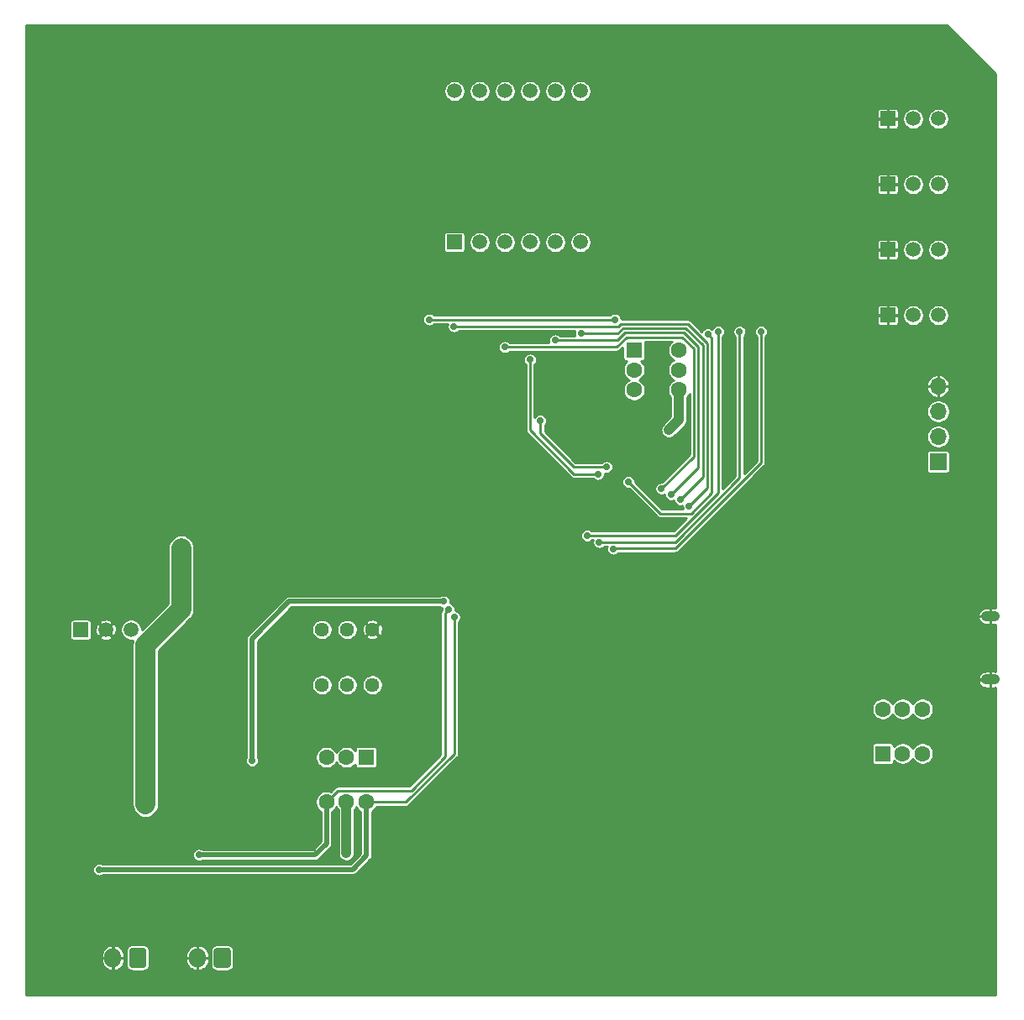
<source format=gbl>
G04 #@! TF.GenerationSoftware,KiCad,Pcbnew,(5.1.10)-1*
G04 #@! TF.CreationDate,2021-08-06T21:51:28+08:00*
G04 #@! TF.ProjectId,digital_thermometer,64696769-7461-46c5-9f74-6865726d6f6d,rev?*
G04 #@! TF.SameCoordinates,Original*
G04 #@! TF.FileFunction,Copper,L2,Bot*
G04 #@! TF.FilePolarity,Positive*
%FSLAX45Y45*%
G04 Gerber Fmt 4.5, Leading zero omitted, Abs format (unit mm)*
G04 Created by KiCad (PCBNEW (5.1.10)-1) date 2021-08-06 21:51:28*
%MOMM*%
%LPD*%
G01*
G04 APERTURE LIST*
G04 #@! TA.AperFunction,ComponentPad*
%ADD10C,1.600000*%
G04 #@! TD*
G04 #@! TA.AperFunction,ComponentPad*
%ADD11R,1.600000X1.600000*%
G04 #@! TD*
G04 #@! TA.AperFunction,ComponentPad*
%ADD12O,1.700000X2.000000*%
G04 #@! TD*
G04 #@! TA.AperFunction,ComponentPad*
%ADD13R,1.500000X1.500000*%
G04 #@! TD*
G04 #@! TA.AperFunction,ComponentPad*
%ADD14C,1.500000*%
G04 #@! TD*
G04 #@! TA.AperFunction,ComponentPad*
%ADD15C,1.440000*%
G04 #@! TD*
G04 #@! TA.AperFunction,ComponentPad*
%ADD16O,1.900000X1.050000*%
G04 #@! TD*
G04 #@! TA.AperFunction,ComponentPad*
%ADD17O,1.700000X1.700000*%
G04 #@! TD*
G04 #@! TA.AperFunction,ComponentPad*
%ADD18R,1.700000X1.700000*%
G04 #@! TD*
G04 #@! TA.AperFunction,ViaPad*
%ADD19C,0.700000*%
G04 #@! TD*
G04 #@! TA.AperFunction,Conductor*
%ADD20C,1.000000*%
G04 #@! TD*
G04 #@! TA.AperFunction,Conductor*
%ADD21C,2.000000*%
G04 #@! TD*
G04 #@! TA.AperFunction,Conductor*
%ADD22C,0.250000*%
G04 #@! TD*
G04 #@! TA.AperFunction,Conductor*
%ADD23C,0.500000*%
G04 #@! TD*
G04 #@! TA.AperFunction,Conductor*
%ADD24C,0.100000*%
G04 #@! TD*
G04 APERTURE END LIST*
D10*
G04 #@! TO.P,SW5,6*
G04 #@! TO.N,/S9013_IN*
X8545000Y-12946000D03*
G04 #@! TO.P,SW5,3*
G04 #@! TO.N,/NTC*
X8145000Y-12496000D03*
G04 #@! TO.P,SW5,5*
G04 #@! TO.N,VDD*
X8345000Y-12946000D03*
G04 #@! TO.P,SW5,2*
G04 #@! TO.N,/SWITCH*
X8345000Y-12496000D03*
G04 #@! TO.P,SW5,4*
G04 #@! TO.N,/NTC_IN*
X8145000Y-12946000D03*
D11*
G04 #@! TO.P,SW5,1*
G04 #@! TO.N,/S9013*
X8545000Y-12496000D03*
G04 #@! TD*
D10*
G04 #@! TO.P,SW4,6*
G04 #@! TO.N,Net-(R19-Pad1)*
X11695000Y-8390000D03*
G04 #@! TO.P,SW4,3*
G04 #@! TO.N,VDD*
X11245000Y-8790000D03*
G04 #@! TO.P,SW4,5*
G04 #@! TO.N,Net-(SW4-Pad2)*
X11695000Y-8590000D03*
G04 #@! TO.P,SW4,2*
X11245000Y-8590000D03*
G04 #@! TO.P,SW4,4*
G04 #@! TO.N,VDD*
X11695000Y-8790000D03*
D11*
G04 #@! TO.P,SW4,1*
G04 #@! TO.N,Net-(R19-Pad1)*
X11245000Y-8390000D03*
G04 #@! TD*
D12*
G04 #@! TO.P,J3,2*
G04 #@! TO.N,GND*
X6844000Y-14518000D03*
G04 #@! TO.P,J3,1*
G04 #@! TO.N,/NTC*
G04 #@! TA.AperFunction,ComponentPad*
G36*
G01*
X7179000Y-14443000D02*
X7179000Y-14593000D01*
G75*
G02*
X7154000Y-14618000I-25000J0D01*
G01*
X7034000Y-14618000D01*
G75*
G02*
X7009000Y-14593000I0J25000D01*
G01*
X7009000Y-14443000D01*
G75*
G02*
X7034000Y-14418000I25000J0D01*
G01*
X7154000Y-14418000D01*
G75*
G02*
X7179000Y-14443000I0J-25000D01*
G01*
G37*
G04 #@! TD.AperFunction*
G04 #@! TD*
D13*
G04 #@! TO.P,Q4,1*
G04 #@! TO.N,GND*
X13802200Y-6056000D03*
D14*
G04 #@! TO.P,Q4,3*
G04 #@! TO.N,Net-(Q4-Pad3)*
X14310200Y-6056000D03*
G04 #@! TO.P,Q4,2*
G04 #@! TO.N,Net-(Q4-Pad2)*
X14056200Y-6056000D03*
G04 #@! TD*
G04 #@! TO.P,U1,12*
G04 #@! TO.N,Net-(Q1-Pad3)*
X9433400Y-5776600D03*
G04 #@! TO.P,U1,11*
G04 #@! TO.N,Net-(R1-Pad1)*
X9687400Y-5776600D03*
G04 #@! TO.P,U1,10*
G04 #@! TO.N,Net-(R6-Pad1)*
X9941400Y-5776600D03*
G04 #@! TO.P,U1,9*
G04 #@! TO.N,Net-(Q2-Pad3)*
X10195400Y-5776600D03*
G04 #@! TO.P,U1,8*
G04 #@! TO.N,Net-(Q3-Pad3)*
X10449400Y-5776600D03*
G04 #@! TO.P,U1,7*
G04 #@! TO.N,Net-(R2-Pad1)*
X10703400Y-5776600D03*
G04 #@! TO.P,U1,6*
G04 #@! TO.N,Net-(Q4-Pad3)*
X10703400Y-7300600D03*
G04 #@! TO.P,U1,5*
G04 #@! TO.N,Net-(R7-Pad1)*
X10449400Y-7300600D03*
G04 #@! TO.P,U1,4*
G04 #@! TO.N,Net-(R3-Pad1)*
X10195400Y-7300600D03*
G04 #@! TO.P,U1,3*
G04 #@! TO.N,Net-(R8-Pad1)*
X9941400Y-7300600D03*
G04 #@! TO.P,U1,2*
G04 #@! TO.N,Net-(R4-Pad1)*
X9687400Y-7300600D03*
D13*
G04 #@! TO.P,U1,1*
G04 #@! TO.N,Net-(R5-Pad1)*
X9433400Y-7300600D03*
G04 #@! TD*
G04 #@! TO.P,U4,1*
G04 #@! TO.N,/VREF2.5V*
X5667000Y-11209500D03*
D14*
G04 #@! TO.P,U4,3*
X6175000Y-11209500D03*
G04 #@! TO.P,U4,2*
G04 #@! TO.N,GND*
X5921000Y-11209500D03*
G04 #@! TD*
D10*
G04 #@! TO.P,SW6,6*
G04 #@! TO.N,Net-(SW6-Pad6)*
X13751400Y-12008400D03*
G04 #@! TO.P,SW6,3*
G04 #@! TO.N,+5V*
X14151400Y-12458400D03*
G04 #@! TO.P,SW6,5*
G04 #@! TO.N,Net-(J4-Pad1)*
X13951400Y-12008400D03*
G04 #@! TO.P,SW6,2*
X13951400Y-12458400D03*
G04 #@! TO.P,SW6,4*
G04 #@! TO.N,+5V*
X14151400Y-12008400D03*
D11*
G04 #@! TO.P,SW6,1*
G04 #@! TO.N,Net-(SW6-Pad1)*
X13751400Y-12458400D03*
G04 #@! TD*
D15*
G04 #@! TO.P,RV2,3*
G04 #@! TO.N,GND*
X8608000Y-11207000D03*
G04 #@! TO.P,RV2,2*
G04 #@! TO.N,Net-(RV2-Pad2)*
X8354000Y-11207000D03*
G04 #@! TO.P,RV2,1*
G04 #@! TO.N,Net-(R28-Pad1)*
X8100000Y-11207000D03*
G04 #@! TD*
G04 #@! TO.P,RV1,3*
G04 #@! TO.N,Net-(R27-Pad2)*
X8608000Y-11764500D03*
G04 #@! TO.P,RV1,2*
G04 #@! TO.N,/S9013*
X8354000Y-11764500D03*
G04 #@! TO.P,RV1,1*
G04 #@! TO.N,Net-(R26-Pad2)*
X8100000Y-11764500D03*
G04 #@! TD*
D12*
G04 #@! TO.P,J2,2*
G04 #@! TO.N,GND*
X5993000Y-14518000D03*
G04 #@! TO.P,J2,1*
G04 #@! TO.N,/Howland*
G04 #@! TA.AperFunction,ComponentPad*
G36*
G01*
X6328000Y-14443000D02*
X6328000Y-14593000D01*
G75*
G02*
X6303000Y-14618000I-25000J0D01*
G01*
X6183000Y-14618000D01*
G75*
G02*
X6158000Y-14593000I0J25000D01*
G01*
X6158000Y-14443000D01*
G75*
G02*
X6183000Y-14418000I25000J0D01*
G01*
X6303000Y-14418000D01*
G75*
G02*
X6328000Y-14443000I0J-25000D01*
G01*
G37*
G04 #@! TD.AperFunction*
G04 #@! TD*
D13*
G04 #@! TO.P,Q3,1*
G04 #@! TO.N,GND*
X13802200Y-6716400D03*
D14*
G04 #@! TO.P,Q3,3*
G04 #@! TO.N,Net-(Q3-Pad3)*
X14310200Y-6716400D03*
G04 #@! TO.P,Q3,2*
G04 #@! TO.N,Net-(Q3-Pad2)*
X14056200Y-6716400D03*
G04 #@! TD*
D13*
G04 #@! TO.P,Q2,1*
G04 #@! TO.N,GND*
X13802200Y-7376800D03*
D14*
G04 #@! TO.P,Q2,3*
G04 #@! TO.N,Net-(Q2-Pad3)*
X14310200Y-7376800D03*
G04 #@! TO.P,Q2,2*
G04 #@! TO.N,Net-(Q2-Pad2)*
X14056200Y-7376800D03*
G04 #@! TD*
D13*
G04 #@! TO.P,Q1,1*
G04 #@! TO.N,GND*
X13802200Y-8037200D03*
D14*
G04 #@! TO.P,Q1,3*
G04 #@! TO.N,Net-(Q1-Pad3)*
X14310200Y-8037200D03*
G04 #@! TO.P,Q1,2*
G04 #@! TO.N,Net-(Q1-Pad2)*
X14056200Y-8037200D03*
G04 #@! TD*
D16*
G04 #@! TO.P,J4,6*
G04 #@! TO.N,GND*
X14836600Y-11071600D03*
X14836600Y-11711600D03*
G04 #@! TD*
D17*
G04 #@! TO.P,J1,4*
G04 #@! TO.N,GND*
X14310000Y-8753000D03*
G04 #@! TO.P,J1,3*
G04 #@! TO.N,VDD*
X14310000Y-9007000D03*
G04 #@! TO.P,J1,2*
G04 #@! TO.N,/SWCLK*
X14310000Y-9261000D03*
D18*
G04 #@! TO.P,J1,1*
G04 #@! TO.N,/SWDIO*
X14310000Y-9515000D03*
G04 #@! TD*
D19*
G04 #@! TO.N,GND*
X10100000Y-10700000D03*
X11400000Y-10800000D03*
X10946000Y-8488000D03*
X14320000Y-12940000D03*
X14330000Y-13140000D03*
X14330000Y-13370000D03*
X14324000Y-13576000D03*
X13200000Y-10790000D03*
X13200000Y-11860000D03*
X10710000Y-9410000D03*
X10650000Y-9750000D03*
X10973537Y-9943487D03*
X11195142Y-9943192D03*
X5770000Y-12189500D03*
X7370000Y-12904500D03*
X13620000Y-13760000D03*
X5795000Y-13037000D03*
X5795000Y-12790000D03*
X10595000Y-8500000D03*
X11150000Y-9460000D03*
X9968000Y-9947000D03*
X9975000Y-9026000D03*
X12160501Y-9456859D03*
X9680000Y-11530000D03*
X11708000Y-11531000D03*
X11242000Y-7884000D03*
X13035000Y-5744000D03*
X13036000Y-5993000D03*
X13037000Y-6230000D03*
G04 #@! TO.N,VDD*
X11595000Y-9195000D03*
G04 #@! TO.N,+5V*
X6320000Y-12972000D03*
X6680000Y-10384000D03*
G04 #@! TO.N,VDD*
X8345000Y-13460000D03*
G04 #@! TO.N,/LED_A*
X9180000Y-8080000D03*
X11050000Y-8080000D03*
G04 #@! TO.N,/LED_DP*
X9941400Y-8358600D03*
X11520000Y-9787497D03*
G04 #@! TO.N,/LED_G*
X10450000Y-8290000D03*
X11620000Y-9844998D03*
G04 #@! TO.N,/LED_F*
X10710000Y-8220001D03*
X11710000Y-9895299D03*
G04 #@! TO.N,/LED_D*
X10300000Y-9100001D03*
X10967269Y-9567270D03*
G04 #@! TO.N,/LED_C*
X10195400Y-8485400D03*
X10880000Y-9640000D03*
G04 #@! TO.N,/ADC_IN*
X7394000Y-12529000D03*
X9325159Y-10924298D03*
G04 #@! TO.N,/LED_E*
X9430000Y-8150000D03*
X11800000Y-9960000D03*
G04 #@! TO.N,/S9013_IN*
X5854000Y-13627000D03*
G04 #@! TO.N,/NTC_IN*
X6859000Y-13480000D03*
G04 #@! TO.N,/S9013_IN*
X9431305Y-11082176D03*
G04 #@! TO.N,/NTC_IN*
X9375000Y-11005000D03*
G04 #@! TO.N,/C*
X12092000Y-8200000D03*
X10773350Y-10260972D03*
G04 #@! TO.N,/F*
X10895009Y-10325811D03*
X12308000Y-8200000D03*
G04 #@! TO.N,/K*
X11036000Y-10393312D03*
X12524000Y-8200000D03*
G04 #@! TO.N,/HOLD*
X11188000Y-9718000D03*
X11989000Y-8229000D03*
G04 #@! TD*
D20*
G04 #@! TO.N,VDD*
X11695000Y-9095000D02*
X11595000Y-9195000D01*
X11695000Y-8790000D02*
X11695000Y-9095000D01*
D21*
G04 #@! TO.N,+5V*
X6320000Y-12972000D02*
X6320000Y-11362000D01*
X6680000Y-11002000D02*
X6680000Y-10384000D01*
X6320000Y-11362000D02*
X6680000Y-11002000D01*
D20*
G04 #@! TO.N,VDD*
X8345000Y-12946000D02*
X8345000Y-13460000D01*
D22*
G04 #@! TO.N,/LED_A*
X9180000Y-8080000D02*
X9181000Y-8079000D01*
X9180000Y-8080000D02*
X11050000Y-8080000D01*
X11050000Y-8080000D02*
X11050000Y-8080000D01*
G04 #@! TO.N,/LED_DP*
X11846994Y-9460503D02*
X11520000Y-9787497D01*
X11069900Y-8358600D02*
X11171000Y-8257500D01*
X11171000Y-8257500D02*
X11729000Y-8257500D01*
X11729000Y-8257500D02*
X11846994Y-8375494D01*
X11846994Y-8375494D02*
X11846994Y-9460503D01*
X9941400Y-8358600D02*
X11069900Y-8358600D01*
G04 #@! TO.N,/LED_G*
X11152360Y-8212499D02*
X11747640Y-8212499D01*
X11747640Y-8212499D02*
X11891996Y-8356854D01*
X11074859Y-8290000D02*
X11152360Y-8212499D01*
X11891996Y-9573002D02*
X11620000Y-9844998D01*
X10450000Y-8290000D02*
X11074859Y-8290000D01*
X11891996Y-8356854D02*
X11891996Y-9573002D01*
G04 #@! TO.N,/LED_F*
X11766280Y-8167498D02*
X11936997Y-8338214D01*
X10710000Y-8220001D02*
X11081217Y-8220001D01*
X11133720Y-8167498D02*
X11766280Y-8167498D01*
X11081217Y-8220001D02*
X11133720Y-8167498D01*
X11936997Y-9668302D02*
X11710000Y-9895299D01*
X11936997Y-8338214D02*
X11936997Y-9668302D01*
G04 #@! TO.N,/LED_D*
X10300000Y-9100001D02*
X10300000Y-9230000D01*
X10637270Y-9567270D02*
X10967269Y-9567270D01*
X10300000Y-9230000D02*
X10637270Y-9567270D01*
G04 #@! TO.N,/LED_C*
X10195400Y-8485400D02*
X10195400Y-9195400D01*
X10640000Y-9640000D02*
X10880000Y-9640000D01*
X10195400Y-9195400D02*
X10640000Y-9640000D01*
D23*
G04 #@! TO.N,/ADC_IN*
X7768702Y-10924298D02*
X9325159Y-10924298D01*
X7394000Y-12529000D02*
X7394000Y-11299000D01*
X7394000Y-11299000D02*
X7768702Y-10924298D01*
D22*
G04 #@! TO.N,/LED_E*
X11981998Y-8319574D02*
X11784920Y-8122497D01*
X11087577Y-8150000D02*
X9430000Y-8150000D01*
X11784920Y-8122497D02*
X11115080Y-8122497D01*
X11981998Y-9778002D02*
X11981998Y-8319574D01*
X11800000Y-9960000D02*
X11981998Y-9778002D01*
X11115080Y-8122497D02*
X11087577Y-8150000D01*
D23*
G04 #@! TO.N,/S9013_IN*
X8545000Y-12946000D02*
X8545000Y-13489000D01*
X8545000Y-13489000D02*
X8407000Y-13627000D01*
X8407000Y-13627000D02*
X5854000Y-13627000D01*
G04 #@! TO.N,/NTC_IN*
X8032000Y-13480000D02*
X6859000Y-13480000D01*
X8145000Y-13367000D02*
X8032000Y-13480000D01*
X8145000Y-12946000D02*
X8145000Y-13367000D01*
D22*
G04 #@! TO.N,/S9013_IN*
X8947641Y-12946000D02*
X9431305Y-12462336D01*
X9431305Y-12462336D02*
X9431305Y-11082176D01*
X8545000Y-12946000D02*
X8947641Y-12946000D01*
G04 #@! TO.N,/NTC_IN*
X8261000Y-12830000D02*
X9000000Y-12830000D01*
X9340000Y-12490000D02*
X9340000Y-11040000D01*
X9000000Y-12830000D02*
X9340000Y-12490000D01*
X8145000Y-12946000D02*
X8261000Y-12830000D01*
X9340000Y-11040000D02*
X9375000Y-11005000D01*
G04 #@! TO.N,/C*
X12092000Y-8200000D02*
X12092000Y-9827718D01*
X12092000Y-9827718D02*
X11661718Y-10258000D01*
X11661718Y-10258000D02*
X10776323Y-10258000D01*
X10776323Y-10258000D02*
X10773350Y-10260972D01*
G04 #@! TO.N,/F*
X11657548Y-10325811D02*
X10895009Y-10325811D01*
X12308000Y-9675359D02*
X11657548Y-10325811D01*
X12308000Y-8200000D02*
X12308000Y-9675359D01*
G04 #@! TO.N,/K*
X12524000Y-9523000D02*
X11658000Y-10389000D01*
X11040312Y-10389000D02*
X11036000Y-10393312D01*
X11658000Y-10389000D02*
X11040312Y-10389000D01*
X12524000Y-8200000D02*
X12524000Y-9523000D01*
G04 #@! TO.N,/HOLD*
X12026999Y-8266999D02*
X11989000Y-8229000D01*
X12026999Y-9829078D02*
X12026999Y-8266999D01*
X11819077Y-10037000D02*
X12026999Y-9829078D01*
X11507000Y-10037000D02*
X11819077Y-10037000D01*
X11188000Y-9718000D02*
X11507000Y-10037000D01*
G04 #@! TD*
G04 #@! TO.N,GND*
X14887679Y-5605178D02*
X14887679Y-10987380D01*
X14881600Y-10986600D01*
X14839100Y-10986600D01*
X14839100Y-11069100D01*
X14841100Y-11069100D01*
X14841100Y-11074100D01*
X14839100Y-11074100D01*
X14839100Y-11156600D01*
X14881600Y-11156600D01*
X14887679Y-11155820D01*
X14887679Y-11627380D01*
X14881600Y-11626600D01*
X14839100Y-11626600D01*
X14839100Y-11709100D01*
X14841100Y-11709100D01*
X14841100Y-11714100D01*
X14839100Y-11714100D01*
X14839100Y-11796600D01*
X14881600Y-11796600D01*
X14887679Y-11795820D01*
X14887679Y-14887500D01*
X5112679Y-14887500D01*
X5112679Y-14520500D01*
X5875500Y-14520500D01*
X5875500Y-14535500D01*
X5878245Y-14558375D01*
X5885401Y-14580275D01*
X5896691Y-14600358D01*
X5911683Y-14617853D01*
X5929799Y-14632087D01*
X5950344Y-14642512D01*
X5972154Y-14648636D01*
X5990500Y-14642346D01*
X5990500Y-14520500D01*
X5995500Y-14520500D01*
X5995500Y-14642346D01*
X6013846Y-14648636D01*
X6035656Y-14642512D01*
X6056201Y-14632087D01*
X6074317Y-14617853D01*
X6089309Y-14600358D01*
X6100599Y-14580275D01*
X6107754Y-14558375D01*
X6110500Y-14535500D01*
X6110500Y-14520500D01*
X5995500Y-14520500D01*
X5990500Y-14520500D01*
X5875500Y-14520500D01*
X5112679Y-14520500D01*
X5112679Y-14500500D01*
X5875500Y-14500500D01*
X5875500Y-14515500D01*
X5990500Y-14515500D01*
X5990500Y-14393654D01*
X5995500Y-14393654D01*
X5995500Y-14515500D01*
X6110500Y-14515500D01*
X6110500Y-14500500D01*
X6107754Y-14477625D01*
X6100599Y-14455725D01*
X6093445Y-14443000D01*
X6125343Y-14443000D01*
X6125343Y-14593000D01*
X6126451Y-14604248D01*
X6129732Y-14615064D01*
X6135060Y-14625033D01*
X6142230Y-14633770D01*
X6150967Y-14640940D01*
X6160935Y-14646268D01*
X6171752Y-14649549D01*
X6183000Y-14650657D01*
X6303000Y-14650657D01*
X6314248Y-14649549D01*
X6325064Y-14646268D01*
X6335033Y-14640940D01*
X6343770Y-14633770D01*
X6350940Y-14625033D01*
X6356268Y-14615064D01*
X6359549Y-14604248D01*
X6360657Y-14593000D01*
X6360657Y-14520500D01*
X6726500Y-14520500D01*
X6726500Y-14535500D01*
X6729245Y-14558375D01*
X6736401Y-14580275D01*
X6747691Y-14600358D01*
X6762683Y-14617853D01*
X6780799Y-14632087D01*
X6801344Y-14642512D01*
X6823154Y-14648636D01*
X6841500Y-14642346D01*
X6841500Y-14520500D01*
X6846500Y-14520500D01*
X6846500Y-14642346D01*
X6864846Y-14648636D01*
X6886656Y-14642512D01*
X6907201Y-14632087D01*
X6925317Y-14617853D01*
X6940309Y-14600358D01*
X6951599Y-14580275D01*
X6958754Y-14558375D01*
X6961500Y-14535500D01*
X6961500Y-14520500D01*
X6846500Y-14520500D01*
X6841500Y-14520500D01*
X6726500Y-14520500D01*
X6360657Y-14520500D01*
X6360657Y-14500500D01*
X6726500Y-14500500D01*
X6726500Y-14515500D01*
X6841500Y-14515500D01*
X6841500Y-14393654D01*
X6846500Y-14393654D01*
X6846500Y-14515500D01*
X6961500Y-14515500D01*
X6961500Y-14500500D01*
X6958754Y-14477625D01*
X6951599Y-14455725D01*
X6944445Y-14443000D01*
X6976343Y-14443000D01*
X6976343Y-14593000D01*
X6977451Y-14604248D01*
X6980732Y-14615064D01*
X6986060Y-14625033D01*
X6993230Y-14633770D01*
X7001967Y-14640940D01*
X7011935Y-14646268D01*
X7022752Y-14649549D01*
X7034000Y-14650657D01*
X7154000Y-14650657D01*
X7165248Y-14649549D01*
X7176064Y-14646268D01*
X7186033Y-14640940D01*
X7194770Y-14633770D01*
X7201940Y-14625033D01*
X7207268Y-14615064D01*
X7210549Y-14604248D01*
X7211657Y-14593000D01*
X7211657Y-14443000D01*
X7210549Y-14431752D01*
X7207268Y-14420935D01*
X7201940Y-14410967D01*
X7194770Y-14402230D01*
X7186033Y-14395060D01*
X7176064Y-14389732D01*
X7165248Y-14386451D01*
X7154000Y-14385343D01*
X7034000Y-14385343D01*
X7022752Y-14386451D01*
X7011935Y-14389732D01*
X7001967Y-14395060D01*
X6993230Y-14402230D01*
X6986060Y-14410967D01*
X6980732Y-14420935D01*
X6977451Y-14431752D01*
X6976343Y-14443000D01*
X6944445Y-14443000D01*
X6940309Y-14435642D01*
X6925317Y-14418147D01*
X6907201Y-14403913D01*
X6886656Y-14393487D01*
X6864846Y-14387364D01*
X6846500Y-14393654D01*
X6841500Y-14393654D01*
X6823154Y-14387364D01*
X6801344Y-14393487D01*
X6780799Y-14403913D01*
X6762683Y-14418147D01*
X6747691Y-14435642D01*
X6736401Y-14455725D01*
X6729245Y-14477625D01*
X6726500Y-14500500D01*
X6360657Y-14500500D01*
X6360657Y-14443000D01*
X6359549Y-14431752D01*
X6356268Y-14420935D01*
X6350940Y-14410967D01*
X6343770Y-14402230D01*
X6335033Y-14395060D01*
X6325064Y-14389732D01*
X6314248Y-14386451D01*
X6303000Y-14385343D01*
X6183000Y-14385343D01*
X6171752Y-14386451D01*
X6160935Y-14389732D01*
X6150967Y-14395060D01*
X6142230Y-14402230D01*
X6135060Y-14410967D01*
X6129732Y-14420935D01*
X6126451Y-14431752D01*
X6125343Y-14443000D01*
X6093445Y-14443000D01*
X6089309Y-14435642D01*
X6074317Y-14418147D01*
X6056201Y-14403913D01*
X6035656Y-14393487D01*
X6013846Y-14387364D01*
X5995500Y-14393654D01*
X5990500Y-14393654D01*
X5972154Y-14387364D01*
X5950344Y-14393487D01*
X5929799Y-14403913D01*
X5911683Y-14418147D01*
X5896691Y-14435642D01*
X5885401Y-14455725D01*
X5878245Y-14477625D01*
X5875500Y-14500500D01*
X5112679Y-14500500D01*
X5112679Y-13620352D01*
X5786500Y-13620352D01*
X5786500Y-13633648D01*
X5789094Y-13646689D01*
X5794182Y-13658973D01*
X5801569Y-13670029D01*
X5810971Y-13679431D01*
X5822027Y-13686818D01*
X5834311Y-13691906D01*
X5847352Y-13694500D01*
X5860648Y-13694500D01*
X5873689Y-13691906D01*
X5885973Y-13686818D01*
X5889442Y-13684500D01*
X8404176Y-13684500D01*
X8407000Y-13684778D01*
X8409824Y-13684500D01*
X8409825Y-13684500D01*
X8418272Y-13683668D01*
X8429111Y-13680380D01*
X8439100Y-13675041D01*
X8447855Y-13667855D01*
X8449657Y-13665661D01*
X8583661Y-13531656D01*
X8585855Y-13529855D01*
X8593041Y-13521100D01*
X8598380Y-13511111D01*
X8601668Y-13500272D01*
X8602500Y-13491825D01*
X8602500Y-13491824D01*
X8602778Y-13489000D01*
X8602500Y-13486176D01*
X8602500Y-13042882D01*
X8616715Y-13033384D01*
X8632384Y-13017714D01*
X8644696Y-12999289D01*
X8648130Y-12991000D01*
X8945432Y-12991000D01*
X8947641Y-12991218D01*
X8949851Y-12991000D01*
X8949852Y-12991000D01*
X8956463Y-12990349D01*
X8964945Y-12987776D01*
X8972763Y-12983597D01*
X8979615Y-12977974D01*
X8981024Y-12976257D01*
X9461563Y-12495718D01*
X9463279Y-12494309D01*
X9464688Y-12492593D01*
X9464688Y-12492593D01*
X9468902Y-12487457D01*
X9473081Y-12479640D01*
X9473081Y-12479640D01*
X9475654Y-12471157D01*
X9476305Y-12464546D01*
X9476305Y-12464545D01*
X9476523Y-12462336D01*
X9476305Y-12460126D01*
X9476305Y-12378400D01*
X13638743Y-12378400D01*
X13638743Y-12538400D01*
X13639370Y-12544771D01*
X13641229Y-12550897D01*
X13644246Y-12556543D01*
X13648308Y-12561492D01*
X13653257Y-12565553D01*
X13658903Y-12568571D01*
X13665029Y-12570430D01*
X13671400Y-12571057D01*
X13831400Y-12571057D01*
X13837771Y-12570430D01*
X13843897Y-12568571D01*
X13849543Y-12565553D01*
X13854492Y-12561492D01*
X13858553Y-12556543D01*
X13861571Y-12550897D01*
X13863430Y-12544771D01*
X13864057Y-12538400D01*
X13864057Y-12530156D01*
X13879685Y-12545784D01*
X13898111Y-12558096D01*
X13918585Y-12566577D01*
X13940320Y-12570900D01*
X13962480Y-12570900D01*
X13984215Y-12566577D01*
X14004689Y-12558096D01*
X14023114Y-12545784D01*
X14038784Y-12530114D01*
X14051096Y-12511689D01*
X14051400Y-12510955D01*
X14051704Y-12511689D01*
X14064016Y-12530114D01*
X14079685Y-12545784D01*
X14098111Y-12558096D01*
X14118585Y-12566577D01*
X14140320Y-12570900D01*
X14162480Y-12570900D01*
X14184215Y-12566577D01*
X14204689Y-12558096D01*
X14223114Y-12545784D01*
X14238784Y-12530114D01*
X14251096Y-12511689D01*
X14259577Y-12491215D01*
X14263900Y-12469480D01*
X14263900Y-12447320D01*
X14259577Y-12425585D01*
X14251096Y-12405111D01*
X14238784Y-12386685D01*
X14223114Y-12371016D01*
X14204689Y-12358704D01*
X14184215Y-12350223D01*
X14162480Y-12345900D01*
X14140320Y-12345900D01*
X14118585Y-12350223D01*
X14098111Y-12358704D01*
X14079685Y-12371016D01*
X14064016Y-12386685D01*
X14051704Y-12405111D01*
X14051400Y-12405845D01*
X14051096Y-12405111D01*
X14038784Y-12386685D01*
X14023114Y-12371016D01*
X14004689Y-12358704D01*
X13984215Y-12350223D01*
X13962480Y-12345900D01*
X13940320Y-12345900D01*
X13918585Y-12350223D01*
X13898111Y-12358704D01*
X13879685Y-12371016D01*
X13864057Y-12386644D01*
X13864057Y-12378400D01*
X13863430Y-12372029D01*
X13861571Y-12365903D01*
X13858553Y-12360257D01*
X13854492Y-12355308D01*
X13849543Y-12351246D01*
X13843897Y-12348229D01*
X13837771Y-12346370D01*
X13831400Y-12345743D01*
X13671400Y-12345743D01*
X13665029Y-12346370D01*
X13658903Y-12348229D01*
X13653257Y-12351246D01*
X13648308Y-12355308D01*
X13644246Y-12360257D01*
X13641229Y-12365903D01*
X13639370Y-12372029D01*
X13638743Y-12378400D01*
X9476305Y-12378400D01*
X9476305Y-11997320D01*
X13638900Y-11997320D01*
X13638900Y-12019480D01*
X13643223Y-12041215D01*
X13651704Y-12061689D01*
X13664016Y-12080114D01*
X13679685Y-12095784D01*
X13698111Y-12108096D01*
X13718585Y-12116577D01*
X13740320Y-12120900D01*
X13762480Y-12120900D01*
X13784215Y-12116577D01*
X13804689Y-12108096D01*
X13823114Y-12095784D01*
X13838784Y-12080114D01*
X13851096Y-12061689D01*
X13851400Y-12060955D01*
X13851704Y-12061689D01*
X13864016Y-12080114D01*
X13879685Y-12095784D01*
X13898111Y-12108096D01*
X13918585Y-12116577D01*
X13940320Y-12120900D01*
X13962480Y-12120900D01*
X13984215Y-12116577D01*
X14004689Y-12108096D01*
X14023114Y-12095784D01*
X14038784Y-12080114D01*
X14051096Y-12061689D01*
X14051400Y-12060955D01*
X14051704Y-12061689D01*
X14064016Y-12080114D01*
X14079685Y-12095784D01*
X14098111Y-12108096D01*
X14118585Y-12116577D01*
X14140320Y-12120900D01*
X14162480Y-12120900D01*
X14184215Y-12116577D01*
X14204689Y-12108096D01*
X14223114Y-12095784D01*
X14238784Y-12080114D01*
X14251096Y-12061689D01*
X14259577Y-12041215D01*
X14263900Y-12019480D01*
X14263900Y-11997320D01*
X14259577Y-11975585D01*
X14251096Y-11955111D01*
X14238784Y-11936685D01*
X14223114Y-11921016D01*
X14204689Y-11908704D01*
X14184215Y-11900223D01*
X14162480Y-11895900D01*
X14140320Y-11895900D01*
X14118585Y-11900223D01*
X14098111Y-11908704D01*
X14079685Y-11921016D01*
X14064016Y-11936685D01*
X14051704Y-11955111D01*
X14051400Y-11955845D01*
X14051096Y-11955111D01*
X14038784Y-11936685D01*
X14023114Y-11921016D01*
X14004689Y-11908704D01*
X13984215Y-11900223D01*
X13962480Y-11895900D01*
X13940320Y-11895900D01*
X13918585Y-11900223D01*
X13898111Y-11908704D01*
X13879685Y-11921016D01*
X13864016Y-11936685D01*
X13851704Y-11955111D01*
X13851400Y-11955845D01*
X13851096Y-11955111D01*
X13838784Y-11936685D01*
X13823114Y-11921016D01*
X13804689Y-11908704D01*
X13784215Y-11900223D01*
X13762480Y-11895900D01*
X13740320Y-11895900D01*
X13718585Y-11900223D01*
X13698111Y-11908704D01*
X13679685Y-11921016D01*
X13664016Y-11936685D01*
X13651704Y-11955111D01*
X13643223Y-11975585D01*
X13638900Y-11997320D01*
X9476305Y-11997320D01*
X9476305Y-11727360D01*
X14710574Y-11727360D01*
X14714614Y-11741818D01*
X14722036Y-11756745D01*
X14732228Y-11769936D01*
X14744798Y-11780886D01*
X14759262Y-11789173D01*
X14775065Y-11794479D01*
X14791600Y-11796600D01*
X14834100Y-11796600D01*
X14834100Y-11714100D01*
X14717266Y-11714100D01*
X14710574Y-11727360D01*
X9476305Y-11727360D01*
X9476305Y-11695840D01*
X14710574Y-11695840D01*
X14717266Y-11709100D01*
X14834100Y-11709100D01*
X14834100Y-11626600D01*
X14791600Y-11626600D01*
X14775065Y-11628721D01*
X14759262Y-11634027D01*
X14744798Y-11642314D01*
X14732228Y-11653264D01*
X14722036Y-11666455D01*
X14714614Y-11681382D01*
X14710574Y-11695840D01*
X9476305Y-11695840D01*
X9476305Y-11132635D01*
X9483736Y-11125204D01*
X9491123Y-11114149D01*
X9496211Y-11101865D01*
X9498805Y-11088824D01*
X9498805Y-11087360D01*
X14710574Y-11087360D01*
X14714614Y-11101818D01*
X14722036Y-11116745D01*
X14732228Y-11129936D01*
X14744798Y-11140886D01*
X14759262Y-11149173D01*
X14775065Y-11154479D01*
X14791600Y-11156600D01*
X14834100Y-11156600D01*
X14834100Y-11074100D01*
X14717266Y-11074100D01*
X14710574Y-11087360D01*
X9498805Y-11087360D01*
X9498805Y-11075527D01*
X9496211Y-11062487D01*
X9493458Y-11055840D01*
X14710574Y-11055840D01*
X14717266Y-11069100D01*
X14834100Y-11069100D01*
X14834100Y-10986600D01*
X14791600Y-10986600D01*
X14775065Y-10988721D01*
X14759262Y-10994027D01*
X14744798Y-11002314D01*
X14732228Y-11013264D01*
X14722036Y-11026455D01*
X14714614Y-11041382D01*
X14710574Y-11055840D01*
X9493458Y-11055840D01*
X9491123Y-11050202D01*
X9483736Y-11039147D01*
X9474334Y-11029745D01*
X9463279Y-11022358D01*
X9450994Y-11017270D01*
X9441748Y-11015430D01*
X9442500Y-11011648D01*
X9442500Y-10998352D01*
X9439906Y-10985311D01*
X9434818Y-10973027D01*
X9427431Y-10961971D01*
X9418029Y-10952569D01*
X9406973Y-10945182D01*
X9394689Y-10940094D01*
X9390986Y-10939357D01*
X9392659Y-10930946D01*
X9392659Y-10917649D01*
X9390065Y-10904609D01*
X9384976Y-10892324D01*
X9377589Y-10881269D01*
X9368187Y-10871867D01*
X9357132Y-10864480D01*
X9344848Y-10859392D01*
X9331807Y-10856798D01*
X9318511Y-10856798D01*
X9305470Y-10859392D01*
X9293186Y-10864480D01*
X9289717Y-10866798D01*
X7771527Y-10866798D01*
X7768702Y-10866519D01*
X7765878Y-10866798D01*
X7765878Y-10866798D01*
X7757430Y-10867630D01*
X7746592Y-10870917D01*
X7736603Y-10876257D01*
X7727847Y-10883442D01*
X7726046Y-10885636D01*
X7355339Y-11256344D01*
X7353145Y-11258145D01*
X7351344Y-11260339D01*
X7345959Y-11266900D01*
X7340620Y-11276889D01*
X7337332Y-11287728D01*
X7336222Y-11299000D01*
X7336500Y-11301825D01*
X7336500Y-12493558D01*
X7334182Y-12497027D01*
X7329094Y-12509311D01*
X7326500Y-12522352D01*
X7326500Y-12535648D01*
X7329094Y-12548689D01*
X7334182Y-12560973D01*
X7341569Y-12572029D01*
X7350971Y-12581431D01*
X7362027Y-12588818D01*
X7374311Y-12593906D01*
X7387352Y-12596500D01*
X7400648Y-12596500D01*
X7413689Y-12593906D01*
X7425973Y-12588818D01*
X7437029Y-12581431D01*
X7446431Y-12572029D01*
X7453818Y-12560973D01*
X7458906Y-12548689D01*
X7461500Y-12535648D01*
X7461500Y-12522352D01*
X7458906Y-12509311D01*
X7453818Y-12497027D01*
X7451500Y-12493558D01*
X7451500Y-12484920D01*
X8032500Y-12484920D01*
X8032500Y-12507080D01*
X8036823Y-12528815D01*
X8045304Y-12549289D01*
X8057616Y-12567714D01*
X8073285Y-12583384D01*
X8091711Y-12595696D01*
X8112185Y-12604177D01*
X8133920Y-12608500D01*
X8156080Y-12608500D01*
X8177815Y-12604177D01*
X8198289Y-12595696D01*
X8216714Y-12583384D01*
X8232384Y-12567714D01*
X8244696Y-12549289D01*
X8245000Y-12548555D01*
X8245304Y-12549289D01*
X8257616Y-12567714D01*
X8273285Y-12583384D01*
X8291711Y-12595696D01*
X8312185Y-12604177D01*
X8333920Y-12608500D01*
X8356080Y-12608500D01*
X8377815Y-12604177D01*
X8398289Y-12595696D01*
X8416715Y-12583384D01*
X8432343Y-12567756D01*
X8432343Y-12576000D01*
X8432970Y-12582371D01*
X8434829Y-12588497D01*
X8437847Y-12594143D01*
X8441908Y-12599092D01*
X8446857Y-12603153D01*
X8452503Y-12606171D01*
X8458629Y-12608030D01*
X8465000Y-12608657D01*
X8625000Y-12608657D01*
X8631371Y-12608030D01*
X8637497Y-12606171D01*
X8643143Y-12603153D01*
X8648092Y-12599092D01*
X8652154Y-12594143D01*
X8655171Y-12588497D01*
X8657030Y-12582371D01*
X8657657Y-12576000D01*
X8657657Y-12416000D01*
X8657030Y-12409629D01*
X8655171Y-12403503D01*
X8652154Y-12397857D01*
X8648092Y-12392908D01*
X8643143Y-12388846D01*
X8637497Y-12385829D01*
X8631371Y-12383970D01*
X8625000Y-12383343D01*
X8465000Y-12383343D01*
X8458629Y-12383970D01*
X8452503Y-12385829D01*
X8446857Y-12388846D01*
X8441908Y-12392908D01*
X8437847Y-12397857D01*
X8434829Y-12403503D01*
X8432970Y-12409629D01*
X8432343Y-12416000D01*
X8432343Y-12424244D01*
X8416715Y-12408616D01*
X8398289Y-12396304D01*
X8377815Y-12387823D01*
X8356080Y-12383500D01*
X8333920Y-12383500D01*
X8312185Y-12387823D01*
X8291711Y-12396304D01*
X8273285Y-12408616D01*
X8257616Y-12424285D01*
X8245304Y-12442711D01*
X8245000Y-12443445D01*
X8244696Y-12442711D01*
X8232384Y-12424285D01*
X8216714Y-12408616D01*
X8198289Y-12396304D01*
X8177815Y-12387823D01*
X8156080Y-12383500D01*
X8133920Y-12383500D01*
X8112185Y-12387823D01*
X8091711Y-12396304D01*
X8073285Y-12408616D01*
X8057616Y-12424285D01*
X8045304Y-12442711D01*
X8036823Y-12463185D01*
X8032500Y-12484920D01*
X7451500Y-12484920D01*
X7451500Y-11754208D01*
X7995500Y-11754208D01*
X7995500Y-11774792D01*
X7999516Y-11794981D01*
X8007393Y-11813999D01*
X8018830Y-11831115D01*
X8033385Y-11845670D01*
X8050501Y-11857107D01*
X8069518Y-11864984D01*
X8089708Y-11869000D01*
X8110292Y-11869000D01*
X8130481Y-11864984D01*
X8149499Y-11857107D01*
X8166615Y-11845670D01*
X8181170Y-11831115D01*
X8192607Y-11813999D01*
X8200484Y-11794981D01*
X8204500Y-11774792D01*
X8204500Y-11754208D01*
X8249500Y-11754208D01*
X8249500Y-11774792D01*
X8253516Y-11794981D01*
X8261393Y-11813999D01*
X8272830Y-11831115D01*
X8287385Y-11845670D01*
X8304501Y-11857107D01*
X8323518Y-11864984D01*
X8343708Y-11869000D01*
X8364292Y-11869000D01*
X8384481Y-11864984D01*
X8403499Y-11857107D01*
X8420615Y-11845670D01*
X8435170Y-11831115D01*
X8446607Y-11813999D01*
X8454484Y-11794981D01*
X8458500Y-11774792D01*
X8458500Y-11754208D01*
X8503500Y-11754208D01*
X8503500Y-11774792D01*
X8507516Y-11794981D01*
X8515393Y-11813999D01*
X8526830Y-11831115D01*
X8541385Y-11845670D01*
X8558501Y-11857107D01*
X8577519Y-11864984D01*
X8597708Y-11869000D01*
X8618292Y-11869000D01*
X8638482Y-11864984D01*
X8657499Y-11857107D01*
X8674615Y-11845670D01*
X8689170Y-11831115D01*
X8700607Y-11813999D01*
X8708484Y-11794981D01*
X8712500Y-11774792D01*
X8712500Y-11754208D01*
X8708484Y-11734018D01*
X8700607Y-11715001D01*
X8689170Y-11697885D01*
X8674615Y-11683330D01*
X8657499Y-11671893D01*
X8638482Y-11664016D01*
X8618292Y-11660000D01*
X8597708Y-11660000D01*
X8577519Y-11664016D01*
X8558501Y-11671893D01*
X8541385Y-11683330D01*
X8526830Y-11697885D01*
X8515393Y-11715001D01*
X8507516Y-11734018D01*
X8503500Y-11754208D01*
X8458500Y-11754208D01*
X8454484Y-11734018D01*
X8446607Y-11715001D01*
X8435170Y-11697885D01*
X8420615Y-11683330D01*
X8403499Y-11671893D01*
X8384481Y-11664016D01*
X8364292Y-11660000D01*
X8343708Y-11660000D01*
X8323518Y-11664016D01*
X8304501Y-11671893D01*
X8287385Y-11683330D01*
X8272830Y-11697885D01*
X8261393Y-11715001D01*
X8253516Y-11734018D01*
X8249500Y-11754208D01*
X8204500Y-11754208D01*
X8200484Y-11734018D01*
X8192607Y-11715001D01*
X8181170Y-11697885D01*
X8166615Y-11683330D01*
X8149499Y-11671893D01*
X8130481Y-11664016D01*
X8110292Y-11660000D01*
X8089708Y-11660000D01*
X8069518Y-11664016D01*
X8050501Y-11671893D01*
X8033385Y-11683330D01*
X8018830Y-11697885D01*
X8007393Y-11715001D01*
X7999516Y-11734018D01*
X7995500Y-11754208D01*
X7451500Y-11754208D01*
X7451500Y-11322817D01*
X7577609Y-11196708D01*
X7995500Y-11196708D01*
X7995500Y-11217292D01*
X7999516Y-11237481D01*
X8007393Y-11256499D01*
X8018830Y-11273615D01*
X8033385Y-11288170D01*
X8050501Y-11299607D01*
X8069518Y-11307484D01*
X8089708Y-11311500D01*
X8110292Y-11311500D01*
X8130481Y-11307484D01*
X8149499Y-11299607D01*
X8166615Y-11288170D01*
X8181170Y-11273615D01*
X8192607Y-11256499D01*
X8200484Y-11237481D01*
X8204500Y-11217292D01*
X8204500Y-11196708D01*
X8249500Y-11196708D01*
X8249500Y-11217292D01*
X8253516Y-11237481D01*
X8261393Y-11256499D01*
X8272830Y-11273615D01*
X8287385Y-11288170D01*
X8304501Y-11299607D01*
X8323518Y-11307484D01*
X8343708Y-11311500D01*
X8364292Y-11311500D01*
X8384481Y-11307484D01*
X8403499Y-11299607D01*
X8420615Y-11288170D01*
X8431535Y-11277250D01*
X8541286Y-11277250D01*
X8548319Y-11293397D01*
X8566321Y-11303380D01*
X8585925Y-11309659D01*
X8606377Y-11311993D01*
X8626891Y-11310292D01*
X8646679Y-11304622D01*
X8664981Y-11295200D01*
X8667681Y-11293397D01*
X8674714Y-11277250D01*
X8608000Y-11210535D01*
X8541286Y-11277250D01*
X8431535Y-11277250D01*
X8435170Y-11273615D01*
X8446607Y-11256499D01*
X8454484Y-11237481D01*
X8458500Y-11217292D01*
X8458500Y-11205377D01*
X8503007Y-11205377D01*
X8504708Y-11225891D01*
X8510378Y-11245679D01*
X8519800Y-11263981D01*
X8521603Y-11266681D01*
X8537750Y-11273714D01*
X8604465Y-11207000D01*
X8611536Y-11207000D01*
X8678250Y-11273714D01*
X8694397Y-11266681D01*
X8704380Y-11248679D01*
X8710659Y-11229075D01*
X8712993Y-11208623D01*
X8711292Y-11188109D01*
X8705622Y-11168321D01*
X8696200Y-11150019D01*
X8694397Y-11147319D01*
X8678250Y-11140286D01*
X8611536Y-11207000D01*
X8604465Y-11207000D01*
X8537750Y-11140286D01*
X8521603Y-11147319D01*
X8511620Y-11165321D01*
X8505341Y-11184925D01*
X8503007Y-11205377D01*
X8458500Y-11205377D01*
X8458500Y-11196708D01*
X8454484Y-11176519D01*
X8446607Y-11157501D01*
X8435170Y-11140385D01*
X8431535Y-11136750D01*
X8541286Y-11136750D01*
X8608000Y-11203464D01*
X8674714Y-11136750D01*
X8667681Y-11120603D01*
X8649679Y-11110620D01*
X8630075Y-11104341D01*
X8609623Y-11102007D01*
X8589109Y-11103708D01*
X8569321Y-11109378D01*
X8551019Y-11118800D01*
X8548319Y-11120603D01*
X8541286Y-11136750D01*
X8431535Y-11136750D01*
X8420615Y-11125830D01*
X8403499Y-11114393D01*
X8384481Y-11106516D01*
X8364292Y-11102500D01*
X8343708Y-11102500D01*
X8323518Y-11106516D01*
X8304501Y-11114393D01*
X8287385Y-11125830D01*
X8272830Y-11140385D01*
X8261393Y-11157501D01*
X8253516Y-11176519D01*
X8249500Y-11196708D01*
X8204500Y-11196708D01*
X8200484Y-11176519D01*
X8192607Y-11157501D01*
X8181170Y-11140385D01*
X8166615Y-11125830D01*
X8149499Y-11114393D01*
X8130481Y-11106516D01*
X8110292Y-11102500D01*
X8089708Y-11102500D01*
X8069518Y-11106516D01*
X8050501Y-11114393D01*
X8033385Y-11125830D01*
X8018830Y-11140385D01*
X8007393Y-11157501D01*
X7999516Y-11176519D01*
X7995500Y-11196708D01*
X7577609Y-11196708D01*
X7792520Y-10981798D01*
X9289717Y-10981798D01*
X9293186Y-10984115D01*
X9305470Y-10989204D01*
X9309173Y-10989940D01*
X9307500Y-10998352D01*
X9307500Y-11008668D01*
X9306618Y-11009743D01*
X9306617Y-11009743D01*
X9302403Y-11014878D01*
X9298225Y-11022696D01*
X9295651Y-11031179D01*
X9294783Y-11040000D01*
X9295000Y-11042210D01*
X9295000Y-12471360D01*
X8981361Y-12785000D01*
X8263209Y-12785000D01*
X8261000Y-12784782D01*
X8258791Y-12785000D01*
X8258789Y-12785000D01*
X8252178Y-12785651D01*
X8243696Y-12788224D01*
X8235878Y-12792403D01*
X8230743Y-12796617D01*
X8230743Y-12796618D01*
X8229026Y-12798026D01*
X8227618Y-12799743D01*
X8186104Y-12841257D01*
X8177815Y-12837823D01*
X8156080Y-12833500D01*
X8133920Y-12833500D01*
X8112185Y-12837823D01*
X8091711Y-12846304D01*
X8073285Y-12858616D01*
X8057616Y-12874285D01*
X8045304Y-12892711D01*
X8036823Y-12913185D01*
X8032500Y-12934920D01*
X8032500Y-12957080D01*
X8036823Y-12978815D01*
X8045304Y-12999289D01*
X8057616Y-13017714D01*
X8073285Y-13033384D01*
X8087500Y-13042882D01*
X8087500Y-13343183D01*
X8008183Y-13422500D01*
X6894442Y-13422500D01*
X6890973Y-13420182D01*
X6878689Y-13415094D01*
X6865648Y-13412500D01*
X6852352Y-13412500D01*
X6839311Y-13415094D01*
X6827027Y-13420182D01*
X6815971Y-13427569D01*
X6806569Y-13436971D01*
X6799182Y-13448027D01*
X6794094Y-13460311D01*
X6791500Y-13473352D01*
X6791500Y-13486648D01*
X6794094Y-13499689D01*
X6799182Y-13511973D01*
X6806569Y-13523029D01*
X6815971Y-13532431D01*
X6827027Y-13539818D01*
X6839311Y-13544906D01*
X6852352Y-13547500D01*
X6865648Y-13547500D01*
X6878689Y-13544906D01*
X6890973Y-13539818D01*
X6894442Y-13537500D01*
X8029176Y-13537500D01*
X8032000Y-13537778D01*
X8034824Y-13537500D01*
X8034825Y-13537500D01*
X8043272Y-13536668D01*
X8054111Y-13533380D01*
X8064100Y-13528041D01*
X8072855Y-13520855D01*
X8074656Y-13518661D01*
X8183661Y-13409656D01*
X8185855Y-13407855D01*
X8189278Y-13403685D01*
X8193041Y-13399100D01*
X8198380Y-13389111D01*
X8201668Y-13378272D01*
X8202500Y-13369825D01*
X8202500Y-13369824D01*
X8202778Y-13367000D01*
X8202500Y-13364176D01*
X8202500Y-13042882D01*
X8216714Y-13033384D01*
X8232384Y-13017714D01*
X8244696Y-12999289D01*
X8245000Y-12998555D01*
X8245304Y-12999289D01*
X8257616Y-13017714D01*
X8262500Y-13022599D01*
X8262500Y-13464052D01*
X8263694Y-13476173D01*
X8268411Y-13491724D01*
X8276072Y-13506056D01*
X8286382Y-13518618D01*
X8298944Y-13528928D01*
X8313276Y-13536589D01*
X8328827Y-13541306D01*
X8345000Y-13542899D01*
X8361173Y-13541306D01*
X8376724Y-13536589D01*
X8391056Y-13528928D01*
X8403619Y-13518618D01*
X8413928Y-13506056D01*
X8421589Y-13491724D01*
X8426306Y-13476173D01*
X8427500Y-13464052D01*
X8427500Y-13022599D01*
X8432384Y-13017714D01*
X8444696Y-12999289D01*
X8445000Y-12998555D01*
X8445304Y-12999289D01*
X8457616Y-13017714D01*
X8473286Y-13033384D01*
X8487500Y-13042882D01*
X8487500Y-13465183D01*
X8383183Y-13569500D01*
X5889442Y-13569500D01*
X5885973Y-13567182D01*
X5873689Y-13562094D01*
X5860648Y-13559500D01*
X5847352Y-13559500D01*
X5834311Y-13562094D01*
X5822027Y-13567182D01*
X5810971Y-13574569D01*
X5801569Y-13583971D01*
X5794182Y-13595027D01*
X5789094Y-13607311D01*
X5786500Y-13620352D01*
X5112679Y-13620352D01*
X5112679Y-11134500D01*
X5559343Y-11134500D01*
X5559343Y-11284500D01*
X5559970Y-11290871D01*
X5561829Y-11296997D01*
X5564847Y-11302643D01*
X5568908Y-11307592D01*
X5573857Y-11311653D01*
X5579503Y-11314671D01*
X5585629Y-11316530D01*
X5592000Y-11317157D01*
X5742000Y-11317157D01*
X5748371Y-11316530D01*
X5754497Y-11314671D01*
X5760143Y-11311653D01*
X5765092Y-11307592D01*
X5769153Y-11302643D01*
X5772171Y-11296997D01*
X5774030Y-11290871D01*
X5774657Y-11284500D01*
X5774657Y-11281882D01*
X5852153Y-11281882D01*
X5859547Y-11298336D01*
X5878059Y-11308618D01*
X5898221Y-11315091D01*
X5919258Y-11317506D01*
X5940363Y-11315771D01*
X5960723Y-11309951D01*
X5979557Y-11300271D01*
X5982453Y-11298336D01*
X5989847Y-11281882D01*
X5921000Y-11213035D01*
X5852153Y-11281882D01*
X5774657Y-11281882D01*
X5774657Y-11207758D01*
X5812994Y-11207758D01*
X5814729Y-11228863D01*
X5820549Y-11249223D01*
X5830229Y-11268057D01*
X5832164Y-11270953D01*
X5848618Y-11278347D01*
X5917464Y-11209500D01*
X5924535Y-11209500D01*
X5993382Y-11278347D01*
X6009836Y-11270953D01*
X6020118Y-11252441D01*
X6026591Y-11232279D01*
X6029006Y-11211242D01*
X6027992Y-11198912D01*
X6067500Y-11198912D01*
X6067500Y-11220088D01*
X6071631Y-11240857D01*
X6079735Y-11260420D01*
X6091499Y-11278027D01*
X6106473Y-11293001D01*
X6124080Y-11304765D01*
X6143643Y-11312869D01*
X6164412Y-11317000D01*
X6185588Y-11317000D01*
X6195805Y-11314968D01*
X6189417Y-11336025D01*
X6186859Y-11362000D01*
X6187500Y-11368510D01*
X6187500Y-12978509D01*
X6189417Y-12997974D01*
X6196994Y-13022951D01*
X6209297Y-13045969D01*
X6225855Y-13066145D01*
X6246031Y-13082703D01*
X6269049Y-13095006D01*
X6294025Y-13102583D01*
X6320000Y-13105141D01*
X6345974Y-13102583D01*
X6370951Y-13095006D01*
X6393969Y-13082703D01*
X6414145Y-13066145D01*
X6430703Y-13045969D01*
X6443006Y-13022951D01*
X6450583Y-12997974D01*
X6452500Y-12978509D01*
X6452500Y-11416883D01*
X6769089Y-11100294D01*
X6774145Y-11096145D01*
X6790703Y-11075969D01*
X6803006Y-11052951D01*
X6807605Y-11037790D01*
X6810583Y-11027975D01*
X6813141Y-11002000D01*
X6812500Y-10995491D01*
X6812500Y-10377491D01*
X6810583Y-10358026D01*
X6803006Y-10333049D01*
X6790703Y-10310031D01*
X6774145Y-10289855D01*
X6753969Y-10273297D01*
X6730951Y-10260994D01*
X6705974Y-10253417D01*
X6680000Y-10250859D01*
X6654026Y-10253417D01*
X6629049Y-10260994D01*
X6606031Y-10273297D01*
X6585855Y-10289855D01*
X6569297Y-10310031D01*
X6556994Y-10333049D01*
X6549417Y-10358026D01*
X6547500Y-10377491D01*
X6547500Y-10947117D01*
X6282500Y-11212117D01*
X6282500Y-11198912D01*
X6278369Y-11178143D01*
X6270265Y-11158580D01*
X6258501Y-11140973D01*
X6243527Y-11125999D01*
X6225920Y-11114235D01*
X6206357Y-11106131D01*
X6185588Y-11102000D01*
X6164412Y-11102000D01*
X6143643Y-11106131D01*
X6124080Y-11114235D01*
X6106473Y-11125999D01*
X6091499Y-11140973D01*
X6079735Y-11158580D01*
X6071631Y-11178143D01*
X6067500Y-11198912D01*
X6027992Y-11198912D01*
X6027271Y-11190137D01*
X6021451Y-11169777D01*
X6011771Y-11150943D01*
X6009836Y-11148047D01*
X5993382Y-11140653D01*
X5924535Y-11209500D01*
X5917464Y-11209500D01*
X5848618Y-11140653D01*
X5832164Y-11148047D01*
X5821882Y-11166559D01*
X5815409Y-11186721D01*
X5812994Y-11207758D01*
X5774657Y-11207758D01*
X5774657Y-11137118D01*
X5852153Y-11137118D01*
X5921000Y-11205964D01*
X5989847Y-11137118D01*
X5982453Y-11120664D01*
X5963941Y-11110382D01*
X5943779Y-11103909D01*
X5922742Y-11101494D01*
X5901637Y-11103229D01*
X5881277Y-11109049D01*
X5862443Y-11118729D01*
X5859547Y-11120664D01*
X5852153Y-11137118D01*
X5774657Y-11137118D01*
X5774657Y-11134500D01*
X5774030Y-11128129D01*
X5772171Y-11122003D01*
X5769153Y-11116357D01*
X5765092Y-11111408D01*
X5760143Y-11107347D01*
X5754497Y-11104329D01*
X5748371Y-11102470D01*
X5742000Y-11101843D01*
X5592000Y-11101843D01*
X5585629Y-11102470D01*
X5579503Y-11104329D01*
X5573857Y-11107347D01*
X5568908Y-11111408D01*
X5564847Y-11116357D01*
X5561829Y-11122003D01*
X5559970Y-11128129D01*
X5559343Y-11134500D01*
X5112679Y-11134500D01*
X5112679Y-8478752D01*
X10127900Y-8478752D01*
X10127900Y-8492048D01*
X10130494Y-8505089D01*
X10135582Y-8517373D01*
X10142969Y-8528429D01*
X10150400Y-8535859D01*
X10150400Y-9193190D01*
X10150182Y-9195400D01*
X10151051Y-9204222D01*
X10153624Y-9212704D01*
X10157803Y-9220522D01*
X10162017Y-9225657D01*
X10162018Y-9225657D01*
X10163426Y-9227374D01*
X10165143Y-9228782D01*
X10606618Y-9670257D01*
X10608026Y-9671974D01*
X10609743Y-9673382D01*
X10609743Y-9673383D01*
X10614878Y-9677597D01*
X10618918Y-9679756D01*
X10622696Y-9681776D01*
X10631179Y-9684349D01*
X10637790Y-9685000D01*
X10637791Y-9685000D01*
X10640000Y-9685218D01*
X10642209Y-9685000D01*
X10829541Y-9685000D01*
X10836971Y-9692431D01*
X10848027Y-9699818D01*
X10860311Y-9704906D01*
X10873352Y-9707500D01*
X10886648Y-9707500D01*
X10899689Y-9704906D01*
X10911973Y-9699818D01*
X10923029Y-9692431D01*
X10932431Y-9683029D01*
X10939818Y-9671973D01*
X10944906Y-9659689D01*
X10947500Y-9646648D01*
X10947500Y-9633352D01*
X10947238Y-9632034D01*
X10947580Y-9632176D01*
X10960621Y-9634770D01*
X10973917Y-9634770D01*
X10986958Y-9632176D01*
X10999242Y-9627088D01*
X11010298Y-9619701D01*
X11019700Y-9610299D01*
X11027087Y-9599243D01*
X11032175Y-9586959D01*
X11034769Y-9573918D01*
X11034769Y-9560622D01*
X11032175Y-9547581D01*
X11027087Y-9535297D01*
X11019700Y-9524241D01*
X11010298Y-9514839D01*
X10999242Y-9507452D01*
X10986958Y-9502364D01*
X10973917Y-9499770D01*
X10960621Y-9499770D01*
X10947580Y-9502364D01*
X10935296Y-9507452D01*
X10924240Y-9514839D01*
X10916810Y-9522270D01*
X10655910Y-9522270D01*
X10345000Y-9211361D01*
X10345000Y-9150460D01*
X10352431Y-9143029D01*
X10359818Y-9131974D01*
X10364906Y-9119690D01*
X10367500Y-9106649D01*
X10367500Y-9093352D01*
X10364906Y-9080312D01*
X10359818Y-9068027D01*
X10352431Y-9056972D01*
X10343029Y-9047570D01*
X10331973Y-9040183D01*
X10319689Y-9035095D01*
X10306648Y-9032501D01*
X10293352Y-9032501D01*
X10280311Y-9035095D01*
X10268027Y-9040183D01*
X10256971Y-9047570D01*
X10247569Y-9056972D01*
X10240400Y-9067702D01*
X10240400Y-8535859D01*
X10247831Y-8528429D01*
X10255218Y-8517373D01*
X10260306Y-8505089D01*
X10262900Y-8492048D01*
X10262900Y-8478752D01*
X10260306Y-8465711D01*
X10255218Y-8453427D01*
X10247831Y-8442371D01*
X10238429Y-8432969D01*
X10227373Y-8425582D01*
X10215089Y-8420494D01*
X10202048Y-8417900D01*
X10188752Y-8417900D01*
X10175711Y-8420494D01*
X10163427Y-8425582D01*
X10152371Y-8432969D01*
X10142969Y-8442371D01*
X10135582Y-8453427D01*
X10130494Y-8465711D01*
X10127900Y-8478752D01*
X5112679Y-8478752D01*
X5112679Y-8073352D01*
X9112500Y-8073352D01*
X9112500Y-8086648D01*
X9115094Y-8099689D01*
X9120182Y-8111973D01*
X9127569Y-8123029D01*
X9136971Y-8132431D01*
X9148027Y-8139818D01*
X9160311Y-8144906D01*
X9173352Y-8147500D01*
X9186648Y-8147500D01*
X9199689Y-8144906D01*
X9211973Y-8139818D01*
X9223029Y-8132431D01*
X9230459Y-8125000D01*
X9367294Y-8125000D01*
X9365094Y-8130311D01*
X9362500Y-8143352D01*
X9362500Y-8156648D01*
X9365094Y-8169689D01*
X9370182Y-8181973D01*
X9377569Y-8193029D01*
X9386971Y-8202431D01*
X9398027Y-8209818D01*
X9410311Y-8214906D01*
X9423352Y-8217500D01*
X9436648Y-8217500D01*
X9449689Y-8214906D01*
X9461973Y-8209818D01*
X9473029Y-8202431D01*
X9480459Y-8195000D01*
X10647294Y-8195000D01*
X10645094Y-8200312D01*
X10642500Y-8213353D01*
X10642500Y-8226649D01*
X10645094Y-8239690D01*
X10647294Y-8245000D01*
X10500459Y-8245000D01*
X10493029Y-8237569D01*
X10481973Y-8230182D01*
X10469689Y-8225094D01*
X10456648Y-8222500D01*
X10443352Y-8222500D01*
X10430311Y-8225094D01*
X10418027Y-8230182D01*
X10406971Y-8237569D01*
X10397569Y-8246971D01*
X10390182Y-8258027D01*
X10385094Y-8270311D01*
X10382500Y-8283352D01*
X10382500Y-8296648D01*
X10385094Y-8309689D01*
X10386714Y-8313600D01*
X9991859Y-8313600D01*
X9984429Y-8306169D01*
X9973373Y-8298782D01*
X9961089Y-8293694D01*
X9948048Y-8291100D01*
X9934752Y-8291100D01*
X9921711Y-8293694D01*
X9909427Y-8298782D01*
X9898371Y-8306169D01*
X9888969Y-8315571D01*
X9881582Y-8326627D01*
X9876494Y-8338911D01*
X9873900Y-8351952D01*
X9873900Y-8365248D01*
X9876494Y-8378289D01*
X9881582Y-8390573D01*
X9888969Y-8401629D01*
X9898371Y-8411031D01*
X9909427Y-8418418D01*
X9921711Y-8423506D01*
X9934752Y-8426100D01*
X9948048Y-8426100D01*
X9961089Y-8423506D01*
X9973373Y-8418418D01*
X9984429Y-8411031D01*
X9991859Y-8403600D01*
X11067691Y-8403600D01*
X11069900Y-8403818D01*
X11072110Y-8403600D01*
X11072111Y-8403600D01*
X11078722Y-8402949D01*
X11087204Y-8400376D01*
X11095022Y-8396197D01*
X11101874Y-8390574D01*
X11103283Y-8388857D01*
X11132343Y-8359797D01*
X11132343Y-8470000D01*
X11132970Y-8476371D01*
X11134829Y-8482497D01*
X11137847Y-8488143D01*
X11141908Y-8493092D01*
X11146857Y-8497154D01*
X11152503Y-8500171D01*
X11158629Y-8502030D01*
X11165000Y-8502657D01*
X11173244Y-8502657D01*
X11157616Y-8518286D01*
X11145304Y-8536711D01*
X11136823Y-8557185D01*
X11132500Y-8578920D01*
X11132500Y-8601080D01*
X11136823Y-8622815D01*
X11145304Y-8643289D01*
X11157616Y-8661715D01*
X11173286Y-8677384D01*
X11191711Y-8689696D01*
X11192445Y-8690000D01*
X11191711Y-8690304D01*
X11173286Y-8702616D01*
X11157616Y-8718286D01*
X11145304Y-8736711D01*
X11136823Y-8757185D01*
X11132500Y-8778920D01*
X11132500Y-8801080D01*
X11136823Y-8822815D01*
X11145304Y-8843289D01*
X11157616Y-8861715D01*
X11173286Y-8877384D01*
X11191711Y-8889696D01*
X11212185Y-8898177D01*
X11233920Y-8902500D01*
X11256080Y-8902500D01*
X11277815Y-8898177D01*
X11298289Y-8889696D01*
X11316714Y-8877384D01*
X11332384Y-8861715D01*
X11344696Y-8843289D01*
X11353177Y-8822815D01*
X11357500Y-8801080D01*
X11357500Y-8778920D01*
X11353177Y-8757185D01*
X11344696Y-8736711D01*
X11332384Y-8718286D01*
X11316714Y-8702616D01*
X11298289Y-8690304D01*
X11297555Y-8690000D01*
X11298289Y-8689696D01*
X11316714Y-8677384D01*
X11332384Y-8661715D01*
X11344696Y-8643289D01*
X11353177Y-8622815D01*
X11357500Y-8601080D01*
X11357500Y-8578920D01*
X11353177Y-8557185D01*
X11344696Y-8536711D01*
X11332384Y-8518286D01*
X11316756Y-8502657D01*
X11325000Y-8502657D01*
X11331371Y-8502030D01*
X11337497Y-8500171D01*
X11343143Y-8497154D01*
X11348092Y-8493092D01*
X11352153Y-8488143D01*
X11355171Y-8482497D01*
X11357030Y-8476371D01*
X11357657Y-8470000D01*
X11357657Y-8310000D01*
X11357030Y-8303629D01*
X11356687Y-8302500D01*
X11623458Y-8302500D01*
X11623285Y-8302616D01*
X11607616Y-8318285D01*
X11595304Y-8336711D01*
X11586823Y-8357185D01*
X11582500Y-8378920D01*
X11582500Y-8401080D01*
X11586823Y-8422815D01*
X11595304Y-8443289D01*
X11607616Y-8461715D01*
X11623285Y-8477384D01*
X11641711Y-8489696D01*
X11642445Y-8490000D01*
X11641711Y-8490304D01*
X11623285Y-8502616D01*
X11607616Y-8518286D01*
X11595304Y-8536711D01*
X11586823Y-8557185D01*
X11582500Y-8578920D01*
X11582500Y-8601080D01*
X11586823Y-8622815D01*
X11595304Y-8643289D01*
X11607616Y-8661715D01*
X11623285Y-8677384D01*
X11641711Y-8689696D01*
X11642445Y-8690000D01*
X11641711Y-8690304D01*
X11623285Y-8702616D01*
X11607616Y-8718286D01*
X11595304Y-8736711D01*
X11586823Y-8757185D01*
X11582500Y-8778920D01*
X11582500Y-8801080D01*
X11586823Y-8822815D01*
X11595304Y-8843289D01*
X11607616Y-8861715D01*
X11612500Y-8866599D01*
X11612500Y-9060827D01*
X11533798Y-9139529D01*
X11526072Y-9148944D01*
X11518411Y-9163276D01*
X11513694Y-9178827D01*
X11512101Y-9195000D01*
X11513694Y-9211173D01*
X11518411Y-9226724D01*
X11526072Y-9241056D01*
X11536381Y-9253619D01*
X11548944Y-9263928D01*
X11563276Y-9271589D01*
X11578827Y-9276306D01*
X11595000Y-9277899D01*
X11611173Y-9276306D01*
X11626724Y-9271589D01*
X11641056Y-9263928D01*
X11650471Y-9256202D01*
X11750471Y-9156201D01*
X11753618Y-9153619D01*
X11756201Y-9150472D01*
X11756202Y-9150471D01*
X11759595Y-9146336D01*
X11763928Y-9141056D01*
X11771174Y-9127500D01*
X11771589Y-9126724D01*
X11776306Y-9111173D01*
X11777899Y-9095000D01*
X11777500Y-9090948D01*
X11777500Y-8866599D01*
X11782384Y-8861715D01*
X11794696Y-8843289D01*
X11801994Y-8825669D01*
X11801995Y-9441863D01*
X11523860Y-9719997D01*
X11513352Y-9719997D01*
X11500311Y-9722591D01*
X11488027Y-9727679D01*
X11476971Y-9735066D01*
X11467569Y-9744468D01*
X11460182Y-9755524D01*
X11455094Y-9767808D01*
X11452500Y-9780849D01*
X11452500Y-9794145D01*
X11455094Y-9807186D01*
X11460182Y-9819470D01*
X11467569Y-9830526D01*
X11476971Y-9839928D01*
X11488027Y-9847315D01*
X11500311Y-9852403D01*
X11513352Y-9854997D01*
X11526648Y-9854997D01*
X11539689Y-9852403D01*
X11551973Y-9847315D01*
X11552500Y-9846963D01*
X11552500Y-9851646D01*
X11555094Y-9864687D01*
X11560182Y-9876971D01*
X11567569Y-9888027D01*
X11576971Y-9897429D01*
X11588027Y-9904816D01*
X11600311Y-9909904D01*
X11613352Y-9912498D01*
X11626648Y-9912498D01*
X11639689Y-9909904D01*
X11643748Y-9908223D01*
X11645094Y-9914988D01*
X11650182Y-9927272D01*
X11657569Y-9938328D01*
X11666971Y-9947730D01*
X11678027Y-9955117D01*
X11690311Y-9960205D01*
X11703352Y-9962799D01*
X11716648Y-9962799D01*
X11729689Y-9960205D01*
X11732500Y-9959041D01*
X11732500Y-9966648D01*
X11735094Y-9979689D01*
X11740182Y-9991973D01*
X11740200Y-9992000D01*
X11525640Y-9992000D01*
X11255500Y-9721861D01*
X11255500Y-9711352D01*
X11252906Y-9698311D01*
X11247818Y-9686027D01*
X11240431Y-9674971D01*
X11231029Y-9665569D01*
X11219973Y-9658182D01*
X11207689Y-9653094D01*
X11194648Y-9650500D01*
X11181352Y-9650500D01*
X11168311Y-9653094D01*
X11156027Y-9658182D01*
X11144971Y-9665569D01*
X11135569Y-9674971D01*
X11128182Y-9686027D01*
X11123094Y-9698311D01*
X11120500Y-9711352D01*
X11120500Y-9724648D01*
X11123094Y-9737689D01*
X11128182Y-9749973D01*
X11135569Y-9761029D01*
X11144971Y-9770431D01*
X11156027Y-9777818D01*
X11168311Y-9782906D01*
X11181352Y-9785500D01*
X11191860Y-9785500D01*
X11473618Y-10067257D01*
X11475026Y-10068974D01*
X11476743Y-10070382D01*
X11476743Y-10070383D01*
X11481878Y-10074597D01*
X11489696Y-10078776D01*
X11498178Y-10081349D01*
X11504789Y-10082000D01*
X11504791Y-10082000D01*
X11507000Y-10082218D01*
X11509209Y-10082000D01*
X11774078Y-10082000D01*
X11643078Y-10213000D01*
X10820837Y-10213000D01*
X10816379Y-10208542D01*
X10805323Y-10201155D01*
X10793039Y-10196066D01*
X10779998Y-10193472D01*
X10766702Y-10193472D01*
X10753661Y-10196066D01*
X10741377Y-10201155D01*
X10730321Y-10208542D01*
X10720919Y-10217944D01*
X10713532Y-10228999D01*
X10708444Y-10241283D01*
X10705850Y-10254324D01*
X10705850Y-10267621D01*
X10708444Y-10280661D01*
X10713532Y-10292946D01*
X10720919Y-10304001D01*
X10730321Y-10313403D01*
X10741377Y-10320790D01*
X10753661Y-10325878D01*
X10766702Y-10328472D01*
X10779998Y-10328472D01*
X10793039Y-10325878D01*
X10805323Y-10320790D01*
X10816379Y-10313403D01*
X10825781Y-10304001D01*
X10826450Y-10303000D01*
X10831396Y-10303000D01*
X10830103Y-10306122D01*
X10827509Y-10319162D01*
X10827509Y-10332459D01*
X10830103Y-10345500D01*
X10835192Y-10357784D01*
X10842579Y-10368839D01*
X10851981Y-10378241D01*
X10863036Y-10385628D01*
X10875320Y-10390717D01*
X10888361Y-10393311D01*
X10901658Y-10393311D01*
X10914698Y-10390717D01*
X10926983Y-10385628D01*
X10938038Y-10378241D01*
X10945469Y-10370811D01*
X10972259Y-10370811D01*
X10971094Y-10373623D01*
X10968500Y-10386663D01*
X10968500Y-10399960D01*
X10971094Y-10413001D01*
X10976182Y-10425285D01*
X10983569Y-10436340D01*
X10992971Y-10445742D01*
X11004027Y-10453129D01*
X11016311Y-10458218D01*
X11029352Y-10460812D01*
X11042648Y-10460812D01*
X11055689Y-10458218D01*
X11067973Y-10453129D01*
X11079029Y-10445742D01*
X11088431Y-10436340D01*
X11089994Y-10434000D01*
X11655791Y-10434000D01*
X11658000Y-10434218D01*
X11660209Y-10434000D01*
X11660210Y-10434000D01*
X11666821Y-10433349D01*
X11675304Y-10430776D01*
X11683122Y-10426597D01*
X11689974Y-10420974D01*
X11691383Y-10419257D01*
X12554257Y-9556382D01*
X12555974Y-9554974D01*
X12557382Y-9553257D01*
X12557383Y-9553257D01*
X12561597Y-9548122D01*
X12563053Y-9545399D01*
X12565776Y-9540304D01*
X12568349Y-9531822D01*
X12569000Y-9525211D01*
X12569000Y-9525209D01*
X12569218Y-9523000D01*
X12569000Y-9520791D01*
X12569000Y-9430000D01*
X14192343Y-9430000D01*
X14192343Y-9600000D01*
X14192970Y-9606371D01*
X14194829Y-9612497D01*
X14197846Y-9618143D01*
X14201908Y-9623092D01*
X14206857Y-9627154D01*
X14212503Y-9630171D01*
X14218629Y-9632030D01*
X14225000Y-9632657D01*
X14395000Y-9632657D01*
X14401371Y-9632030D01*
X14407497Y-9630171D01*
X14413143Y-9627154D01*
X14418092Y-9623092D01*
X14422153Y-9618143D01*
X14425171Y-9612497D01*
X14427030Y-9606371D01*
X14427657Y-9600000D01*
X14427657Y-9430000D01*
X14427030Y-9423629D01*
X14425171Y-9417503D01*
X14422153Y-9411857D01*
X14418092Y-9406908D01*
X14413143Y-9402847D01*
X14407497Y-9399829D01*
X14401371Y-9397970D01*
X14395000Y-9397343D01*
X14225000Y-9397343D01*
X14218629Y-9397970D01*
X14212503Y-9399829D01*
X14206857Y-9402847D01*
X14201908Y-9406908D01*
X14197846Y-9411857D01*
X14194829Y-9417503D01*
X14192970Y-9423629D01*
X14192343Y-9430000D01*
X12569000Y-9430000D01*
X12569000Y-9249427D01*
X14192500Y-9249427D01*
X14192500Y-9272573D01*
X14197015Y-9295274D01*
X14205873Y-9316657D01*
X14218732Y-9335902D01*
X14235098Y-9352268D01*
X14254343Y-9365127D01*
X14275726Y-9373985D01*
X14298427Y-9378500D01*
X14321573Y-9378500D01*
X14344273Y-9373985D01*
X14365657Y-9365127D01*
X14384902Y-9352268D01*
X14401268Y-9335902D01*
X14414127Y-9316657D01*
X14422984Y-9295274D01*
X14427500Y-9272573D01*
X14427500Y-9249427D01*
X14422984Y-9226727D01*
X14414127Y-9205343D01*
X14401268Y-9186098D01*
X14384902Y-9169732D01*
X14365657Y-9156873D01*
X14344273Y-9148016D01*
X14321573Y-9143500D01*
X14298427Y-9143500D01*
X14275726Y-9148016D01*
X14254343Y-9156873D01*
X14235098Y-9169732D01*
X14218732Y-9186098D01*
X14205873Y-9205343D01*
X14197015Y-9226727D01*
X14192500Y-9249427D01*
X12569000Y-9249427D01*
X12569000Y-8995427D01*
X14192500Y-8995427D01*
X14192500Y-9018573D01*
X14197015Y-9041274D01*
X14205873Y-9062657D01*
X14218732Y-9081902D01*
X14235098Y-9098268D01*
X14254343Y-9111127D01*
X14275726Y-9119985D01*
X14298427Y-9124500D01*
X14321573Y-9124500D01*
X14344273Y-9119985D01*
X14365657Y-9111127D01*
X14384902Y-9098268D01*
X14401268Y-9081902D01*
X14414127Y-9062657D01*
X14422984Y-9041274D01*
X14427500Y-9018573D01*
X14427500Y-8995427D01*
X14422984Y-8972727D01*
X14414127Y-8951343D01*
X14401268Y-8932098D01*
X14384902Y-8915732D01*
X14365657Y-8902873D01*
X14344273Y-8894016D01*
X14321573Y-8889500D01*
X14298427Y-8889500D01*
X14275726Y-8894016D01*
X14254343Y-8902873D01*
X14235098Y-8915732D01*
X14218732Y-8932098D01*
X14205873Y-8951343D01*
X14197015Y-8972727D01*
X14192500Y-8995427D01*
X12569000Y-8995427D01*
X12569000Y-8773846D01*
X14194364Y-8773846D01*
X14195189Y-8777993D01*
X14202271Y-8799911D01*
X14213492Y-8820027D01*
X14228423Y-8837567D01*
X14246489Y-8851856D01*
X14266995Y-8862347D01*
X14289154Y-8868636D01*
X14307500Y-8862349D01*
X14307500Y-8755500D01*
X14312500Y-8755500D01*
X14312500Y-8862349D01*
X14330846Y-8868636D01*
X14353005Y-8862347D01*
X14373511Y-8851856D01*
X14391577Y-8837567D01*
X14406507Y-8820027D01*
X14417729Y-8799911D01*
X14424811Y-8777993D01*
X14425636Y-8773846D01*
X14419346Y-8755500D01*
X14312500Y-8755500D01*
X14307500Y-8755500D01*
X14200654Y-8755500D01*
X14194364Y-8773846D01*
X12569000Y-8773846D01*
X12569000Y-8732154D01*
X14194364Y-8732154D01*
X14200654Y-8750500D01*
X14307500Y-8750500D01*
X14307500Y-8643652D01*
X14312500Y-8643652D01*
X14312500Y-8750500D01*
X14419346Y-8750500D01*
X14425636Y-8732154D01*
X14424811Y-8728007D01*
X14417729Y-8706089D01*
X14406507Y-8685973D01*
X14391577Y-8668434D01*
X14373511Y-8654144D01*
X14353005Y-8643653D01*
X14330846Y-8637364D01*
X14312500Y-8643652D01*
X14307500Y-8643652D01*
X14289154Y-8637364D01*
X14266995Y-8643653D01*
X14246489Y-8654144D01*
X14228423Y-8668434D01*
X14213492Y-8685973D01*
X14202271Y-8706089D01*
X14195189Y-8728007D01*
X14194364Y-8732154D01*
X12569000Y-8732154D01*
X12569000Y-8250459D01*
X12576431Y-8243029D01*
X12583818Y-8231973D01*
X12588906Y-8219689D01*
X12591500Y-8206648D01*
X12591500Y-8193352D01*
X12588906Y-8180311D01*
X12583818Y-8168027D01*
X12576431Y-8156971D01*
X12567029Y-8147569D01*
X12555973Y-8140182D01*
X12543689Y-8135094D01*
X12530648Y-8132500D01*
X12517352Y-8132500D01*
X12504311Y-8135094D01*
X12492027Y-8140182D01*
X12480971Y-8147569D01*
X12471569Y-8156971D01*
X12464182Y-8168027D01*
X12459094Y-8180311D01*
X12456500Y-8193352D01*
X12456500Y-8206648D01*
X12459094Y-8219689D01*
X12464182Y-8231973D01*
X12471569Y-8243029D01*
X12479000Y-8250459D01*
X12479000Y-9504360D01*
X12353000Y-9630360D01*
X12353000Y-8250459D01*
X12360431Y-8243029D01*
X12367818Y-8231973D01*
X12372906Y-8219689D01*
X12375500Y-8206648D01*
X12375500Y-8193352D01*
X12372906Y-8180311D01*
X12367818Y-8168027D01*
X12360431Y-8156971D01*
X12351029Y-8147569D01*
X12339973Y-8140182D01*
X12327689Y-8135094D01*
X12314648Y-8132500D01*
X12301352Y-8132500D01*
X12288311Y-8135094D01*
X12276027Y-8140182D01*
X12264971Y-8147569D01*
X12255569Y-8156971D01*
X12248182Y-8168027D01*
X12243094Y-8180311D01*
X12240500Y-8193352D01*
X12240500Y-8206648D01*
X12243094Y-8219689D01*
X12248182Y-8231973D01*
X12255569Y-8243029D01*
X12263000Y-8250459D01*
X12263000Y-9656719D01*
X12137000Y-9782719D01*
X12137000Y-8250459D01*
X12144431Y-8243029D01*
X12151818Y-8231973D01*
X12156906Y-8219689D01*
X12159500Y-8206648D01*
X12159500Y-8193352D01*
X12156906Y-8180311D01*
X12151818Y-8168027D01*
X12144431Y-8156971D01*
X12135029Y-8147569D01*
X12123973Y-8140182D01*
X12111689Y-8135094D01*
X12098648Y-8132500D01*
X12085352Y-8132500D01*
X12072311Y-8135094D01*
X12060027Y-8140182D01*
X12048971Y-8147569D01*
X12039569Y-8156971D01*
X12032182Y-8168027D01*
X12029378Y-8174798D01*
X12020973Y-8169182D01*
X12008689Y-8164094D01*
X11995648Y-8161500D01*
X11982352Y-8161500D01*
X11969311Y-8164094D01*
X11957027Y-8169182D01*
X11945971Y-8176569D01*
X11936569Y-8185971D01*
X11929182Y-8197027D01*
X11927398Y-8201335D01*
X11838263Y-8112200D01*
X13694543Y-8112200D01*
X13695170Y-8118571D01*
X13697029Y-8124697D01*
X13700046Y-8130343D01*
X13704108Y-8135292D01*
X13709057Y-8139354D01*
X13714703Y-8142371D01*
X13720829Y-8144230D01*
X13727200Y-8144857D01*
X13791575Y-8144700D01*
X13799700Y-8136575D01*
X13799700Y-8039700D01*
X13804700Y-8039700D01*
X13804700Y-8136575D01*
X13812825Y-8144700D01*
X13877200Y-8144857D01*
X13883571Y-8144230D01*
X13889697Y-8142371D01*
X13895343Y-8139354D01*
X13900292Y-8135292D01*
X13904354Y-8130343D01*
X13907371Y-8124697D01*
X13909230Y-8118571D01*
X13909857Y-8112200D01*
X13909700Y-8047825D01*
X13901575Y-8039700D01*
X13804700Y-8039700D01*
X13799700Y-8039700D01*
X13702825Y-8039700D01*
X13694700Y-8047825D01*
X13694543Y-8112200D01*
X11838263Y-8112200D01*
X11818303Y-8092240D01*
X11816894Y-8090523D01*
X11810042Y-8084899D01*
X11802224Y-8080721D01*
X11793742Y-8078148D01*
X11787131Y-8077497D01*
X11787129Y-8077497D01*
X11784920Y-8077279D01*
X11782711Y-8077497D01*
X11117500Y-8077497D01*
X11117500Y-8073352D01*
X11114906Y-8060311D01*
X11109818Y-8048027D01*
X11102431Y-8036971D01*
X11093029Y-8027569D01*
X11081973Y-8020182D01*
X11069689Y-8015094D01*
X11056648Y-8012500D01*
X11043352Y-8012500D01*
X11030311Y-8015094D01*
X11018027Y-8020182D01*
X11006971Y-8027569D01*
X10999540Y-8035000D01*
X9230459Y-8035000D01*
X9223029Y-8027569D01*
X9211973Y-8020182D01*
X9199689Y-8015094D01*
X9186648Y-8012500D01*
X9173352Y-8012500D01*
X9160311Y-8015094D01*
X9148027Y-8020182D01*
X9136971Y-8027569D01*
X9127569Y-8036971D01*
X9120182Y-8048027D01*
X9115094Y-8060311D01*
X9112500Y-8073352D01*
X5112679Y-8073352D01*
X5112679Y-7962200D01*
X13694543Y-7962200D01*
X13694700Y-8026575D01*
X13702825Y-8034700D01*
X13799700Y-8034700D01*
X13799700Y-7937825D01*
X13804700Y-7937825D01*
X13804700Y-8034700D01*
X13901575Y-8034700D01*
X13909663Y-8026612D01*
X13948700Y-8026612D01*
X13948700Y-8047788D01*
X13952831Y-8068557D01*
X13960935Y-8088120D01*
X13972699Y-8105727D01*
X13987673Y-8120701D01*
X14005280Y-8132465D01*
X14024843Y-8140569D01*
X14045612Y-8144700D01*
X14066788Y-8144700D01*
X14087557Y-8140569D01*
X14107120Y-8132465D01*
X14124727Y-8120701D01*
X14139701Y-8105727D01*
X14151465Y-8088120D01*
X14159569Y-8068557D01*
X14163700Y-8047788D01*
X14163700Y-8026612D01*
X14202700Y-8026612D01*
X14202700Y-8047788D01*
X14206831Y-8068557D01*
X14214935Y-8088120D01*
X14226699Y-8105727D01*
X14241673Y-8120701D01*
X14259280Y-8132465D01*
X14278843Y-8140569D01*
X14299612Y-8144700D01*
X14320788Y-8144700D01*
X14341557Y-8140569D01*
X14361120Y-8132465D01*
X14378727Y-8120701D01*
X14393701Y-8105727D01*
X14405465Y-8088120D01*
X14413569Y-8068557D01*
X14417700Y-8047788D01*
X14417700Y-8026612D01*
X14413569Y-8005843D01*
X14405465Y-7986280D01*
X14393701Y-7968673D01*
X14378727Y-7953699D01*
X14361120Y-7941935D01*
X14341557Y-7933831D01*
X14320788Y-7929700D01*
X14299612Y-7929700D01*
X14278843Y-7933831D01*
X14259280Y-7941935D01*
X14241673Y-7953699D01*
X14226699Y-7968673D01*
X14214935Y-7986280D01*
X14206831Y-8005843D01*
X14202700Y-8026612D01*
X14163700Y-8026612D01*
X14159569Y-8005843D01*
X14151465Y-7986280D01*
X14139701Y-7968673D01*
X14124727Y-7953699D01*
X14107120Y-7941935D01*
X14087557Y-7933831D01*
X14066788Y-7929700D01*
X14045612Y-7929700D01*
X14024843Y-7933831D01*
X14005280Y-7941935D01*
X13987673Y-7953699D01*
X13972699Y-7968673D01*
X13960935Y-7986280D01*
X13952831Y-8005843D01*
X13948700Y-8026612D01*
X13909663Y-8026612D01*
X13909700Y-8026575D01*
X13909857Y-7962200D01*
X13909230Y-7955829D01*
X13907371Y-7949703D01*
X13904354Y-7944057D01*
X13900292Y-7939108D01*
X13895343Y-7935046D01*
X13889697Y-7932029D01*
X13883571Y-7930170D01*
X13877200Y-7929543D01*
X13812825Y-7929700D01*
X13804700Y-7937825D01*
X13799700Y-7937825D01*
X13791575Y-7929700D01*
X13727200Y-7929543D01*
X13720829Y-7930170D01*
X13714703Y-7932029D01*
X13709057Y-7935046D01*
X13704108Y-7939108D01*
X13700046Y-7944057D01*
X13697029Y-7949703D01*
X13695170Y-7955829D01*
X13694543Y-7962200D01*
X5112679Y-7962200D01*
X5112679Y-7451800D01*
X13694543Y-7451800D01*
X13695170Y-7458171D01*
X13697029Y-7464297D01*
X13700046Y-7469943D01*
X13704108Y-7474892D01*
X13709057Y-7478954D01*
X13714703Y-7481971D01*
X13720829Y-7483830D01*
X13727200Y-7484457D01*
X13791575Y-7484300D01*
X13799700Y-7476175D01*
X13799700Y-7379300D01*
X13804700Y-7379300D01*
X13804700Y-7476175D01*
X13812825Y-7484300D01*
X13877200Y-7484457D01*
X13883571Y-7483830D01*
X13889697Y-7481971D01*
X13895343Y-7478954D01*
X13900292Y-7474892D01*
X13904354Y-7469943D01*
X13907371Y-7464297D01*
X13909230Y-7458171D01*
X13909857Y-7451800D01*
X13909700Y-7387425D01*
X13901575Y-7379300D01*
X13804700Y-7379300D01*
X13799700Y-7379300D01*
X13702825Y-7379300D01*
X13694700Y-7387425D01*
X13694543Y-7451800D01*
X5112679Y-7451800D01*
X5112679Y-7225600D01*
X9325743Y-7225600D01*
X9325743Y-7375600D01*
X9326370Y-7381971D01*
X9328229Y-7388097D01*
X9331247Y-7393743D01*
X9335308Y-7398692D01*
X9340257Y-7402753D01*
X9345903Y-7405771D01*
X9352029Y-7407630D01*
X9358400Y-7408257D01*
X9508400Y-7408257D01*
X9514771Y-7407630D01*
X9520897Y-7405771D01*
X9526543Y-7402753D01*
X9531492Y-7398692D01*
X9535554Y-7393743D01*
X9538571Y-7388097D01*
X9540430Y-7381971D01*
X9541057Y-7375600D01*
X9541057Y-7290012D01*
X9579900Y-7290012D01*
X9579900Y-7311188D01*
X9584031Y-7331957D01*
X9592135Y-7351520D01*
X9603899Y-7369127D01*
X9618873Y-7384101D01*
X9636480Y-7395865D01*
X9656043Y-7403969D01*
X9676812Y-7408100D01*
X9697988Y-7408100D01*
X9718757Y-7403969D01*
X9738320Y-7395865D01*
X9755927Y-7384101D01*
X9770901Y-7369127D01*
X9782665Y-7351520D01*
X9790769Y-7331957D01*
X9794900Y-7311188D01*
X9794900Y-7290012D01*
X9833900Y-7290012D01*
X9833900Y-7311188D01*
X9838031Y-7331957D01*
X9846135Y-7351520D01*
X9857899Y-7369127D01*
X9872873Y-7384101D01*
X9890480Y-7395865D01*
X9910043Y-7403969D01*
X9930812Y-7408100D01*
X9951988Y-7408100D01*
X9972757Y-7403969D01*
X9992320Y-7395865D01*
X10009927Y-7384101D01*
X10024901Y-7369127D01*
X10036665Y-7351520D01*
X10044769Y-7331957D01*
X10048900Y-7311188D01*
X10048900Y-7290012D01*
X10087900Y-7290012D01*
X10087900Y-7311188D01*
X10092031Y-7331957D01*
X10100135Y-7351520D01*
X10111899Y-7369127D01*
X10126873Y-7384101D01*
X10144480Y-7395865D01*
X10164043Y-7403969D01*
X10184812Y-7408100D01*
X10205988Y-7408100D01*
X10226757Y-7403969D01*
X10246320Y-7395865D01*
X10263927Y-7384101D01*
X10278901Y-7369127D01*
X10290665Y-7351520D01*
X10298769Y-7331957D01*
X10302900Y-7311188D01*
X10302900Y-7290012D01*
X10341900Y-7290012D01*
X10341900Y-7311188D01*
X10346031Y-7331957D01*
X10354135Y-7351520D01*
X10365899Y-7369127D01*
X10380873Y-7384101D01*
X10398480Y-7395865D01*
X10418043Y-7403969D01*
X10438812Y-7408100D01*
X10459988Y-7408100D01*
X10480757Y-7403969D01*
X10500320Y-7395865D01*
X10517927Y-7384101D01*
X10532901Y-7369127D01*
X10544665Y-7351520D01*
X10552769Y-7331957D01*
X10556900Y-7311188D01*
X10556900Y-7290012D01*
X10595900Y-7290012D01*
X10595900Y-7311188D01*
X10600031Y-7331957D01*
X10608135Y-7351520D01*
X10619899Y-7369127D01*
X10634873Y-7384101D01*
X10652480Y-7395865D01*
X10672043Y-7403969D01*
X10692812Y-7408100D01*
X10713988Y-7408100D01*
X10734757Y-7403969D01*
X10754320Y-7395865D01*
X10771927Y-7384101D01*
X10786901Y-7369127D01*
X10798665Y-7351520D01*
X10806769Y-7331957D01*
X10810900Y-7311188D01*
X10810900Y-7301800D01*
X13694543Y-7301800D01*
X13694700Y-7366175D01*
X13702825Y-7374300D01*
X13799700Y-7374300D01*
X13799700Y-7277425D01*
X13804700Y-7277425D01*
X13804700Y-7374300D01*
X13901575Y-7374300D01*
X13909663Y-7366212D01*
X13948700Y-7366212D01*
X13948700Y-7387388D01*
X13952831Y-7408157D01*
X13960935Y-7427720D01*
X13972699Y-7445327D01*
X13987673Y-7460301D01*
X14005280Y-7472065D01*
X14024843Y-7480169D01*
X14045612Y-7484300D01*
X14066788Y-7484300D01*
X14087557Y-7480169D01*
X14107120Y-7472065D01*
X14124727Y-7460301D01*
X14139701Y-7445327D01*
X14151465Y-7427720D01*
X14159569Y-7408157D01*
X14163700Y-7387388D01*
X14163700Y-7366212D01*
X14202700Y-7366212D01*
X14202700Y-7387388D01*
X14206831Y-7408157D01*
X14214935Y-7427720D01*
X14226699Y-7445327D01*
X14241673Y-7460301D01*
X14259280Y-7472065D01*
X14278843Y-7480169D01*
X14299612Y-7484300D01*
X14320788Y-7484300D01*
X14341557Y-7480169D01*
X14361120Y-7472065D01*
X14378727Y-7460301D01*
X14393701Y-7445327D01*
X14405465Y-7427720D01*
X14413569Y-7408157D01*
X14417700Y-7387388D01*
X14417700Y-7366212D01*
X14413569Y-7345443D01*
X14405465Y-7325880D01*
X14393701Y-7308273D01*
X14378727Y-7293299D01*
X14361120Y-7281535D01*
X14341557Y-7273431D01*
X14320788Y-7269300D01*
X14299612Y-7269300D01*
X14278843Y-7273431D01*
X14259280Y-7281535D01*
X14241673Y-7293299D01*
X14226699Y-7308273D01*
X14214935Y-7325880D01*
X14206831Y-7345443D01*
X14202700Y-7366212D01*
X14163700Y-7366212D01*
X14159569Y-7345443D01*
X14151465Y-7325880D01*
X14139701Y-7308273D01*
X14124727Y-7293299D01*
X14107120Y-7281535D01*
X14087557Y-7273431D01*
X14066788Y-7269300D01*
X14045612Y-7269300D01*
X14024843Y-7273431D01*
X14005280Y-7281535D01*
X13987673Y-7293299D01*
X13972699Y-7308273D01*
X13960935Y-7325880D01*
X13952831Y-7345443D01*
X13948700Y-7366212D01*
X13909663Y-7366212D01*
X13909700Y-7366175D01*
X13909857Y-7301800D01*
X13909230Y-7295429D01*
X13907371Y-7289303D01*
X13904354Y-7283657D01*
X13900292Y-7278708D01*
X13895343Y-7274646D01*
X13889697Y-7271629D01*
X13883571Y-7269770D01*
X13877200Y-7269143D01*
X13812825Y-7269300D01*
X13804700Y-7277425D01*
X13799700Y-7277425D01*
X13791575Y-7269300D01*
X13727200Y-7269143D01*
X13720829Y-7269770D01*
X13714703Y-7271629D01*
X13709057Y-7274646D01*
X13704108Y-7278708D01*
X13700046Y-7283657D01*
X13697029Y-7289303D01*
X13695170Y-7295429D01*
X13694543Y-7301800D01*
X10810900Y-7301800D01*
X10810900Y-7290012D01*
X10806769Y-7269243D01*
X10798665Y-7249680D01*
X10786901Y-7232073D01*
X10771927Y-7217099D01*
X10754320Y-7205335D01*
X10734757Y-7197231D01*
X10713988Y-7193100D01*
X10692812Y-7193100D01*
X10672043Y-7197231D01*
X10652480Y-7205335D01*
X10634873Y-7217099D01*
X10619899Y-7232073D01*
X10608135Y-7249680D01*
X10600031Y-7269243D01*
X10595900Y-7290012D01*
X10556900Y-7290012D01*
X10552769Y-7269243D01*
X10544665Y-7249680D01*
X10532901Y-7232073D01*
X10517927Y-7217099D01*
X10500320Y-7205335D01*
X10480757Y-7197231D01*
X10459988Y-7193100D01*
X10438812Y-7193100D01*
X10418043Y-7197231D01*
X10398480Y-7205335D01*
X10380873Y-7217099D01*
X10365899Y-7232073D01*
X10354135Y-7249680D01*
X10346031Y-7269243D01*
X10341900Y-7290012D01*
X10302900Y-7290012D01*
X10298769Y-7269243D01*
X10290665Y-7249680D01*
X10278901Y-7232073D01*
X10263927Y-7217099D01*
X10246320Y-7205335D01*
X10226757Y-7197231D01*
X10205988Y-7193100D01*
X10184812Y-7193100D01*
X10164043Y-7197231D01*
X10144480Y-7205335D01*
X10126873Y-7217099D01*
X10111899Y-7232073D01*
X10100135Y-7249680D01*
X10092031Y-7269243D01*
X10087900Y-7290012D01*
X10048900Y-7290012D01*
X10044769Y-7269243D01*
X10036665Y-7249680D01*
X10024901Y-7232073D01*
X10009927Y-7217099D01*
X9992320Y-7205335D01*
X9972757Y-7197231D01*
X9951988Y-7193100D01*
X9930812Y-7193100D01*
X9910043Y-7197231D01*
X9890480Y-7205335D01*
X9872873Y-7217099D01*
X9857899Y-7232073D01*
X9846135Y-7249680D01*
X9838031Y-7269243D01*
X9833900Y-7290012D01*
X9794900Y-7290012D01*
X9790769Y-7269243D01*
X9782665Y-7249680D01*
X9770901Y-7232073D01*
X9755927Y-7217099D01*
X9738320Y-7205335D01*
X9718757Y-7197231D01*
X9697988Y-7193100D01*
X9676812Y-7193100D01*
X9656043Y-7197231D01*
X9636480Y-7205335D01*
X9618873Y-7217099D01*
X9603899Y-7232073D01*
X9592135Y-7249680D01*
X9584031Y-7269243D01*
X9579900Y-7290012D01*
X9541057Y-7290012D01*
X9541057Y-7225600D01*
X9540430Y-7219229D01*
X9538571Y-7213103D01*
X9535554Y-7207457D01*
X9531492Y-7202508D01*
X9526543Y-7198446D01*
X9520897Y-7195429D01*
X9514771Y-7193570D01*
X9508400Y-7192943D01*
X9358400Y-7192943D01*
X9352029Y-7193570D01*
X9345903Y-7195429D01*
X9340257Y-7198446D01*
X9335308Y-7202508D01*
X9331247Y-7207457D01*
X9328229Y-7213103D01*
X9326370Y-7219229D01*
X9325743Y-7225600D01*
X5112679Y-7225600D01*
X5112679Y-6791400D01*
X13694543Y-6791400D01*
X13695170Y-6797771D01*
X13697029Y-6803897D01*
X13700046Y-6809543D01*
X13704108Y-6814492D01*
X13709057Y-6818554D01*
X13714703Y-6821571D01*
X13720829Y-6823430D01*
X13727200Y-6824057D01*
X13791575Y-6823900D01*
X13799700Y-6815775D01*
X13799700Y-6718900D01*
X13804700Y-6718900D01*
X13804700Y-6815775D01*
X13812825Y-6823900D01*
X13877200Y-6824057D01*
X13883571Y-6823430D01*
X13889697Y-6821571D01*
X13895343Y-6818554D01*
X13900292Y-6814492D01*
X13904354Y-6809543D01*
X13907371Y-6803897D01*
X13909230Y-6797771D01*
X13909857Y-6791400D01*
X13909700Y-6727025D01*
X13901575Y-6718900D01*
X13804700Y-6718900D01*
X13799700Y-6718900D01*
X13702825Y-6718900D01*
X13694700Y-6727025D01*
X13694543Y-6791400D01*
X5112679Y-6791400D01*
X5112679Y-6641400D01*
X13694543Y-6641400D01*
X13694700Y-6705775D01*
X13702825Y-6713900D01*
X13799700Y-6713900D01*
X13799700Y-6617025D01*
X13804700Y-6617025D01*
X13804700Y-6713900D01*
X13901575Y-6713900D01*
X13909663Y-6705812D01*
X13948700Y-6705812D01*
X13948700Y-6726988D01*
X13952831Y-6747757D01*
X13960935Y-6767320D01*
X13972699Y-6784927D01*
X13987673Y-6799901D01*
X14005280Y-6811665D01*
X14024843Y-6819769D01*
X14045612Y-6823900D01*
X14066788Y-6823900D01*
X14087557Y-6819769D01*
X14107120Y-6811665D01*
X14124727Y-6799901D01*
X14139701Y-6784927D01*
X14151465Y-6767320D01*
X14159569Y-6747757D01*
X14163700Y-6726988D01*
X14163700Y-6705812D01*
X14202700Y-6705812D01*
X14202700Y-6726988D01*
X14206831Y-6747757D01*
X14214935Y-6767320D01*
X14226699Y-6784927D01*
X14241673Y-6799901D01*
X14259280Y-6811665D01*
X14278843Y-6819769D01*
X14299612Y-6823900D01*
X14320788Y-6823900D01*
X14341557Y-6819769D01*
X14361120Y-6811665D01*
X14378727Y-6799901D01*
X14393701Y-6784927D01*
X14405465Y-6767320D01*
X14413569Y-6747757D01*
X14417700Y-6726988D01*
X14417700Y-6705812D01*
X14413569Y-6685043D01*
X14405465Y-6665480D01*
X14393701Y-6647873D01*
X14378727Y-6632899D01*
X14361120Y-6621135D01*
X14341557Y-6613031D01*
X14320788Y-6608900D01*
X14299612Y-6608900D01*
X14278843Y-6613031D01*
X14259280Y-6621135D01*
X14241673Y-6632899D01*
X14226699Y-6647873D01*
X14214935Y-6665480D01*
X14206831Y-6685043D01*
X14202700Y-6705812D01*
X14163700Y-6705812D01*
X14159569Y-6685043D01*
X14151465Y-6665480D01*
X14139701Y-6647873D01*
X14124727Y-6632899D01*
X14107120Y-6621135D01*
X14087557Y-6613031D01*
X14066788Y-6608900D01*
X14045612Y-6608900D01*
X14024843Y-6613031D01*
X14005280Y-6621135D01*
X13987673Y-6632899D01*
X13972699Y-6647873D01*
X13960935Y-6665480D01*
X13952831Y-6685043D01*
X13948700Y-6705812D01*
X13909663Y-6705812D01*
X13909700Y-6705775D01*
X13909857Y-6641400D01*
X13909230Y-6635029D01*
X13907371Y-6628903D01*
X13904354Y-6623257D01*
X13900292Y-6618308D01*
X13895343Y-6614246D01*
X13889697Y-6611229D01*
X13883571Y-6609370D01*
X13877200Y-6608743D01*
X13812825Y-6608900D01*
X13804700Y-6617025D01*
X13799700Y-6617025D01*
X13791575Y-6608900D01*
X13727200Y-6608743D01*
X13720829Y-6609370D01*
X13714703Y-6611229D01*
X13709057Y-6614246D01*
X13704108Y-6618308D01*
X13700046Y-6623257D01*
X13697029Y-6628903D01*
X13695170Y-6635029D01*
X13694543Y-6641400D01*
X5112679Y-6641400D01*
X5112679Y-6131000D01*
X13694543Y-6131000D01*
X13695170Y-6137371D01*
X13697029Y-6143497D01*
X13700046Y-6149143D01*
X13704108Y-6154092D01*
X13709057Y-6158154D01*
X13714703Y-6161171D01*
X13720829Y-6163030D01*
X13727200Y-6163657D01*
X13791575Y-6163500D01*
X13799700Y-6155375D01*
X13799700Y-6058500D01*
X13804700Y-6058500D01*
X13804700Y-6155375D01*
X13812825Y-6163500D01*
X13877200Y-6163657D01*
X13883571Y-6163030D01*
X13889697Y-6161171D01*
X13895343Y-6158154D01*
X13900292Y-6154092D01*
X13904354Y-6149143D01*
X13907371Y-6143497D01*
X13909230Y-6137371D01*
X13909857Y-6131000D01*
X13909700Y-6066625D01*
X13901575Y-6058500D01*
X13804700Y-6058500D01*
X13799700Y-6058500D01*
X13702825Y-6058500D01*
X13694700Y-6066625D01*
X13694543Y-6131000D01*
X5112679Y-6131000D01*
X5112679Y-5981000D01*
X13694543Y-5981000D01*
X13694700Y-6045375D01*
X13702825Y-6053500D01*
X13799700Y-6053500D01*
X13799700Y-5956625D01*
X13804700Y-5956625D01*
X13804700Y-6053500D01*
X13901575Y-6053500D01*
X13909663Y-6045412D01*
X13948700Y-6045412D01*
X13948700Y-6066588D01*
X13952831Y-6087357D01*
X13960935Y-6106920D01*
X13972699Y-6124527D01*
X13987673Y-6139501D01*
X14005280Y-6151265D01*
X14024843Y-6159369D01*
X14045612Y-6163500D01*
X14066788Y-6163500D01*
X14087557Y-6159369D01*
X14107120Y-6151265D01*
X14124727Y-6139501D01*
X14139701Y-6124527D01*
X14151465Y-6106920D01*
X14159569Y-6087357D01*
X14163700Y-6066588D01*
X14163700Y-6045412D01*
X14202700Y-6045412D01*
X14202700Y-6066588D01*
X14206831Y-6087357D01*
X14214935Y-6106920D01*
X14226699Y-6124527D01*
X14241673Y-6139501D01*
X14259280Y-6151265D01*
X14278843Y-6159369D01*
X14299612Y-6163500D01*
X14320788Y-6163500D01*
X14341557Y-6159369D01*
X14361120Y-6151265D01*
X14378727Y-6139501D01*
X14393701Y-6124527D01*
X14405465Y-6106920D01*
X14413569Y-6087357D01*
X14417700Y-6066588D01*
X14417700Y-6045412D01*
X14413569Y-6024643D01*
X14405465Y-6005080D01*
X14393701Y-5987473D01*
X14378727Y-5972499D01*
X14361120Y-5960735D01*
X14341557Y-5952631D01*
X14320788Y-5948500D01*
X14299612Y-5948500D01*
X14278843Y-5952631D01*
X14259280Y-5960735D01*
X14241673Y-5972499D01*
X14226699Y-5987473D01*
X14214935Y-6005080D01*
X14206831Y-6024643D01*
X14202700Y-6045412D01*
X14163700Y-6045412D01*
X14159569Y-6024643D01*
X14151465Y-6005080D01*
X14139701Y-5987473D01*
X14124727Y-5972499D01*
X14107120Y-5960735D01*
X14087557Y-5952631D01*
X14066788Y-5948500D01*
X14045612Y-5948500D01*
X14024843Y-5952631D01*
X14005280Y-5960735D01*
X13987673Y-5972499D01*
X13972699Y-5987473D01*
X13960935Y-6005080D01*
X13952831Y-6024643D01*
X13948700Y-6045412D01*
X13909663Y-6045412D01*
X13909700Y-6045375D01*
X13909857Y-5981000D01*
X13909230Y-5974629D01*
X13907371Y-5968503D01*
X13904354Y-5962857D01*
X13900292Y-5957908D01*
X13895343Y-5953846D01*
X13889697Y-5950829D01*
X13883571Y-5948970D01*
X13877200Y-5948343D01*
X13812825Y-5948500D01*
X13804700Y-5956625D01*
X13799700Y-5956625D01*
X13791575Y-5948500D01*
X13727200Y-5948343D01*
X13720829Y-5948970D01*
X13714703Y-5950829D01*
X13709057Y-5953846D01*
X13704108Y-5957908D01*
X13700046Y-5962857D01*
X13697029Y-5968503D01*
X13695170Y-5974629D01*
X13694543Y-5981000D01*
X5112679Y-5981000D01*
X5112679Y-5766012D01*
X9325900Y-5766012D01*
X9325900Y-5787188D01*
X9330031Y-5807957D01*
X9338135Y-5827520D01*
X9349899Y-5845127D01*
X9364873Y-5860101D01*
X9382480Y-5871865D01*
X9402043Y-5879969D01*
X9422812Y-5884100D01*
X9443988Y-5884100D01*
X9464757Y-5879969D01*
X9484320Y-5871865D01*
X9501927Y-5860101D01*
X9516901Y-5845127D01*
X9528665Y-5827520D01*
X9536769Y-5807957D01*
X9540900Y-5787188D01*
X9540900Y-5766012D01*
X9579900Y-5766012D01*
X9579900Y-5787188D01*
X9584031Y-5807957D01*
X9592135Y-5827520D01*
X9603899Y-5845127D01*
X9618873Y-5860101D01*
X9636480Y-5871865D01*
X9656043Y-5879969D01*
X9676812Y-5884100D01*
X9697988Y-5884100D01*
X9718757Y-5879969D01*
X9738320Y-5871865D01*
X9755927Y-5860101D01*
X9770901Y-5845127D01*
X9782665Y-5827520D01*
X9790769Y-5807957D01*
X9794900Y-5787188D01*
X9794900Y-5766012D01*
X9833900Y-5766012D01*
X9833900Y-5787188D01*
X9838031Y-5807957D01*
X9846135Y-5827520D01*
X9857899Y-5845127D01*
X9872873Y-5860101D01*
X9890480Y-5871865D01*
X9910043Y-5879969D01*
X9930812Y-5884100D01*
X9951988Y-5884100D01*
X9972757Y-5879969D01*
X9992320Y-5871865D01*
X10009927Y-5860101D01*
X10024901Y-5845127D01*
X10036665Y-5827520D01*
X10044769Y-5807957D01*
X10048900Y-5787188D01*
X10048900Y-5766012D01*
X10087900Y-5766012D01*
X10087900Y-5787188D01*
X10092031Y-5807957D01*
X10100135Y-5827520D01*
X10111899Y-5845127D01*
X10126873Y-5860101D01*
X10144480Y-5871865D01*
X10164043Y-5879969D01*
X10184812Y-5884100D01*
X10205988Y-5884100D01*
X10226757Y-5879969D01*
X10246320Y-5871865D01*
X10263927Y-5860101D01*
X10278901Y-5845127D01*
X10290665Y-5827520D01*
X10298769Y-5807957D01*
X10302900Y-5787188D01*
X10302900Y-5766012D01*
X10341900Y-5766012D01*
X10341900Y-5787188D01*
X10346031Y-5807957D01*
X10354135Y-5827520D01*
X10365899Y-5845127D01*
X10380873Y-5860101D01*
X10398480Y-5871865D01*
X10418043Y-5879969D01*
X10438812Y-5884100D01*
X10459988Y-5884100D01*
X10480757Y-5879969D01*
X10500320Y-5871865D01*
X10517927Y-5860101D01*
X10532901Y-5845127D01*
X10544665Y-5827520D01*
X10552769Y-5807957D01*
X10556900Y-5787188D01*
X10556900Y-5766012D01*
X10595900Y-5766012D01*
X10595900Y-5787188D01*
X10600031Y-5807957D01*
X10608135Y-5827520D01*
X10619899Y-5845127D01*
X10634873Y-5860101D01*
X10652480Y-5871865D01*
X10672043Y-5879969D01*
X10692812Y-5884100D01*
X10713988Y-5884100D01*
X10734757Y-5879969D01*
X10754320Y-5871865D01*
X10771927Y-5860101D01*
X10786901Y-5845127D01*
X10798665Y-5827520D01*
X10806769Y-5807957D01*
X10810900Y-5787188D01*
X10810900Y-5766012D01*
X10806769Y-5745243D01*
X10798665Y-5725680D01*
X10786901Y-5708073D01*
X10771927Y-5693099D01*
X10754320Y-5681335D01*
X10734757Y-5673231D01*
X10713988Y-5669100D01*
X10692812Y-5669100D01*
X10672043Y-5673231D01*
X10652480Y-5681335D01*
X10634873Y-5693099D01*
X10619899Y-5708073D01*
X10608135Y-5725680D01*
X10600031Y-5745243D01*
X10595900Y-5766012D01*
X10556900Y-5766012D01*
X10552769Y-5745243D01*
X10544665Y-5725680D01*
X10532901Y-5708073D01*
X10517927Y-5693099D01*
X10500320Y-5681335D01*
X10480757Y-5673231D01*
X10459988Y-5669100D01*
X10438812Y-5669100D01*
X10418043Y-5673231D01*
X10398480Y-5681335D01*
X10380873Y-5693099D01*
X10365899Y-5708073D01*
X10354135Y-5725680D01*
X10346031Y-5745243D01*
X10341900Y-5766012D01*
X10302900Y-5766012D01*
X10298769Y-5745243D01*
X10290665Y-5725680D01*
X10278901Y-5708073D01*
X10263927Y-5693099D01*
X10246320Y-5681335D01*
X10226757Y-5673231D01*
X10205988Y-5669100D01*
X10184812Y-5669100D01*
X10164043Y-5673231D01*
X10144480Y-5681335D01*
X10126873Y-5693099D01*
X10111899Y-5708073D01*
X10100135Y-5725680D01*
X10092031Y-5745243D01*
X10087900Y-5766012D01*
X10048900Y-5766012D01*
X10044769Y-5745243D01*
X10036665Y-5725680D01*
X10024901Y-5708073D01*
X10009927Y-5693099D01*
X9992320Y-5681335D01*
X9972757Y-5673231D01*
X9951988Y-5669100D01*
X9930812Y-5669100D01*
X9910043Y-5673231D01*
X9890480Y-5681335D01*
X9872873Y-5693099D01*
X9857899Y-5708073D01*
X9846135Y-5725680D01*
X9838031Y-5745243D01*
X9833900Y-5766012D01*
X9794900Y-5766012D01*
X9790769Y-5745243D01*
X9782665Y-5725680D01*
X9770901Y-5708073D01*
X9755927Y-5693099D01*
X9738320Y-5681335D01*
X9718757Y-5673231D01*
X9697988Y-5669100D01*
X9676812Y-5669100D01*
X9656043Y-5673231D01*
X9636480Y-5681335D01*
X9618873Y-5693099D01*
X9603899Y-5708073D01*
X9592135Y-5725680D01*
X9584031Y-5745243D01*
X9579900Y-5766012D01*
X9540900Y-5766012D01*
X9536769Y-5745243D01*
X9528665Y-5725680D01*
X9516901Y-5708073D01*
X9501927Y-5693099D01*
X9484320Y-5681335D01*
X9464757Y-5673231D01*
X9443988Y-5669100D01*
X9422812Y-5669100D01*
X9402043Y-5673231D01*
X9382480Y-5681335D01*
X9364873Y-5693099D01*
X9349899Y-5708073D01*
X9338135Y-5725680D01*
X9330031Y-5745243D01*
X9325900Y-5766012D01*
X5112679Y-5766012D01*
X5112679Y-5112500D01*
X14395001Y-5112500D01*
X14887679Y-5605178D01*
G04 #@! TA.AperFunction,Conductor*
D24*
G36*
X14887679Y-5605178D02*
G01*
X14887679Y-10987380D01*
X14881600Y-10986600D01*
X14839100Y-10986600D01*
X14839100Y-11069100D01*
X14841100Y-11069100D01*
X14841100Y-11074100D01*
X14839100Y-11074100D01*
X14839100Y-11156600D01*
X14881600Y-11156600D01*
X14887679Y-11155820D01*
X14887679Y-11627380D01*
X14881600Y-11626600D01*
X14839100Y-11626600D01*
X14839100Y-11709100D01*
X14841100Y-11709100D01*
X14841100Y-11714100D01*
X14839100Y-11714100D01*
X14839100Y-11796600D01*
X14881600Y-11796600D01*
X14887679Y-11795820D01*
X14887679Y-14887500D01*
X5112679Y-14887500D01*
X5112679Y-14520500D01*
X5875500Y-14520500D01*
X5875500Y-14535500D01*
X5878245Y-14558375D01*
X5885401Y-14580275D01*
X5896691Y-14600358D01*
X5911683Y-14617853D01*
X5929799Y-14632087D01*
X5950344Y-14642512D01*
X5972154Y-14648636D01*
X5990500Y-14642346D01*
X5990500Y-14520500D01*
X5995500Y-14520500D01*
X5995500Y-14642346D01*
X6013846Y-14648636D01*
X6035656Y-14642512D01*
X6056201Y-14632087D01*
X6074317Y-14617853D01*
X6089309Y-14600358D01*
X6100599Y-14580275D01*
X6107754Y-14558375D01*
X6110500Y-14535500D01*
X6110500Y-14520500D01*
X5995500Y-14520500D01*
X5990500Y-14520500D01*
X5875500Y-14520500D01*
X5112679Y-14520500D01*
X5112679Y-14500500D01*
X5875500Y-14500500D01*
X5875500Y-14515500D01*
X5990500Y-14515500D01*
X5990500Y-14393654D01*
X5995500Y-14393654D01*
X5995500Y-14515500D01*
X6110500Y-14515500D01*
X6110500Y-14500500D01*
X6107754Y-14477625D01*
X6100599Y-14455725D01*
X6093445Y-14443000D01*
X6125343Y-14443000D01*
X6125343Y-14593000D01*
X6126451Y-14604248D01*
X6129732Y-14615064D01*
X6135060Y-14625033D01*
X6142230Y-14633770D01*
X6150967Y-14640940D01*
X6160935Y-14646268D01*
X6171752Y-14649549D01*
X6183000Y-14650657D01*
X6303000Y-14650657D01*
X6314248Y-14649549D01*
X6325064Y-14646268D01*
X6335033Y-14640940D01*
X6343770Y-14633770D01*
X6350940Y-14625033D01*
X6356268Y-14615064D01*
X6359549Y-14604248D01*
X6360657Y-14593000D01*
X6360657Y-14520500D01*
X6726500Y-14520500D01*
X6726500Y-14535500D01*
X6729245Y-14558375D01*
X6736401Y-14580275D01*
X6747691Y-14600358D01*
X6762683Y-14617853D01*
X6780799Y-14632087D01*
X6801344Y-14642512D01*
X6823154Y-14648636D01*
X6841500Y-14642346D01*
X6841500Y-14520500D01*
X6846500Y-14520500D01*
X6846500Y-14642346D01*
X6864846Y-14648636D01*
X6886656Y-14642512D01*
X6907201Y-14632087D01*
X6925317Y-14617853D01*
X6940309Y-14600358D01*
X6951599Y-14580275D01*
X6958754Y-14558375D01*
X6961500Y-14535500D01*
X6961500Y-14520500D01*
X6846500Y-14520500D01*
X6841500Y-14520500D01*
X6726500Y-14520500D01*
X6360657Y-14520500D01*
X6360657Y-14500500D01*
X6726500Y-14500500D01*
X6726500Y-14515500D01*
X6841500Y-14515500D01*
X6841500Y-14393654D01*
X6846500Y-14393654D01*
X6846500Y-14515500D01*
X6961500Y-14515500D01*
X6961500Y-14500500D01*
X6958754Y-14477625D01*
X6951599Y-14455725D01*
X6944445Y-14443000D01*
X6976343Y-14443000D01*
X6976343Y-14593000D01*
X6977451Y-14604248D01*
X6980732Y-14615064D01*
X6986060Y-14625033D01*
X6993230Y-14633770D01*
X7001967Y-14640940D01*
X7011935Y-14646268D01*
X7022752Y-14649549D01*
X7034000Y-14650657D01*
X7154000Y-14650657D01*
X7165248Y-14649549D01*
X7176064Y-14646268D01*
X7186033Y-14640940D01*
X7194770Y-14633770D01*
X7201940Y-14625033D01*
X7207268Y-14615064D01*
X7210549Y-14604248D01*
X7211657Y-14593000D01*
X7211657Y-14443000D01*
X7210549Y-14431752D01*
X7207268Y-14420935D01*
X7201940Y-14410967D01*
X7194770Y-14402230D01*
X7186033Y-14395060D01*
X7176064Y-14389732D01*
X7165248Y-14386451D01*
X7154000Y-14385343D01*
X7034000Y-14385343D01*
X7022752Y-14386451D01*
X7011935Y-14389732D01*
X7001967Y-14395060D01*
X6993230Y-14402230D01*
X6986060Y-14410967D01*
X6980732Y-14420935D01*
X6977451Y-14431752D01*
X6976343Y-14443000D01*
X6944445Y-14443000D01*
X6940309Y-14435642D01*
X6925317Y-14418147D01*
X6907201Y-14403913D01*
X6886656Y-14393487D01*
X6864846Y-14387364D01*
X6846500Y-14393654D01*
X6841500Y-14393654D01*
X6823154Y-14387364D01*
X6801344Y-14393487D01*
X6780799Y-14403913D01*
X6762683Y-14418147D01*
X6747691Y-14435642D01*
X6736401Y-14455725D01*
X6729245Y-14477625D01*
X6726500Y-14500500D01*
X6360657Y-14500500D01*
X6360657Y-14443000D01*
X6359549Y-14431752D01*
X6356268Y-14420935D01*
X6350940Y-14410967D01*
X6343770Y-14402230D01*
X6335033Y-14395060D01*
X6325064Y-14389732D01*
X6314248Y-14386451D01*
X6303000Y-14385343D01*
X6183000Y-14385343D01*
X6171752Y-14386451D01*
X6160935Y-14389732D01*
X6150967Y-14395060D01*
X6142230Y-14402230D01*
X6135060Y-14410967D01*
X6129732Y-14420935D01*
X6126451Y-14431752D01*
X6125343Y-14443000D01*
X6093445Y-14443000D01*
X6089309Y-14435642D01*
X6074317Y-14418147D01*
X6056201Y-14403913D01*
X6035656Y-14393487D01*
X6013846Y-14387364D01*
X5995500Y-14393654D01*
X5990500Y-14393654D01*
X5972154Y-14387364D01*
X5950344Y-14393487D01*
X5929799Y-14403913D01*
X5911683Y-14418147D01*
X5896691Y-14435642D01*
X5885401Y-14455725D01*
X5878245Y-14477625D01*
X5875500Y-14500500D01*
X5112679Y-14500500D01*
X5112679Y-13620352D01*
X5786500Y-13620352D01*
X5786500Y-13633648D01*
X5789094Y-13646689D01*
X5794182Y-13658973D01*
X5801569Y-13670029D01*
X5810971Y-13679431D01*
X5822027Y-13686818D01*
X5834311Y-13691906D01*
X5847352Y-13694500D01*
X5860648Y-13694500D01*
X5873689Y-13691906D01*
X5885973Y-13686818D01*
X5889442Y-13684500D01*
X8404176Y-13684500D01*
X8407000Y-13684778D01*
X8409824Y-13684500D01*
X8409825Y-13684500D01*
X8418272Y-13683668D01*
X8429111Y-13680380D01*
X8439100Y-13675041D01*
X8447855Y-13667855D01*
X8449657Y-13665661D01*
X8583661Y-13531656D01*
X8585855Y-13529855D01*
X8593041Y-13521100D01*
X8598380Y-13511111D01*
X8601668Y-13500272D01*
X8602500Y-13491825D01*
X8602500Y-13491824D01*
X8602778Y-13489000D01*
X8602500Y-13486176D01*
X8602500Y-13042882D01*
X8616715Y-13033384D01*
X8632384Y-13017714D01*
X8644696Y-12999289D01*
X8648130Y-12991000D01*
X8945432Y-12991000D01*
X8947641Y-12991218D01*
X8949851Y-12991000D01*
X8949852Y-12991000D01*
X8956463Y-12990349D01*
X8964945Y-12987776D01*
X8972763Y-12983597D01*
X8979615Y-12977974D01*
X8981024Y-12976257D01*
X9461563Y-12495718D01*
X9463279Y-12494309D01*
X9464688Y-12492593D01*
X9464688Y-12492593D01*
X9468902Y-12487457D01*
X9473081Y-12479640D01*
X9473081Y-12479640D01*
X9475654Y-12471157D01*
X9476305Y-12464546D01*
X9476305Y-12464545D01*
X9476523Y-12462336D01*
X9476305Y-12460126D01*
X9476305Y-12378400D01*
X13638743Y-12378400D01*
X13638743Y-12538400D01*
X13639370Y-12544771D01*
X13641229Y-12550897D01*
X13644246Y-12556543D01*
X13648308Y-12561492D01*
X13653257Y-12565553D01*
X13658903Y-12568571D01*
X13665029Y-12570430D01*
X13671400Y-12571057D01*
X13831400Y-12571057D01*
X13837771Y-12570430D01*
X13843897Y-12568571D01*
X13849543Y-12565553D01*
X13854492Y-12561492D01*
X13858553Y-12556543D01*
X13861571Y-12550897D01*
X13863430Y-12544771D01*
X13864057Y-12538400D01*
X13864057Y-12530156D01*
X13879685Y-12545784D01*
X13898111Y-12558096D01*
X13918585Y-12566577D01*
X13940320Y-12570900D01*
X13962480Y-12570900D01*
X13984215Y-12566577D01*
X14004689Y-12558096D01*
X14023114Y-12545784D01*
X14038784Y-12530114D01*
X14051096Y-12511689D01*
X14051400Y-12510955D01*
X14051704Y-12511689D01*
X14064016Y-12530114D01*
X14079685Y-12545784D01*
X14098111Y-12558096D01*
X14118585Y-12566577D01*
X14140320Y-12570900D01*
X14162480Y-12570900D01*
X14184215Y-12566577D01*
X14204689Y-12558096D01*
X14223114Y-12545784D01*
X14238784Y-12530114D01*
X14251096Y-12511689D01*
X14259577Y-12491215D01*
X14263900Y-12469480D01*
X14263900Y-12447320D01*
X14259577Y-12425585D01*
X14251096Y-12405111D01*
X14238784Y-12386685D01*
X14223114Y-12371016D01*
X14204689Y-12358704D01*
X14184215Y-12350223D01*
X14162480Y-12345900D01*
X14140320Y-12345900D01*
X14118585Y-12350223D01*
X14098111Y-12358704D01*
X14079685Y-12371016D01*
X14064016Y-12386685D01*
X14051704Y-12405111D01*
X14051400Y-12405845D01*
X14051096Y-12405111D01*
X14038784Y-12386685D01*
X14023114Y-12371016D01*
X14004689Y-12358704D01*
X13984215Y-12350223D01*
X13962480Y-12345900D01*
X13940320Y-12345900D01*
X13918585Y-12350223D01*
X13898111Y-12358704D01*
X13879685Y-12371016D01*
X13864057Y-12386644D01*
X13864057Y-12378400D01*
X13863430Y-12372029D01*
X13861571Y-12365903D01*
X13858553Y-12360257D01*
X13854492Y-12355308D01*
X13849543Y-12351246D01*
X13843897Y-12348229D01*
X13837771Y-12346370D01*
X13831400Y-12345743D01*
X13671400Y-12345743D01*
X13665029Y-12346370D01*
X13658903Y-12348229D01*
X13653257Y-12351246D01*
X13648308Y-12355308D01*
X13644246Y-12360257D01*
X13641229Y-12365903D01*
X13639370Y-12372029D01*
X13638743Y-12378400D01*
X9476305Y-12378400D01*
X9476305Y-11997320D01*
X13638900Y-11997320D01*
X13638900Y-12019480D01*
X13643223Y-12041215D01*
X13651704Y-12061689D01*
X13664016Y-12080114D01*
X13679685Y-12095784D01*
X13698111Y-12108096D01*
X13718585Y-12116577D01*
X13740320Y-12120900D01*
X13762480Y-12120900D01*
X13784215Y-12116577D01*
X13804689Y-12108096D01*
X13823114Y-12095784D01*
X13838784Y-12080114D01*
X13851096Y-12061689D01*
X13851400Y-12060955D01*
X13851704Y-12061689D01*
X13864016Y-12080114D01*
X13879685Y-12095784D01*
X13898111Y-12108096D01*
X13918585Y-12116577D01*
X13940320Y-12120900D01*
X13962480Y-12120900D01*
X13984215Y-12116577D01*
X14004689Y-12108096D01*
X14023114Y-12095784D01*
X14038784Y-12080114D01*
X14051096Y-12061689D01*
X14051400Y-12060955D01*
X14051704Y-12061689D01*
X14064016Y-12080114D01*
X14079685Y-12095784D01*
X14098111Y-12108096D01*
X14118585Y-12116577D01*
X14140320Y-12120900D01*
X14162480Y-12120900D01*
X14184215Y-12116577D01*
X14204689Y-12108096D01*
X14223114Y-12095784D01*
X14238784Y-12080114D01*
X14251096Y-12061689D01*
X14259577Y-12041215D01*
X14263900Y-12019480D01*
X14263900Y-11997320D01*
X14259577Y-11975585D01*
X14251096Y-11955111D01*
X14238784Y-11936685D01*
X14223114Y-11921016D01*
X14204689Y-11908704D01*
X14184215Y-11900223D01*
X14162480Y-11895900D01*
X14140320Y-11895900D01*
X14118585Y-11900223D01*
X14098111Y-11908704D01*
X14079685Y-11921016D01*
X14064016Y-11936685D01*
X14051704Y-11955111D01*
X14051400Y-11955845D01*
X14051096Y-11955111D01*
X14038784Y-11936685D01*
X14023114Y-11921016D01*
X14004689Y-11908704D01*
X13984215Y-11900223D01*
X13962480Y-11895900D01*
X13940320Y-11895900D01*
X13918585Y-11900223D01*
X13898111Y-11908704D01*
X13879685Y-11921016D01*
X13864016Y-11936685D01*
X13851704Y-11955111D01*
X13851400Y-11955845D01*
X13851096Y-11955111D01*
X13838784Y-11936685D01*
X13823114Y-11921016D01*
X13804689Y-11908704D01*
X13784215Y-11900223D01*
X13762480Y-11895900D01*
X13740320Y-11895900D01*
X13718585Y-11900223D01*
X13698111Y-11908704D01*
X13679685Y-11921016D01*
X13664016Y-11936685D01*
X13651704Y-11955111D01*
X13643223Y-11975585D01*
X13638900Y-11997320D01*
X9476305Y-11997320D01*
X9476305Y-11727360D01*
X14710574Y-11727360D01*
X14714614Y-11741818D01*
X14722036Y-11756745D01*
X14732228Y-11769936D01*
X14744798Y-11780886D01*
X14759262Y-11789173D01*
X14775065Y-11794479D01*
X14791600Y-11796600D01*
X14834100Y-11796600D01*
X14834100Y-11714100D01*
X14717266Y-11714100D01*
X14710574Y-11727360D01*
X9476305Y-11727360D01*
X9476305Y-11695840D01*
X14710574Y-11695840D01*
X14717266Y-11709100D01*
X14834100Y-11709100D01*
X14834100Y-11626600D01*
X14791600Y-11626600D01*
X14775065Y-11628721D01*
X14759262Y-11634027D01*
X14744798Y-11642314D01*
X14732228Y-11653264D01*
X14722036Y-11666455D01*
X14714614Y-11681382D01*
X14710574Y-11695840D01*
X9476305Y-11695840D01*
X9476305Y-11132635D01*
X9483736Y-11125204D01*
X9491123Y-11114149D01*
X9496211Y-11101865D01*
X9498805Y-11088824D01*
X9498805Y-11087360D01*
X14710574Y-11087360D01*
X14714614Y-11101818D01*
X14722036Y-11116745D01*
X14732228Y-11129936D01*
X14744798Y-11140886D01*
X14759262Y-11149173D01*
X14775065Y-11154479D01*
X14791600Y-11156600D01*
X14834100Y-11156600D01*
X14834100Y-11074100D01*
X14717266Y-11074100D01*
X14710574Y-11087360D01*
X9498805Y-11087360D01*
X9498805Y-11075527D01*
X9496211Y-11062487D01*
X9493458Y-11055840D01*
X14710574Y-11055840D01*
X14717266Y-11069100D01*
X14834100Y-11069100D01*
X14834100Y-10986600D01*
X14791600Y-10986600D01*
X14775065Y-10988721D01*
X14759262Y-10994027D01*
X14744798Y-11002314D01*
X14732228Y-11013264D01*
X14722036Y-11026455D01*
X14714614Y-11041382D01*
X14710574Y-11055840D01*
X9493458Y-11055840D01*
X9491123Y-11050202D01*
X9483736Y-11039147D01*
X9474334Y-11029745D01*
X9463279Y-11022358D01*
X9450994Y-11017270D01*
X9441748Y-11015430D01*
X9442500Y-11011648D01*
X9442500Y-10998352D01*
X9439906Y-10985311D01*
X9434818Y-10973027D01*
X9427431Y-10961971D01*
X9418029Y-10952569D01*
X9406973Y-10945182D01*
X9394689Y-10940094D01*
X9390986Y-10939357D01*
X9392659Y-10930946D01*
X9392659Y-10917649D01*
X9390065Y-10904609D01*
X9384976Y-10892324D01*
X9377589Y-10881269D01*
X9368187Y-10871867D01*
X9357132Y-10864480D01*
X9344848Y-10859392D01*
X9331807Y-10856798D01*
X9318511Y-10856798D01*
X9305470Y-10859392D01*
X9293186Y-10864480D01*
X9289717Y-10866798D01*
X7771527Y-10866798D01*
X7768702Y-10866519D01*
X7765878Y-10866798D01*
X7765878Y-10866798D01*
X7757430Y-10867630D01*
X7746592Y-10870917D01*
X7736603Y-10876257D01*
X7727847Y-10883442D01*
X7726046Y-10885636D01*
X7355339Y-11256344D01*
X7353145Y-11258145D01*
X7351344Y-11260339D01*
X7345959Y-11266900D01*
X7340620Y-11276889D01*
X7337332Y-11287728D01*
X7336222Y-11299000D01*
X7336500Y-11301825D01*
X7336500Y-12493558D01*
X7334182Y-12497027D01*
X7329094Y-12509311D01*
X7326500Y-12522352D01*
X7326500Y-12535648D01*
X7329094Y-12548689D01*
X7334182Y-12560973D01*
X7341569Y-12572029D01*
X7350971Y-12581431D01*
X7362027Y-12588818D01*
X7374311Y-12593906D01*
X7387352Y-12596500D01*
X7400648Y-12596500D01*
X7413689Y-12593906D01*
X7425973Y-12588818D01*
X7437029Y-12581431D01*
X7446431Y-12572029D01*
X7453818Y-12560973D01*
X7458906Y-12548689D01*
X7461500Y-12535648D01*
X7461500Y-12522352D01*
X7458906Y-12509311D01*
X7453818Y-12497027D01*
X7451500Y-12493558D01*
X7451500Y-12484920D01*
X8032500Y-12484920D01*
X8032500Y-12507080D01*
X8036823Y-12528815D01*
X8045304Y-12549289D01*
X8057616Y-12567714D01*
X8073285Y-12583384D01*
X8091711Y-12595696D01*
X8112185Y-12604177D01*
X8133920Y-12608500D01*
X8156080Y-12608500D01*
X8177815Y-12604177D01*
X8198289Y-12595696D01*
X8216714Y-12583384D01*
X8232384Y-12567714D01*
X8244696Y-12549289D01*
X8245000Y-12548555D01*
X8245304Y-12549289D01*
X8257616Y-12567714D01*
X8273285Y-12583384D01*
X8291711Y-12595696D01*
X8312185Y-12604177D01*
X8333920Y-12608500D01*
X8356080Y-12608500D01*
X8377815Y-12604177D01*
X8398289Y-12595696D01*
X8416715Y-12583384D01*
X8432343Y-12567756D01*
X8432343Y-12576000D01*
X8432970Y-12582371D01*
X8434829Y-12588497D01*
X8437847Y-12594143D01*
X8441908Y-12599092D01*
X8446857Y-12603153D01*
X8452503Y-12606171D01*
X8458629Y-12608030D01*
X8465000Y-12608657D01*
X8625000Y-12608657D01*
X8631371Y-12608030D01*
X8637497Y-12606171D01*
X8643143Y-12603153D01*
X8648092Y-12599092D01*
X8652154Y-12594143D01*
X8655171Y-12588497D01*
X8657030Y-12582371D01*
X8657657Y-12576000D01*
X8657657Y-12416000D01*
X8657030Y-12409629D01*
X8655171Y-12403503D01*
X8652154Y-12397857D01*
X8648092Y-12392908D01*
X8643143Y-12388846D01*
X8637497Y-12385829D01*
X8631371Y-12383970D01*
X8625000Y-12383343D01*
X8465000Y-12383343D01*
X8458629Y-12383970D01*
X8452503Y-12385829D01*
X8446857Y-12388846D01*
X8441908Y-12392908D01*
X8437847Y-12397857D01*
X8434829Y-12403503D01*
X8432970Y-12409629D01*
X8432343Y-12416000D01*
X8432343Y-12424244D01*
X8416715Y-12408616D01*
X8398289Y-12396304D01*
X8377815Y-12387823D01*
X8356080Y-12383500D01*
X8333920Y-12383500D01*
X8312185Y-12387823D01*
X8291711Y-12396304D01*
X8273285Y-12408616D01*
X8257616Y-12424285D01*
X8245304Y-12442711D01*
X8245000Y-12443445D01*
X8244696Y-12442711D01*
X8232384Y-12424285D01*
X8216714Y-12408616D01*
X8198289Y-12396304D01*
X8177815Y-12387823D01*
X8156080Y-12383500D01*
X8133920Y-12383500D01*
X8112185Y-12387823D01*
X8091711Y-12396304D01*
X8073285Y-12408616D01*
X8057616Y-12424285D01*
X8045304Y-12442711D01*
X8036823Y-12463185D01*
X8032500Y-12484920D01*
X7451500Y-12484920D01*
X7451500Y-11754208D01*
X7995500Y-11754208D01*
X7995500Y-11774792D01*
X7999516Y-11794981D01*
X8007393Y-11813999D01*
X8018830Y-11831115D01*
X8033385Y-11845670D01*
X8050501Y-11857107D01*
X8069518Y-11864984D01*
X8089708Y-11869000D01*
X8110292Y-11869000D01*
X8130481Y-11864984D01*
X8149499Y-11857107D01*
X8166615Y-11845670D01*
X8181170Y-11831115D01*
X8192607Y-11813999D01*
X8200484Y-11794981D01*
X8204500Y-11774792D01*
X8204500Y-11754208D01*
X8249500Y-11754208D01*
X8249500Y-11774792D01*
X8253516Y-11794981D01*
X8261393Y-11813999D01*
X8272830Y-11831115D01*
X8287385Y-11845670D01*
X8304501Y-11857107D01*
X8323518Y-11864984D01*
X8343708Y-11869000D01*
X8364292Y-11869000D01*
X8384481Y-11864984D01*
X8403499Y-11857107D01*
X8420615Y-11845670D01*
X8435170Y-11831115D01*
X8446607Y-11813999D01*
X8454484Y-11794981D01*
X8458500Y-11774792D01*
X8458500Y-11754208D01*
X8503500Y-11754208D01*
X8503500Y-11774792D01*
X8507516Y-11794981D01*
X8515393Y-11813999D01*
X8526830Y-11831115D01*
X8541385Y-11845670D01*
X8558501Y-11857107D01*
X8577519Y-11864984D01*
X8597708Y-11869000D01*
X8618292Y-11869000D01*
X8638482Y-11864984D01*
X8657499Y-11857107D01*
X8674615Y-11845670D01*
X8689170Y-11831115D01*
X8700607Y-11813999D01*
X8708484Y-11794981D01*
X8712500Y-11774792D01*
X8712500Y-11754208D01*
X8708484Y-11734018D01*
X8700607Y-11715001D01*
X8689170Y-11697885D01*
X8674615Y-11683330D01*
X8657499Y-11671893D01*
X8638482Y-11664016D01*
X8618292Y-11660000D01*
X8597708Y-11660000D01*
X8577519Y-11664016D01*
X8558501Y-11671893D01*
X8541385Y-11683330D01*
X8526830Y-11697885D01*
X8515393Y-11715001D01*
X8507516Y-11734018D01*
X8503500Y-11754208D01*
X8458500Y-11754208D01*
X8454484Y-11734018D01*
X8446607Y-11715001D01*
X8435170Y-11697885D01*
X8420615Y-11683330D01*
X8403499Y-11671893D01*
X8384481Y-11664016D01*
X8364292Y-11660000D01*
X8343708Y-11660000D01*
X8323518Y-11664016D01*
X8304501Y-11671893D01*
X8287385Y-11683330D01*
X8272830Y-11697885D01*
X8261393Y-11715001D01*
X8253516Y-11734018D01*
X8249500Y-11754208D01*
X8204500Y-11754208D01*
X8200484Y-11734018D01*
X8192607Y-11715001D01*
X8181170Y-11697885D01*
X8166615Y-11683330D01*
X8149499Y-11671893D01*
X8130481Y-11664016D01*
X8110292Y-11660000D01*
X8089708Y-11660000D01*
X8069518Y-11664016D01*
X8050501Y-11671893D01*
X8033385Y-11683330D01*
X8018830Y-11697885D01*
X8007393Y-11715001D01*
X7999516Y-11734018D01*
X7995500Y-11754208D01*
X7451500Y-11754208D01*
X7451500Y-11322817D01*
X7577609Y-11196708D01*
X7995500Y-11196708D01*
X7995500Y-11217292D01*
X7999516Y-11237481D01*
X8007393Y-11256499D01*
X8018830Y-11273615D01*
X8033385Y-11288170D01*
X8050501Y-11299607D01*
X8069518Y-11307484D01*
X8089708Y-11311500D01*
X8110292Y-11311500D01*
X8130481Y-11307484D01*
X8149499Y-11299607D01*
X8166615Y-11288170D01*
X8181170Y-11273615D01*
X8192607Y-11256499D01*
X8200484Y-11237481D01*
X8204500Y-11217292D01*
X8204500Y-11196708D01*
X8249500Y-11196708D01*
X8249500Y-11217292D01*
X8253516Y-11237481D01*
X8261393Y-11256499D01*
X8272830Y-11273615D01*
X8287385Y-11288170D01*
X8304501Y-11299607D01*
X8323518Y-11307484D01*
X8343708Y-11311500D01*
X8364292Y-11311500D01*
X8384481Y-11307484D01*
X8403499Y-11299607D01*
X8420615Y-11288170D01*
X8431535Y-11277250D01*
X8541286Y-11277250D01*
X8548319Y-11293397D01*
X8566321Y-11303380D01*
X8585925Y-11309659D01*
X8606377Y-11311993D01*
X8626891Y-11310292D01*
X8646679Y-11304622D01*
X8664981Y-11295200D01*
X8667681Y-11293397D01*
X8674714Y-11277250D01*
X8608000Y-11210535D01*
X8541286Y-11277250D01*
X8431535Y-11277250D01*
X8435170Y-11273615D01*
X8446607Y-11256499D01*
X8454484Y-11237481D01*
X8458500Y-11217292D01*
X8458500Y-11205377D01*
X8503007Y-11205377D01*
X8504708Y-11225891D01*
X8510378Y-11245679D01*
X8519800Y-11263981D01*
X8521603Y-11266681D01*
X8537750Y-11273714D01*
X8604465Y-11207000D01*
X8611536Y-11207000D01*
X8678250Y-11273714D01*
X8694397Y-11266681D01*
X8704380Y-11248679D01*
X8710659Y-11229075D01*
X8712993Y-11208623D01*
X8711292Y-11188109D01*
X8705622Y-11168321D01*
X8696200Y-11150019D01*
X8694397Y-11147319D01*
X8678250Y-11140286D01*
X8611536Y-11207000D01*
X8604465Y-11207000D01*
X8537750Y-11140286D01*
X8521603Y-11147319D01*
X8511620Y-11165321D01*
X8505341Y-11184925D01*
X8503007Y-11205377D01*
X8458500Y-11205377D01*
X8458500Y-11196708D01*
X8454484Y-11176519D01*
X8446607Y-11157501D01*
X8435170Y-11140385D01*
X8431535Y-11136750D01*
X8541286Y-11136750D01*
X8608000Y-11203464D01*
X8674714Y-11136750D01*
X8667681Y-11120603D01*
X8649679Y-11110620D01*
X8630075Y-11104341D01*
X8609623Y-11102007D01*
X8589109Y-11103708D01*
X8569321Y-11109378D01*
X8551019Y-11118800D01*
X8548319Y-11120603D01*
X8541286Y-11136750D01*
X8431535Y-11136750D01*
X8420615Y-11125830D01*
X8403499Y-11114393D01*
X8384481Y-11106516D01*
X8364292Y-11102500D01*
X8343708Y-11102500D01*
X8323518Y-11106516D01*
X8304501Y-11114393D01*
X8287385Y-11125830D01*
X8272830Y-11140385D01*
X8261393Y-11157501D01*
X8253516Y-11176519D01*
X8249500Y-11196708D01*
X8204500Y-11196708D01*
X8200484Y-11176519D01*
X8192607Y-11157501D01*
X8181170Y-11140385D01*
X8166615Y-11125830D01*
X8149499Y-11114393D01*
X8130481Y-11106516D01*
X8110292Y-11102500D01*
X8089708Y-11102500D01*
X8069518Y-11106516D01*
X8050501Y-11114393D01*
X8033385Y-11125830D01*
X8018830Y-11140385D01*
X8007393Y-11157501D01*
X7999516Y-11176519D01*
X7995500Y-11196708D01*
X7577609Y-11196708D01*
X7792520Y-10981798D01*
X9289717Y-10981798D01*
X9293186Y-10984115D01*
X9305470Y-10989204D01*
X9309173Y-10989940D01*
X9307500Y-10998352D01*
X9307500Y-11008668D01*
X9306618Y-11009743D01*
X9306617Y-11009743D01*
X9302403Y-11014878D01*
X9298225Y-11022696D01*
X9295651Y-11031179D01*
X9294783Y-11040000D01*
X9295000Y-11042210D01*
X9295000Y-12471360D01*
X8981361Y-12785000D01*
X8263209Y-12785000D01*
X8261000Y-12784782D01*
X8258791Y-12785000D01*
X8258789Y-12785000D01*
X8252178Y-12785651D01*
X8243696Y-12788224D01*
X8235878Y-12792403D01*
X8230743Y-12796617D01*
X8230743Y-12796618D01*
X8229026Y-12798026D01*
X8227618Y-12799743D01*
X8186104Y-12841257D01*
X8177815Y-12837823D01*
X8156080Y-12833500D01*
X8133920Y-12833500D01*
X8112185Y-12837823D01*
X8091711Y-12846304D01*
X8073285Y-12858616D01*
X8057616Y-12874285D01*
X8045304Y-12892711D01*
X8036823Y-12913185D01*
X8032500Y-12934920D01*
X8032500Y-12957080D01*
X8036823Y-12978815D01*
X8045304Y-12999289D01*
X8057616Y-13017714D01*
X8073285Y-13033384D01*
X8087500Y-13042882D01*
X8087500Y-13343183D01*
X8008183Y-13422500D01*
X6894442Y-13422500D01*
X6890973Y-13420182D01*
X6878689Y-13415094D01*
X6865648Y-13412500D01*
X6852352Y-13412500D01*
X6839311Y-13415094D01*
X6827027Y-13420182D01*
X6815971Y-13427569D01*
X6806569Y-13436971D01*
X6799182Y-13448027D01*
X6794094Y-13460311D01*
X6791500Y-13473352D01*
X6791500Y-13486648D01*
X6794094Y-13499689D01*
X6799182Y-13511973D01*
X6806569Y-13523029D01*
X6815971Y-13532431D01*
X6827027Y-13539818D01*
X6839311Y-13544906D01*
X6852352Y-13547500D01*
X6865648Y-13547500D01*
X6878689Y-13544906D01*
X6890973Y-13539818D01*
X6894442Y-13537500D01*
X8029176Y-13537500D01*
X8032000Y-13537778D01*
X8034824Y-13537500D01*
X8034825Y-13537500D01*
X8043272Y-13536668D01*
X8054111Y-13533380D01*
X8064100Y-13528041D01*
X8072855Y-13520855D01*
X8074656Y-13518661D01*
X8183661Y-13409656D01*
X8185855Y-13407855D01*
X8189278Y-13403685D01*
X8193041Y-13399100D01*
X8198380Y-13389111D01*
X8201668Y-13378272D01*
X8202500Y-13369825D01*
X8202500Y-13369824D01*
X8202778Y-13367000D01*
X8202500Y-13364176D01*
X8202500Y-13042882D01*
X8216714Y-13033384D01*
X8232384Y-13017714D01*
X8244696Y-12999289D01*
X8245000Y-12998555D01*
X8245304Y-12999289D01*
X8257616Y-13017714D01*
X8262500Y-13022599D01*
X8262500Y-13464052D01*
X8263694Y-13476173D01*
X8268411Y-13491724D01*
X8276072Y-13506056D01*
X8286382Y-13518618D01*
X8298944Y-13528928D01*
X8313276Y-13536589D01*
X8328827Y-13541306D01*
X8345000Y-13542899D01*
X8361173Y-13541306D01*
X8376724Y-13536589D01*
X8391056Y-13528928D01*
X8403619Y-13518618D01*
X8413928Y-13506056D01*
X8421589Y-13491724D01*
X8426306Y-13476173D01*
X8427500Y-13464052D01*
X8427500Y-13022599D01*
X8432384Y-13017714D01*
X8444696Y-12999289D01*
X8445000Y-12998555D01*
X8445304Y-12999289D01*
X8457616Y-13017714D01*
X8473286Y-13033384D01*
X8487500Y-13042882D01*
X8487500Y-13465183D01*
X8383183Y-13569500D01*
X5889442Y-13569500D01*
X5885973Y-13567182D01*
X5873689Y-13562094D01*
X5860648Y-13559500D01*
X5847352Y-13559500D01*
X5834311Y-13562094D01*
X5822027Y-13567182D01*
X5810971Y-13574569D01*
X5801569Y-13583971D01*
X5794182Y-13595027D01*
X5789094Y-13607311D01*
X5786500Y-13620352D01*
X5112679Y-13620352D01*
X5112679Y-11134500D01*
X5559343Y-11134500D01*
X5559343Y-11284500D01*
X5559970Y-11290871D01*
X5561829Y-11296997D01*
X5564847Y-11302643D01*
X5568908Y-11307592D01*
X5573857Y-11311653D01*
X5579503Y-11314671D01*
X5585629Y-11316530D01*
X5592000Y-11317157D01*
X5742000Y-11317157D01*
X5748371Y-11316530D01*
X5754497Y-11314671D01*
X5760143Y-11311653D01*
X5765092Y-11307592D01*
X5769153Y-11302643D01*
X5772171Y-11296997D01*
X5774030Y-11290871D01*
X5774657Y-11284500D01*
X5774657Y-11281882D01*
X5852153Y-11281882D01*
X5859547Y-11298336D01*
X5878059Y-11308618D01*
X5898221Y-11315091D01*
X5919258Y-11317506D01*
X5940363Y-11315771D01*
X5960723Y-11309951D01*
X5979557Y-11300271D01*
X5982453Y-11298336D01*
X5989847Y-11281882D01*
X5921000Y-11213035D01*
X5852153Y-11281882D01*
X5774657Y-11281882D01*
X5774657Y-11207758D01*
X5812994Y-11207758D01*
X5814729Y-11228863D01*
X5820549Y-11249223D01*
X5830229Y-11268057D01*
X5832164Y-11270953D01*
X5848618Y-11278347D01*
X5917464Y-11209500D01*
X5924535Y-11209500D01*
X5993382Y-11278347D01*
X6009836Y-11270953D01*
X6020118Y-11252441D01*
X6026591Y-11232279D01*
X6029006Y-11211242D01*
X6027992Y-11198912D01*
X6067500Y-11198912D01*
X6067500Y-11220088D01*
X6071631Y-11240857D01*
X6079735Y-11260420D01*
X6091499Y-11278027D01*
X6106473Y-11293001D01*
X6124080Y-11304765D01*
X6143643Y-11312869D01*
X6164412Y-11317000D01*
X6185588Y-11317000D01*
X6195805Y-11314968D01*
X6189417Y-11336025D01*
X6186859Y-11362000D01*
X6187500Y-11368510D01*
X6187500Y-12978509D01*
X6189417Y-12997974D01*
X6196994Y-13022951D01*
X6209297Y-13045969D01*
X6225855Y-13066145D01*
X6246031Y-13082703D01*
X6269049Y-13095006D01*
X6294025Y-13102583D01*
X6320000Y-13105141D01*
X6345974Y-13102583D01*
X6370951Y-13095006D01*
X6393969Y-13082703D01*
X6414145Y-13066145D01*
X6430703Y-13045969D01*
X6443006Y-13022951D01*
X6450583Y-12997974D01*
X6452500Y-12978509D01*
X6452500Y-11416883D01*
X6769089Y-11100294D01*
X6774145Y-11096145D01*
X6790703Y-11075969D01*
X6803006Y-11052951D01*
X6807605Y-11037790D01*
X6810583Y-11027975D01*
X6813141Y-11002000D01*
X6812500Y-10995491D01*
X6812500Y-10377491D01*
X6810583Y-10358026D01*
X6803006Y-10333049D01*
X6790703Y-10310031D01*
X6774145Y-10289855D01*
X6753969Y-10273297D01*
X6730951Y-10260994D01*
X6705974Y-10253417D01*
X6680000Y-10250859D01*
X6654026Y-10253417D01*
X6629049Y-10260994D01*
X6606031Y-10273297D01*
X6585855Y-10289855D01*
X6569297Y-10310031D01*
X6556994Y-10333049D01*
X6549417Y-10358026D01*
X6547500Y-10377491D01*
X6547500Y-10947117D01*
X6282500Y-11212117D01*
X6282500Y-11198912D01*
X6278369Y-11178143D01*
X6270265Y-11158580D01*
X6258501Y-11140973D01*
X6243527Y-11125999D01*
X6225920Y-11114235D01*
X6206357Y-11106131D01*
X6185588Y-11102000D01*
X6164412Y-11102000D01*
X6143643Y-11106131D01*
X6124080Y-11114235D01*
X6106473Y-11125999D01*
X6091499Y-11140973D01*
X6079735Y-11158580D01*
X6071631Y-11178143D01*
X6067500Y-11198912D01*
X6027992Y-11198912D01*
X6027271Y-11190137D01*
X6021451Y-11169777D01*
X6011771Y-11150943D01*
X6009836Y-11148047D01*
X5993382Y-11140653D01*
X5924535Y-11209500D01*
X5917464Y-11209500D01*
X5848618Y-11140653D01*
X5832164Y-11148047D01*
X5821882Y-11166559D01*
X5815409Y-11186721D01*
X5812994Y-11207758D01*
X5774657Y-11207758D01*
X5774657Y-11137118D01*
X5852153Y-11137118D01*
X5921000Y-11205964D01*
X5989847Y-11137118D01*
X5982453Y-11120664D01*
X5963941Y-11110382D01*
X5943779Y-11103909D01*
X5922742Y-11101494D01*
X5901637Y-11103229D01*
X5881277Y-11109049D01*
X5862443Y-11118729D01*
X5859547Y-11120664D01*
X5852153Y-11137118D01*
X5774657Y-11137118D01*
X5774657Y-11134500D01*
X5774030Y-11128129D01*
X5772171Y-11122003D01*
X5769153Y-11116357D01*
X5765092Y-11111408D01*
X5760143Y-11107347D01*
X5754497Y-11104329D01*
X5748371Y-11102470D01*
X5742000Y-11101843D01*
X5592000Y-11101843D01*
X5585629Y-11102470D01*
X5579503Y-11104329D01*
X5573857Y-11107347D01*
X5568908Y-11111408D01*
X5564847Y-11116357D01*
X5561829Y-11122003D01*
X5559970Y-11128129D01*
X5559343Y-11134500D01*
X5112679Y-11134500D01*
X5112679Y-8478752D01*
X10127900Y-8478752D01*
X10127900Y-8492048D01*
X10130494Y-8505089D01*
X10135582Y-8517373D01*
X10142969Y-8528429D01*
X10150400Y-8535859D01*
X10150400Y-9193190D01*
X10150182Y-9195400D01*
X10151051Y-9204222D01*
X10153624Y-9212704D01*
X10157803Y-9220522D01*
X10162017Y-9225657D01*
X10162018Y-9225657D01*
X10163426Y-9227374D01*
X10165143Y-9228782D01*
X10606618Y-9670257D01*
X10608026Y-9671974D01*
X10609743Y-9673382D01*
X10609743Y-9673383D01*
X10614878Y-9677597D01*
X10618918Y-9679756D01*
X10622696Y-9681776D01*
X10631179Y-9684349D01*
X10637790Y-9685000D01*
X10637791Y-9685000D01*
X10640000Y-9685218D01*
X10642209Y-9685000D01*
X10829541Y-9685000D01*
X10836971Y-9692431D01*
X10848027Y-9699818D01*
X10860311Y-9704906D01*
X10873352Y-9707500D01*
X10886648Y-9707500D01*
X10899689Y-9704906D01*
X10911973Y-9699818D01*
X10923029Y-9692431D01*
X10932431Y-9683029D01*
X10939818Y-9671973D01*
X10944906Y-9659689D01*
X10947500Y-9646648D01*
X10947500Y-9633352D01*
X10947238Y-9632034D01*
X10947580Y-9632176D01*
X10960621Y-9634770D01*
X10973917Y-9634770D01*
X10986958Y-9632176D01*
X10999242Y-9627088D01*
X11010298Y-9619701D01*
X11019700Y-9610299D01*
X11027087Y-9599243D01*
X11032175Y-9586959D01*
X11034769Y-9573918D01*
X11034769Y-9560622D01*
X11032175Y-9547581D01*
X11027087Y-9535297D01*
X11019700Y-9524241D01*
X11010298Y-9514839D01*
X10999242Y-9507452D01*
X10986958Y-9502364D01*
X10973917Y-9499770D01*
X10960621Y-9499770D01*
X10947580Y-9502364D01*
X10935296Y-9507452D01*
X10924240Y-9514839D01*
X10916810Y-9522270D01*
X10655910Y-9522270D01*
X10345000Y-9211361D01*
X10345000Y-9150460D01*
X10352431Y-9143029D01*
X10359818Y-9131974D01*
X10364906Y-9119690D01*
X10367500Y-9106649D01*
X10367500Y-9093352D01*
X10364906Y-9080312D01*
X10359818Y-9068027D01*
X10352431Y-9056972D01*
X10343029Y-9047570D01*
X10331973Y-9040183D01*
X10319689Y-9035095D01*
X10306648Y-9032501D01*
X10293352Y-9032501D01*
X10280311Y-9035095D01*
X10268027Y-9040183D01*
X10256971Y-9047570D01*
X10247569Y-9056972D01*
X10240400Y-9067702D01*
X10240400Y-8535859D01*
X10247831Y-8528429D01*
X10255218Y-8517373D01*
X10260306Y-8505089D01*
X10262900Y-8492048D01*
X10262900Y-8478752D01*
X10260306Y-8465711D01*
X10255218Y-8453427D01*
X10247831Y-8442371D01*
X10238429Y-8432969D01*
X10227373Y-8425582D01*
X10215089Y-8420494D01*
X10202048Y-8417900D01*
X10188752Y-8417900D01*
X10175711Y-8420494D01*
X10163427Y-8425582D01*
X10152371Y-8432969D01*
X10142969Y-8442371D01*
X10135582Y-8453427D01*
X10130494Y-8465711D01*
X10127900Y-8478752D01*
X5112679Y-8478752D01*
X5112679Y-8073352D01*
X9112500Y-8073352D01*
X9112500Y-8086648D01*
X9115094Y-8099689D01*
X9120182Y-8111973D01*
X9127569Y-8123029D01*
X9136971Y-8132431D01*
X9148027Y-8139818D01*
X9160311Y-8144906D01*
X9173352Y-8147500D01*
X9186648Y-8147500D01*
X9199689Y-8144906D01*
X9211973Y-8139818D01*
X9223029Y-8132431D01*
X9230459Y-8125000D01*
X9367294Y-8125000D01*
X9365094Y-8130311D01*
X9362500Y-8143352D01*
X9362500Y-8156648D01*
X9365094Y-8169689D01*
X9370182Y-8181973D01*
X9377569Y-8193029D01*
X9386971Y-8202431D01*
X9398027Y-8209818D01*
X9410311Y-8214906D01*
X9423352Y-8217500D01*
X9436648Y-8217500D01*
X9449689Y-8214906D01*
X9461973Y-8209818D01*
X9473029Y-8202431D01*
X9480459Y-8195000D01*
X10647294Y-8195000D01*
X10645094Y-8200312D01*
X10642500Y-8213353D01*
X10642500Y-8226649D01*
X10645094Y-8239690D01*
X10647294Y-8245000D01*
X10500459Y-8245000D01*
X10493029Y-8237569D01*
X10481973Y-8230182D01*
X10469689Y-8225094D01*
X10456648Y-8222500D01*
X10443352Y-8222500D01*
X10430311Y-8225094D01*
X10418027Y-8230182D01*
X10406971Y-8237569D01*
X10397569Y-8246971D01*
X10390182Y-8258027D01*
X10385094Y-8270311D01*
X10382500Y-8283352D01*
X10382500Y-8296648D01*
X10385094Y-8309689D01*
X10386714Y-8313600D01*
X9991859Y-8313600D01*
X9984429Y-8306169D01*
X9973373Y-8298782D01*
X9961089Y-8293694D01*
X9948048Y-8291100D01*
X9934752Y-8291100D01*
X9921711Y-8293694D01*
X9909427Y-8298782D01*
X9898371Y-8306169D01*
X9888969Y-8315571D01*
X9881582Y-8326627D01*
X9876494Y-8338911D01*
X9873900Y-8351952D01*
X9873900Y-8365248D01*
X9876494Y-8378289D01*
X9881582Y-8390573D01*
X9888969Y-8401629D01*
X9898371Y-8411031D01*
X9909427Y-8418418D01*
X9921711Y-8423506D01*
X9934752Y-8426100D01*
X9948048Y-8426100D01*
X9961089Y-8423506D01*
X9973373Y-8418418D01*
X9984429Y-8411031D01*
X9991859Y-8403600D01*
X11067691Y-8403600D01*
X11069900Y-8403818D01*
X11072110Y-8403600D01*
X11072111Y-8403600D01*
X11078722Y-8402949D01*
X11087204Y-8400376D01*
X11095022Y-8396197D01*
X11101874Y-8390574D01*
X11103283Y-8388857D01*
X11132343Y-8359797D01*
X11132343Y-8470000D01*
X11132970Y-8476371D01*
X11134829Y-8482497D01*
X11137847Y-8488143D01*
X11141908Y-8493092D01*
X11146857Y-8497154D01*
X11152503Y-8500171D01*
X11158629Y-8502030D01*
X11165000Y-8502657D01*
X11173244Y-8502657D01*
X11157616Y-8518286D01*
X11145304Y-8536711D01*
X11136823Y-8557185D01*
X11132500Y-8578920D01*
X11132500Y-8601080D01*
X11136823Y-8622815D01*
X11145304Y-8643289D01*
X11157616Y-8661715D01*
X11173286Y-8677384D01*
X11191711Y-8689696D01*
X11192445Y-8690000D01*
X11191711Y-8690304D01*
X11173286Y-8702616D01*
X11157616Y-8718286D01*
X11145304Y-8736711D01*
X11136823Y-8757185D01*
X11132500Y-8778920D01*
X11132500Y-8801080D01*
X11136823Y-8822815D01*
X11145304Y-8843289D01*
X11157616Y-8861715D01*
X11173286Y-8877384D01*
X11191711Y-8889696D01*
X11212185Y-8898177D01*
X11233920Y-8902500D01*
X11256080Y-8902500D01*
X11277815Y-8898177D01*
X11298289Y-8889696D01*
X11316714Y-8877384D01*
X11332384Y-8861715D01*
X11344696Y-8843289D01*
X11353177Y-8822815D01*
X11357500Y-8801080D01*
X11357500Y-8778920D01*
X11353177Y-8757185D01*
X11344696Y-8736711D01*
X11332384Y-8718286D01*
X11316714Y-8702616D01*
X11298289Y-8690304D01*
X11297555Y-8690000D01*
X11298289Y-8689696D01*
X11316714Y-8677384D01*
X11332384Y-8661715D01*
X11344696Y-8643289D01*
X11353177Y-8622815D01*
X11357500Y-8601080D01*
X11357500Y-8578920D01*
X11353177Y-8557185D01*
X11344696Y-8536711D01*
X11332384Y-8518286D01*
X11316756Y-8502657D01*
X11325000Y-8502657D01*
X11331371Y-8502030D01*
X11337497Y-8500171D01*
X11343143Y-8497154D01*
X11348092Y-8493092D01*
X11352153Y-8488143D01*
X11355171Y-8482497D01*
X11357030Y-8476371D01*
X11357657Y-8470000D01*
X11357657Y-8310000D01*
X11357030Y-8303629D01*
X11356687Y-8302500D01*
X11623458Y-8302500D01*
X11623285Y-8302616D01*
X11607616Y-8318285D01*
X11595304Y-8336711D01*
X11586823Y-8357185D01*
X11582500Y-8378920D01*
X11582500Y-8401080D01*
X11586823Y-8422815D01*
X11595304Y-8443289D01*
X11607616Y-8461715D01*
X11623285Y-8477384D01*
X11641711Y-8489696D01*
X11642445Y-8490000D01*
X11641711Y-8490304D01*
X11623285Y-8502616D01*
X11607616Y-8518286D01*
X11595304Y-8536711D01*
X11586823Y-8557185D01*
X11582500Y-8578920D01*
X11582500Y-8601080D01*
X11586823Y-8622815D01*
X11595304Y-8643289D01*
X11607616Y-8661715D01*
X11623285Y-8677384D01*
X11641711Y-8689696D01*
X11642445Y-8690000D01*
X11641711Y-8690304D01*
X11623285Y-8702616D01*
X11607616Y-8718286D01*
X11595304Y-8736711D01*
X11586823Y-8757185D01*
X11582500Y-8778920D01*
X11582500Y-8801080D01*
X11586823Y-8822815D01*
X11595304Y-8843289D01*
X11607616Y-8861715D01*
X11612500Y-8866599D01*
X11612500Y-9060827D01*
X11533798Y-9139529D01*
X11526072Y-9148944D01*
X11518411Y-9163276D01*
X11513694Y-9178827D01*
X11512101Y-9195000D01*
X11513694Y-9211173D01*
X11518411Y-9226724D01*
X11526072Y-9241056D01*
X11536381Y-9253619D01*
X11548944Y-9263928D01*
X11563276Y-9271589D01*
X11578827Y-9276306D01*
X11595000Y-9277899D01*
X11611173Y-9276306D01*
X11626724Y-9271589D01*
X11641056Y-9263928D01*
X11650471Y-9256202D01*
X11750471Y-9156201D01*
X11753618Y-9153619D01*
X11756201Y-9150472D01*
X11756202Y-9150471D01*
X11759595Y-9146336D01*
X11763928Y-9141056D01*
X11771174Y-9127500D01*
X11771589Y-9126724D01*
X11776306Y-9111173D01*
X11777899Y-9095000D01*
X11777500Y-9090948D01*
X11777500Y-8866599D01*
X11782384Y-8861715D01*
X11794696Y-8843289D01*
X11801994Y-8825669D01*
X11801995Y-9441863D01*
X11523860Y-9719997D01*
X11513352Y-9719997D01*
X11500311Y-9722591D01*
X11488027Y-9727679D01*
X11476971Y-9735066D01*
X11467569Y-9744468D01*
X11460182Y-9755524D01*
X11455094Y-9767808D01*
X11452500Y-9780849D01*
X11452500Y-9794145D01*
X11455094Y-9807186D01*
X11460182Y-9819470D01*
X11467569Y-9830526D01*
X11476971Y-9839928D01*
X11488027Y-9847315D01*
X11500311Y-9852403D01*
X11513352Y-9854997D01*
X11526648Y-9854997D01*
X11539689Y-9852403D01*
X11551973Y-9847315D01*
X11552500Y-9846963D01*
X11552500Y-9851646D01*
X11555094Y-9864687D01*
X11560182Y-9876971D01*
X11567569Y-9888027D01*
X11576971Y-9897429D01*
X11588027Y-9904816D01*
X11600311Y-9909904D01*
X11613352Y-9912498D01*
X11626648Y-9912498D01*
X11639689Y-9909904D01*
X11643748Y-9908223D01*
X11645094Y-9914988D01*
X11650182Y-9927272D01*
X11657569Y-9938328D01*
X11666971Y-9947730D01*
X11678027Y-9955117D01*
X11690311Y-9960205D01*
X11703352Y-9962799D01*
X11716648Y-9962799D01*
X11729689Y-9960205D01*
X11732500Y-9959041D01*
X11732500Y-9966648D01*
X11735094Y-9979689D01*
X11740182Y-9991973D01*
X11740200Y-9992000D01*
X11525640Y-9992000D01*
X11255500Y-9721861D01*
X11255500Y-9711352D01*
X11252906Y-9698311D01*
X11247818Y-9686027D01*
X11240431Y-9674971D01*
X11231029Y-9665569D01*
X11219973Y-9658182D01*
X11207689Y-9653094D01*
X11194648Y-9650500D01*
X11181352Y-9650500D01*
X11168311Y-9653094D01*
X11156027Y-9658182D01*
X11144971Y-9665569D01*
X11135569Y-9674971D01*
X11128182Y-9686027D01*
X11123094Y-9698311D01*
X11120500Y-9711352D01*
X11120500Y-9724648D01*
X11123094Y-9737689D01*
X11128182Y-9749973D01*
X11135569Y-9761029D01*
X11144971Y-9770431D01*
X11156027Y-9777818D01*
X11168311Y-9782906D01*
X11181352Y-9785500D01*
X11191860Y-9785500D01*
X11473618Y-10067257D01*
X11475026Y-10068974D01*
X11476743Y-10070382D01*
X11476743Y-10070383D01*
X11481878Y-10074597D01*
X11489696Y-10078776D01*
X11498178Y-10081349D01*
X11504789Y-10082000D01*
X11504791Y-10082000D01*
X11507000Y-10082218D01*
X11509209Y-10082000D01*
X11774078Y-10082000D01*
X11643078Y-10213000D01*
X10820837Y-10213000D01*
X10816379Y-10208542D01*
X10805323Y-10201155D01*
X10793039Y-10196066D01*
X10779998Y-10193472D01*
X10766702Y-10193472D01*
X10753661Y-10196066D01*
X10741377Y-10201155D01*
X10730321Y-10208542D01*
X10720919Y-10217944D01*
X10713532Y-10228999D01*
X10708444Y-10241283D01*
X10705850Y-10254324D01*
X10705850Y-10267621D01*
X10708444Y-10280661D01*
X10713532Y-10292946D01*
X10720919Y-10304001D01*
X10730321Y-10313403D01*
X10741377Y-10320790D01*
X10753661Y-10325878D01*
X10766702Y-10328472D01*
X10779998Y-10328472D01*
X10793039Y-10325878D01*
X10805323Y-10320790D01*
X10816379Y-10313403D01*
X10825781Y-10304001D01*
X10826450Y-10303000D01*
X10831396Y-10303000D01*
X10830103Y-10306122D01*
X10827509Y-10319162D01*
X10827509Y-10332459D01*
X10830103Y-10345500D01*
X10835192Y-10357784D01*
X10842579Y-10368839D01*
X10851981Y-10378241D01*
X10863036Y-10385628D01*
X10875320Y-10390717D01*
X10888361Y-10393311D01*
X10901658Y-10393311D01*
X10914698Y-10390717D01*
X10926983Y-10385628D01*
X10938038Y-10378241D01*
X10945469Y-10370811D01*
X10972259Y-10370811D01*
X10971094Y-10373623D01*
X10968500Y-10386663D01*
X10968500Y-10399960D01*
X10971094Y-10413001D01*
X10976182Y-10425285D01*
X10983569Y-10436340D01*
X10992971Y-10445742D01*
X11004027Y-10453129D01*
X11016311Y-10458218D01*
X11029352Y-10460812D01*
X11042648Y-10460812D01*
X11055689Y-10458218D01*
X11067973Y-10453129D01*
X11079029Y-10445742D01*
X11088431Y-10436340D01*
X11089994Y-10434000D01*
X11655791Y-10434000D01*
X11658000Y-10434218D01*
X11660209Y-10434000D01*
X11660210Y-10434000D01*
X11666821Y-10433349D01*
X11675304Y-10430776D01*
X11683122Y-10426597D01*
X11689974Y-10420974D01*
X11691383Y-10419257D01*
X12554257Y-9556382D01*
X12555974Y-9554974D01*
X12557382Y-9553257D01*
X12557383Y-9553257D01*
X12561597Y-9548122D01*
X12563053Y-9545399D01*
X12565776Y-9540304D01*
X12568349Y-9531822D01*
X12569000Y-9525211D01*
X12569000Y-9525209D01*
X12569218Y-9523000D01*
X12569000Y-9520791D01*
X12569000Y-9430000D01*
X14192343Y-9430000D01*
X14192343Y-9600000D01*
X14192970Y-9606371D01*
X14194829Y-9612497D01*
X14197846Y-9618143D01*
X14201908Y-9623092D01*
X14206857Y-9627154D01*
X14212503Y-9630171D01*
X14218629Y-9632030D01*
X14225000Y-9632657D01*
X14395000Y-9632657D01*
X14401371Y-9632030D01*
X14407497Y-9630171D01*
X14413143Y-9627154D01*
X14418092Y-9623092D01*
X14422153Y-9618143D01*
X14425171Y-9612497D01*
X14427030Y-9606371D01*
X14427657Y-9600000D01*
X14427657Y-9430000D01*
X14427030Y-9423629D01*
X14425171Y-9417503D01*
X14422153Y-9411857D01*
X14418092Y-9406908D01*
X14413143Y-9402847D01*
X14407497Y-9399829D01*
X14401371Y-9397970D01*
X14395000Y-9397343D01*
X14225000Y-9397343D01*
X14218629Y-9397970D01*
X14212503Y-9399829D01*
X14206857Y-9402847D01*
X14201908Y-9406908D01*
X14197846Y-9411857D01*
X14194829Y-9417503D01*
X14192970Y-9423629D01*
X14192343Y-9430000D01*
X12569000Y-9430000D01*
X12569000Y-9249427D01*
X14192500Y-9249427D01*
X14192500Y-9272573D01*
X14197015Y-9295274D01*
X14205873Y-9316657D01*
X14218732Y-9335902D01*
X14235098Y-9352268D01*
X14254343Y-9365127D01*
X14275726Y-9373985D01*
X14298427Y-9378500D01*
X14321573Y-9378500D01*
X14344273Y-9373985D01*
X14365657Y-9365127D01*
X14384902Y-9352268D01*
X14401268Y-9335902D01*
X14414127Y-9316657D01*
X14422984Y-9295274D01*
X14427500Y-9272573D01*
X14427500Y-9249427D01*
X14422984Y-9226727D01*
X14414127Y-9205343D01*
X14401268Y-9186098D01*
X14384902Y-9169732D01*
X14365657Y-9156873D01*
X14344273Y-9148016D01*
X14321573Y-9143500D01*
X14298427Y-9143500D01*
X14275726Y-9148016D01*
X14254343Y-9156873D01*
X14235098Y-9169732D01*
X14218732Y-9186098D01*
X14205873Y-9205343D01*
X14197015Y-9226727D01*
X14192500Y-9249427D01*
X12569000Y-9249427D01*
X12569000Y-8995427D01*
X14192500Y-8995427D01*
X14192500Y-9018573D01*
X14197015Y-9041274D01*
X14205873Y-9062657D01*
X14218732Y-9081902D01*
X14235098Y-9098268D01*
X14254343Y-9111127D01*
X14275726Y-9119985D01*
X14298427Y-9124500D01*
X14321573Y-9124500D01*
X14344273Y-9119985D01*
X14365657Y-9111127D01*
X14384902Y-9098268D01*
X14401268Y-9081902D01*
X14414127Y-9062657D01*
X14422984Y-9041274D01*
X14427500Y-9018573D01*
X14427500Y-8995427D01*
X14422984Y-8972727D01*
X14414127Y-8951343D01*
X14401268Y-8932098D01*
X14384902Y-8915732D01*
X14365657Y-8902873D01*
X14344273Y-8894016D01*
X14321573Y-8889500D01*
X14298427Y-8889500D01*
X14275726Y-8894016D01*
X14254343Y-8902873D01*
X14235098Y-8915732D01*
X14218732Y-8932098D01*
X14205873Y-8951343D01*
X14197015Y-8972727D01*
X14192500Y-8995427D01*
X12569000Y-8995427D01*
X12569000Y-8773846D01*
X14194364Y-8773846D01*
X14195189Y-8777993D01*
X14202271Y-8799911D01*
X14213492Y-8820027D01*
X14228423Y-8837567D01*
X14246489Y-8851856D01*
X14266995Y-8862347D01*
X14289154Y-8868636D01*
X14307500Y-8862349D01*
X14307500Y-8755500D01*
X14312500Y-8755500D01*
X14312500Y-8862349D01*
X14330846Y-8868636D01*
X14353005Y-8862347D01*
X14373511Y-8851856D01*
X14391577Y-8837567D01*
X14406507Y-8820027D01*
X14417729Y-8799911D01*
X14424811Y-8777993D01*
X14425636Y-8773846D01*
X14419346Y-8755500D01*
X14312500Y-8755500D01*
X14307500Y-8755500D01*
X14200654Y-8755500D01*
X14194364Y-8773846D01*
X12569000Y-8773846D01*
X12569000Y-8732154D01*
X14194364Y-8732154D01*
X14200654Y-8750500D01*
X14307500Y-8750500D01*
X14307500Y-8643652D01*
X14312500Y-8643652D01*
X14312500Y-8750500D01*
X14419346Y-8750500D01*
X14425636Y-8732154D01*
X14424811Y-8728007D01*
X14417729Y-8706089D01*
X14406507Y-8685973D01*
X14391577Y-8668434D01*
X14373511Y-8654144D01*
X14353005Y-8643653D01*
X14330846Y-8637364D01*
X14312500Y-8643652D01*
X14307500Y-8643652D01*
X14289154Y-8637364D01*
X14266995Y-8643653D01*
X14246489Y-8654144D01*
X14228423Y-8668434D01*
X14213492Y-8685973D01*
X14202271Y-8706089D01*
X14195189Y-8728007D01*
X14194364Y-8732154D01*
X12569000Y-8732154D01*
X12569000Y-8250459D01*
X12576431Y-8243029D01*
X12583818Y-8231973D01*
X12588906Y-8219689D01*
X12591500Y-8206648D01*
X12591500Y-8193352D01*
X12588906Y-8180311D01*
X12583818Y-8168027D01*
X12576431Y-8156971D01*
X12567029Y-8147569D01*
X12555973Y-8140182D01*
X12543689Y-8135094D01*
X12530648Y-8132500D01*
X12517352Y-8132500D01*
X12504311Y-8135094D01*
X12492027Y-8140182D01*
X12480971Y-8147569D01*
X12471569Y-8156971D01*
X12464182Y-8168027D01*
X12459094Y-8180311D01*
X12456500Y-8193352D01*
X12456500Y-8206648D01*
X12459094Y-8219689D01*
X12464182Y-8231973D01*
X12471569Y-8243029D01*
X12479000Y-8250459D01*
X12479000Y-9504360D01*
X12353000Y-9630360D01*
X12353000Y-8250459D01*
X12360431Y-8243029D01*
X12367818Y-8231973D01*
X12372906Y-8219689D01*
X12375500Y-8206648D01*
X12375500Y-8193352D01*
X12372906Y-8180311D01*
X12367818Y-8168027D01*
X12360431Y-8156971D01*
X12351029Y-8147569D01*
X12339973Y-8140182D01*
X12327689Y-8135094D01*
X12314648Y-8132500D01*
X12301352Y-8132500D01*
X12288311Y-8135094D01*
X12276027Y-8140182D01*
X12264971Y-8147569D01*
X12255569Y-8156971D01*
X12248182Y-8168027D01*
X12243094Y-8180311D01*
X12240500Y-8193352D01*
X12240500Y-8206648D01*
X12243094Y-8219689D01*
X12248182Y-8231973D01*
X12255569Y-8243029D01*
X12263000Y-8250459D01*
X12263000Y-9656719D01*
X12137000Y-9782719D01*
X12137000Y-8250459D01*
X12144431Y-8243029D01*
X12151818Y-8231973D01*
X12156906Y-8219689D01*
X12159500Y-8206648D01*
X12159500Y-8193352D01*
X12156906Y-8180311D01*
X12151818Y-8168027D01*
X12144431Y-8156971D01*
X12135029Y-8147569D01*
X12123973Y-8140182D01*
X12111689Y-8135094D01*
X12098648Y-8132500D01*
X12085352Y-8132500D01*
X12072311Y-8135094D01*
X12060027Y-8140182D01*
X12048971Y-8147569D01*
X12039569Y-8156971D01*
X12032182Y-8168027D01*
X12029378Y-8174798D01*
X12020973Y-8169182D01*
X12008689Y-8164094D01*
X11995648Y-8161500D01*
X11982352Y-8161500D01*
X11969311Y-8164094D01*
X11957027Y-8169182D01*
X11945971Y-8176569D01*
X11936569Y-8185971D01*
X11929182Y-8197027D01*
X11927398Y-8201335D01*
X11838263Y-8112200D01*
X13694543Y-8112200D01*
X13695170Y-8118571D01*
X13697029Y-8124697D01*
X13700046Y-8130343D01*
X13704108Y-8135292D01*
X13709057Y-8139354D01*
X13714703Y-8142371D01*
X13720829Y-8144230D01*
X13727200Y-8144857D01*
X13791575Y-8144700D01*
X13799700Y-8136575D01*
X13799700Y-8039700D01*
X13804700Y-8039700D01*
X13804700Y-8136575D01*
X13812825Y-8144700D01*
X13877200Y-8144857D01*
X13883571Y-8144230D01*
X13889697Y-8142371D01*
X13895343Y-8139354D01*
X13900292Y-8135292D01*
X13904354Y-8130343D01*
X13907371Y-8124697D01*
X13909230Y-8118571D01*
X13909857Y-8112200D01*
X13909700Y-8047825D01*
X13901575Y-8039700D01*
X13804700Y-8039700D01*
X13799700Y-8039700D01*
X13702825Y-8039700D01*
X13694700Y-8047825D01*
X13694543Y-8112200D01*
X11838263Y-8112200D01*
X11818303Y-8092240D01*
X11816894Y-8090523D01*
X11810042Y-8084899D01*
X11802224Y-8080721D01*
X11793742Y-8078148D01*
X11787131Y-8077497D01*
X11787129Y-8077497D01*
X11784920Y-8077279D01*
X11782711Y-8077497D01*
X11117500Y-8077497D01*
X11117500Y-8073352D01*
X11114906Y-8060311D01*
X11109818Y-8048027D01*
X11102431Y-8036971D01*
X11093029Y-8027569D01*
X11081973Y-8020182D01*
X11069689Y-8015094D01*
X11056648Y-8012500D01*
X11043352Y-8012500D01*
X11030311Y-8015094D01*
X11018027Y-8020182D01*
X11006971Y-8027569D01*
X10999540Y-8035000D01*
X9230459Y-8035000D01*
X9223029Y-8027569D01*
X9211973Y-8020182D01*
X9199689Y-8015094D01*
X9186648Y-8012500D01*
X9173352Y-8012500D01*
X9160311Y-8015094D01*
X9148027Y-8020182D01*
X9136971Y-8027569D01*
X9127569Y-8036971D01*
X9120182Y-8048027D01*
X9115094Y-8060311D01*
X9112500Y-8073352D01*
X5112679Y-8073352D01*
X5112679Y-7962200D01*
X13694543Y-7962200D01*
X13694700Y-8026575D01*
X13702825Y-8034700D01*
X13799700Y-8034700D01*
X13799700Y-7937825D01*
X13804700Y-7937825D01*
X13804700Y-8034700D01*
X13901575Y-8034700D01*
X13909663Y-8026612D01*
X13948700Y-8026612D01*
X13948700Y-8047788D01*
X13952831Y-8068557D01*
X13960935Y-8088120D01*
X13972699Y-8105727D01*
X13987673Y-8120701D01*
X14005280Y-8132465D01*
X14024843Y-8140569D01*
X14045612Y-8144700D01*
X14066788Y-8144700D01*
X14087557Y-8140569D01*
X14107120Y-8132465D01*
X14124727Y-8120701D01*
X14139701Y-8105727D01*
X14151465Y-8088120D01*
X14159569Y-8068557D01*
X14163700Y-8047788D01*
X14163700Y-8026612D01*
X14202700Y-8026612D01*
X14202700Y-8047788D01*
X14206831Y-8068557D01*
X14214935Y-8088120D01*
X14226699Y-8105727D01*
X14241673Y-8120701D01*
X14259280Y-8132465D01*
X14278843Y-8140569D01*
X14299612Y-8144700D01*
X14320788Y-8144700D01*
X14341557Y-8140569D01*
X14361120Y-8132465D01*
X14378727Y-8120701D01*
X14393701Y-8105727D01*
X14405465Y-8088120D01*
X14413569Y-8068557D01*
X14417700Y-8047788D01*
X14417700Y-8026612D01*
X14413569Y-8005843D01*
X14405465Y-7986280D01*
X14393701Y-7968673D01*
X14378727Y-7953699D01*
X14361120Y-7941935D01*
X14341557Y-7933831D01*
X14320788Y-7929700D01*
X14299612Y-7929700D01*
X14278843Y-7933831D01*
X14259280Y-7941935D01*
X14241673Y-7953699D01*
X14226699Y-7968673D01*
X14214935Y-7986280D01*
X14206831Y-8005843D01*
X14202700Y-8026612D01*
X14163700Y-8026612D01*
X14159569Y-8005843D01*
X14151465Y-7986280D01*
X14139701Y-7968673D01*
X14124727Y-7953699D01*
X14107120Y-7941935D01*
X14087557Y-7933831D01*
X14066788Y-7929700D01*
X14045612Y-7929700D01*
X14024843Y-7933831D01*
X14005280Y-7941935D01*
X13987673Y-7953699D01*
X13972699Y-7968673D01*
X13960935Y-7986280D01*
X13952831Y-8005843D01*
X13948700Y-8026612D01*
X13909663Y-8026612D01*
X13909700Y-8026575D01*
X13909857Y-7962200D01*
X13909230Y-7955829D01*
X13907371Y-7949703D01*
X13904354Y-7944057D01*
X13900292Y-7939108D01*
X13895343Y-7935046D01*
X13889697Y-7932029D01*
X13883571Y-7930170D01*
X13877200Y-7929543D01*
X13812825Y-7929700D01*
X13804700Y-7937825D01*
X13799700Y-7937825D01*
X13791575Y-7929700D01*
X13727200Y-7929543D01*
X13720829Y-7930170D01*
X13714703Y-7932029D01*
X13709057Y-7935046D01*
X13704108Y-7939108D01*
X13700046Y-7944057D01*
X13697029Y-7949703D01*
X13695170Y-7955829D01*
X13694543Y-7962200D01*
X5112679Y-7962200D01*
X5112679Y-7451800D01*
X13694543Y-7451800D01*
X13695170Y-7458171D01*
X13697029Y-7464297D01*
X13700046Y-7469943D01*
X13704108Y-7474892D01*
X13709057Y-7478954D01*
X13714703Y-7481971D01*
X13720829Y-7483830D01*
X13727200Y-7484457D01*
X13791575Y-7484300D01*
X13799700Y-7476175D01*
X13799700Y-7379300D01*
X13804700Y-7379300D01*
X13804700Y-7476175D01*
X13812825Y-7484300D01*
X13877200Y-7484457D01*
X13883571Y-7483830D01*
X13889697Y-7481971D01*
X13895343Y-7478954D01*
X13900292Y-7474892D01*
X13904354Y-7469943D01*
X13907371Y-7464297D01*
X13909230Y-7458171D01*
X13909857Y-7451800D01*
X13909700Y-7387425D01*
X13901575Y-7379300D01*
X13804700Y-7379300D01*
X13799700Y-7379300D01*
X13702825Y-7379300D01*
X13694700Y-7387425D01*
X13694543Y-7451800D01*
X5112679Y-7451800D01*
X5112679Y-7225600D01*
X9325743Y-7225600D01*
X9325743Y-7375600D01*
X9326370Y-7381971D01*
X9328229Y-7388097D01*
X9331247Y-7393743D01*
X9335308Y-7398692D01*
X9340257Y-7402753D01*
X9345903Y-7405771D01*
X9352029Y-7407630D01*
X9358400Y-7408257D01*
X9508400Y-7408257D01*
X9514771Y-7407630D01*
X9520897Y-7405771D01*
X9526543Y-7402753D01*
X9531492Y-7398692D01*
X9535554Y-7393743D01*
X9538571Y-7388097D01*
X9540430Y-7381971D01*
X9541057Y-7375600D01*
X9541057Y-7290012D01*
X9579900Y-7290012D01*
X9579900Y-7311188D01*
X9584031Y-7331957D01*
X9592135Y-7351520D01*
X9603899Y-7369127D01*
X9618873Y-7384101D01*
X9636480Y-7395865D01*
X9656043Y-7403969D01*
X9676812Y-7408100D01*
X9697988Y-7408100D01*
X9718757Y-7403969D01*
X9738320Y-7395865D01*
X9755927Y-7384101D01*
X9770901Y-7369127D01*
X9782665Y-7351520D01*
X9790769Y-7331957D01*
X9794900Y-7311188D01*
X9794900Y-7290012D01*
X9833900Y-7290012D01*
X9833900Y-7311188D01*
X9838031Y-7331957D01*
X9846135Y-7351520D01*
X9857899Y-7369127D01*
X9872873Y-7384101D01*
X9890480Y-7395865D01*
X9910043Y-7403969D01*
X9930812Y-7408100D01*
X9951988Y-7408100D01*
X9972757Y-7403969D01*
X9992320Y-7395865D01*
X10009927Y-7384101D01*
X10024901Y-7369127D01*
X10036665Y-7351520D01*
X10044769Y-7331957D01*
X10048900Y-7311188D01*
X10048900Y-7290012D01*
X10087900Y-7290012D01*
X10087900Y-7311188D01*
X10092031Y-7331957D01*
X10100135Y-7351520D01*
X10111899Y-7369127D01*
X10126873Y-7384101D01*
X10144480Y-7395865D01*
X10164043Y-7403969D01*
X10184812Y-7408100D01*
X10205988Y-7408100D01*
X10226757Y-7403969D01*
X10246320Y-7395865D01*
X10263927Y-7384101D01*
X10278901Y-7369127D01*
X10290665Y-7351520D01*
X10298769Y-7331957D01*
X10302900Y-7311188D01*
X10302900Y-7290012D01*
X10341900Y-7290012D01*
X10341900Y-7311188D01*
X10346031Y-7331957D01*
X10354135Y-7351520D01*
X10365899Y-7369127D01*
X10380873Y-7384101D01*
X10398480Y-7395865D01*
X10418043Y-7403969D01*
X10438812Y-7408100D01*
X10459988Y-7408100D01*
X10480757Y-7403969D01*
X10500320Y-7395865D01*
X10517927Y-7384101D01*
X10532901Y-7369127D01*
X10544665Y-7351520D01*
X10552769Y-7331957D01*
X10556900Y-7311188D01*
X10556900Y-7290012D01*
X10595900Y-7290012D01*
X10595900Y-7311188D01*
X10600031Y-7331957D01*
X10608135Y-7351520D01*
X10619899Y-7369127D01*
X10634873Y-7384101D01*
X10652480Y-7395865D01*
X10672043Y-7403969D01*
X10692812Y-7408100D01*
X10713988Y-7408100D01*
X10734757Y-7403969D01*
X10754320Y-7395865D01*
X10771927Y-7384101D01*
X10786901Y-7369127D01*
X10798665Y-7351520D01*
X10806769Y-7331957D01*
X10810900Y-7311188D01*
X10810900Y-7301800D01*
X13694543Y-7301800D01*
X13694700Y-7366175D01*
X13702825Y-7374300D01*
X13799700Y-7374300D01*
X13799700Y-7277425D01*
X13804700Y-7277425D01*
X13804700Y-7374300D01*
X13901575Y-7374300D01*
X13909663Y-7366212D01*
X13948700Y-7366212D01*
X13948700Y-7387388D01*
X13952831Y-7408157D01*
X13960935Y-7427720D01*
X13972699Y-7445327D01*
X13987673Y-7460301D01*
X14005280Y-7472065D01*
X14024843Y-7480169D01*
X14045612Y-7484300D01*
X14066788Y-7484300D01*
X14087557Y-7480169D01*
X14107120Y-7472065D01*
X14124727Y-7460301D01*
X14139701Y-7445327D01*
X14151465Y-7427720D01*
X14159569Y-7408157D01*
X14163700Y-7387388D01*
X14163700Y-7366212D01*
X14202700Y-7366212D01*
X14202700Y-7387388D01*
X14206831Y-7408157D01*
X14214935Y-7427720D01*
X14226699Y-7445327D01*
X14241673Y-7460301D01*
X14259280Y-7472065D01*
X14278843Y-7480169D01*
X14299612Y-7484300D01*
X14320788Y-7484300D01*
X14341557Y-7480169D01*
X14361120Y-7472065D01*
X14378727Y-7460301D01*
X14393701Y-7445327D01*
X14405465Y-7427720D01*
X14413569Y-7408157D01*
X14417700Y-7387388D01*
X14417700Y-7366212D01*
X14413569Y-7345443D01*
X14405465Y-7325880D01*
X14393701Y-7308273D01*
X14378727Y-7293299D01*
X14361120Y-7281535D01*
X14341557Y-7273431D01*
X14320788Y-7269300D01*
X14299612Y-7269300D01*
X14278843Y-7273431D01*
X14259280Y-7281535D01*
X14241673Y-7293299D01*
X14226699Y-7308273D01*
X14214935Y-7325880D01*
X14206831Y-7345443D01*
X14202700Y-7366212D01*
X14163700Y-7366212D01*
X14159569Y-7345443D01*
X14151465Y-7325880D01*
X14139701Y-7308273D01*
X14124727Y-7293299D01*
X14107120Y-7281535D01*
X14087557Y-7273431D01*
X14066788Y-7269300D01*
X14045612Y-7269300D01*
X14024843Y-7273431D01*
X14005280Y-7281535D01*
X13987673Y-7293299D01*
X13972699Y-7308273D01*
X13960935Y-7325880D01*
X13952831Y-7345443D01*
X13948700Y-7366212D01*
X13909663Y-7366212D01*
X13909700Y-7366175D01*
X13909857Y-7301800D01*
X13909230Y-7295429D01*
X13907371Y-7289303D01*
X13904354Y-7283657D01*
X13900292Y-7278708D01*
X13895343Y-7274646D01*
X13889697Y-7271629D01*
X13883571Y-7269770D01*
X13877200Y-7269143D01*
X13812825Y-7269300D01*
X13804700Y-7277425D01*
X13799700Y-7277425D01*
X13791575Y-7269300D01*
X13727200Y-7269143D01*
X13720829Y-7269770D01*
X13714703Y-7271629D01*
X13709057Y-7274646D01*
X13704108Y-7278708D01*
X13700046Y-7283657D01*
X13697029Y-7289303D01*
X13695170Y-7295429D01*
X13694543Y-7301800D01*
X10810900Y-7301800D01*
X10810900Y-7290012D01*
X10806769Y-7269243D01*
X10798665Y-7249680D01*
X10786901Y-7232073D01*
X10771927Y-7217099D01*
X10754320Y-7205335D01*
X10734757Y-7197231D01*
X10713988Y-7193100D01*
X10692812Y-7193100D01*
X10672043Y-7197231D01*
X10652480Y-7205335D01*
X10634873Y-7217099D01*
X10619899Y-7232073D01*
X10608135Y-7249680D01*
X10600031Y-7269243D01*
X10595900Y-7290012D01*
X10556900Y-7290012D01*
X10552769Y-7269243D01*
X10544665Y-7249680D01*
X10532901Y-7232073D01*
X10517927Y-7217099D01*
X10500320Y-7205335D01*
X10480757Y-7197231D01*
X10459988Y-7193100D01*
X10438812Y-7193100D01*
X10418043Y-7197231D01*
X10398480Y-7205335D01*
X10380873Y-7217099D01*
X10365899Y-7232073D01*
X10354135Y-7249680D01*
X10346031Y-7269243D01*
X10341900Y-7290012D01*
X10302900Y-7290012D01*
X10298769Y-7269243D01*
X10290665Y-7249680D01*
X10278901Y-7232073D01*
X10263927Y-7217099D01*
X10246320Y-7205335D01*
X10226757Y-7197231D01*
X10205988Y-7193100D01*
X10184812Y-7193100D01*
X10164043Y-7197231D01*
X10144480Y-7205335D01*
X10126873Y-7217099D01*
X10111899Y-7232073D01*
X10100135Y-7249680D01*
X10092031Y-7269243D01*
X10087900Y-7290012D01*
X10048900Y-7290012D01*
X10044769Y-7269243D01*
X10036665Y-7249680D01*
X10024901Y-7232073D01*
X10009927Y-7217099D01*
X9992320Y-7205335D01*
X9972757Y-7197231D01*
X9951988Y-7193100D01*
X9930812Y-7193100D01*
X9910043Y-7197231D01*
X9890480Y-7205335D01*
X9872873Y-7217099D01*
X9857899Y-7232073D01*
X9846135Y-7249680D01*
X9838031Y-7269243D01*
X9833900Y-7290012D01*
X9794900Y-7290012D01*
X9790769Y-7269243D01*
X9782665Y-7249680D01*
X9770901Y-7232073D01*
X9755927Y-7217099D01*
X9738320Y-7205335D01*
X9718757Y-7197231D01*
X9697988Y-7193100D01*
X9676812Y-7193100D01*
X9656043Y-7197231D01*
X9636480Y-7205335D01*
X9618873Y-7217099D01*
X9603899Y-7232073D01*
X9592135Y-7249680D01*
X9584031Y-7269243D01*
X9579900Y-7290012D01*
X9541057Y-7290012D01*
X9541057Y-7225600D01*
X9540430Y-7219229D01*
X9538571Y-7213103D01*
X9535554Y-7207457D01*
X9531492Y-7202508D01*
X9526543Y-7198446D01*
X9520897Y-7195429D01*
X9514771Y-7193570D01*
X9508400Y-7192943D01*
X9358400Y-7192943D01*
X9352029Y-7193570D01*
X9345903Y-7195429D01*
X9340257Y-7198446D01*
X9335308Y-7202508D01*
X9331247Y-7207457D01*
X9328229Y-7213103D01*
X9326370Y-7219229D01*
X9325743Y-7225600D01*
X5112679Y-7225600D01*
X5112679Y-6791400D01*
X13694543Y-6791400D01*
X13695170Y-6797771D01*
X13697029Y-6803897D01*
X13700046Y-6809543D01*
X13704108Y-6814492D01*
X13709057Y-6818554D01*
X13714703Y-6821571D01*
X13720829Y-6823430D01*
X13727200Y-6824057D01*
X13791575Y-6823900D01*
X13799700Y-6815775D01*
X13799700Y-6718900D01*
X13804700Y-6718900D01*
X13804700Y-6815775D01*
X13812825Y-6823900D01*
X13877200Y-6824057D01*
X13883571Y-6823430D01*
X13889697Y-6821571D01*
X13895343Y-6818554D01*
X13900292Y-6814492D01*
X13904354Y-6809543D01*
X13907371Y-6803897D01*
X13909230Y-6797771D01*
X13909857Y-6791400D01*
X13909700Y-6727025D01*
X13901575Y-6718900D01*
X13804700Y-6718900D01*
X13799700Y-6718900D01*
X13702825Y-6718900D01*
X13694700Y-6727025D01*
X13694543Y-6791400D01*
X5112679Y-6791400D01*
X5112679Y-6641400D01*
X13694543Y-6641400D01*
X13694700Y-6705775D01*
X13702825Y-6713900D01*
X13799700Y-6713900D01*
X13799700Y-6617025D01*
X13804700Y-6617025D01*
X13804700Y-6713900D01*
X13901575Y-6713900D01*
X13909663Y-6705812D01*
X13948700Y-6705812D01*
X13948700Y-6726988D01*
X13952831Y-6747757D01*
X13960935Y-6767320D01*
X13972699Y-6784927D01*
X13987673Y-6799901D01*
X14005280Y-6811665D01*
X14024843Y-6819769D01*
X14045612Y-6823900D01*
X14066788Y-6823900D01*
X14087557Y-6819769D01*
X14107120Y-6811665D01*
X14124727Y-6799901D01*
X14139701Y-6784927D01*
X14151465Y-6767320D01*
X14159569Y-6747757D01*
X14163700Y-6726988D01*
X14163700Y-6705812D01*
X14202700Y-6705812D01*
X14202700Y-6726988D01*
X14206831Y-6747757D01*
X14214935Y-6767320D01*
X14226699Y-6784927D01*
X14241673Y-6799901D01*
X14259280Y-6811665D01*
X14278843Y-6819769D01*
X14299612Y-6823900D01*
X14320788Y-6823900D01*
X14341557Y-6819769D01*
X14361120Y-6811665D01*
X14378727Y-6799901D01*
X14393701Y-6784927D01*
X14405465Y-6767320D01*
X14413569Y-6747757D01*
X14417700Y-6726988D01*
X14417700Y-6705812D01*
X14413569Y-6685043D01*
X14405465Y-6665480D01*
X14393701Y-6647873D01*
X14378727Y-6632899D01*
X14361120Y-6621135D01*
X14341557Y-6613031D01*
X14320788Y-6608900D01*
X14299612Y-6608900D01*
X14278843Y-6613031D01*
X14259280Y-6621135D01*
X14241673Y-6632899D01*
X14226699Y-6647873D01*
X14214935Y-6665480D01*
X14206831Y-6685043D01*
X14202700Y-6705812D01*
X14163700Y-6705812D01*
X14159569Y-6685043D01*
X14151465Y-6665480D01*
X14139701Y-6647873D01*
X14124727Y-6632899D01*
X14107120Y-6621135D01*
X14087557Y-6613031D01*
X14066788Y-6608900D01*
X14045612Y-6608900D01*
X14024843Y-6613031D01*
X14005280Y-6621135D01*
X13987673Y-6632899D01*
X13972699Y-6647873D01*
X13960935Y-6665480D01*
X13952831Y-6685043D01*
X13948700Y-6705812D01*
X13909663Y-6705812D01*
X13909700Y-6705775D01*
X13909857Y-6641400D01*
X13909230Y-6635029D01*
X13907371Y-6628903D01*
X13904354Y-6623257D01*
X13900292Y-6618308D01*
X13895343Y-6614246D01*
X13889697Y-6611229D01*
X13883571Y-6609370D01*
X13877200Y-6608743D01*
X13812825Y-6608900D01*
X13804700Y-6617025D01*
X13799700Y-6617025D01*
X13791575Y-6608900D01*
X13727200Y-6608743D01*
X13720829Y-6609370D01*
X13714703Y-6611229D01*
X13709057Y-6614246D01*
X13704108Y-6618308D01*
X13700046Y-6623257D01*
X13697029Y-6628903D01*
X13695170Y-6635029D01*
X13694543Y-6641400D01*
X5112679Y-6641400D01*
X5112679Y-6131000D01*
X13694543Y-6131000D01*
X13695170Y-6137371D01*
X13697029Y-6143497D01*
X13700046Y-6149143D01*
X13704108Y-6154092D01*
X13709057Y-6158154D01*
X13714703Y-6161171D01*
X13720829Y-6163030D01*
X13727200Y-6163657D01*
X13791575Y-6163500D01*
X13799700Y-6155375D01*
X13799700Y-6058500D01*
X13804700Y-6058500D01*
X13804700Y-6155375D01*
X13812825Y-6163500D01*
X13877200Y-6163657D01*
X13883571Y-6163030D01*
X13889697Y-6161171D01*
X13895343Y-6158154D01*
X13900292Y-6154092D01*
X13904354Y-6149143D01*
X13907371Y-6143497D01*
X13909230Y-6137371D01*
X13909857Y-6131000D01*
X13909700Y-6066625D01*
X13901575Y-6058500D01*
X13804700Y-6058500D01*
X13799700Y-6058500D01*
X13702825Y-6058500D01*
X13694700Y-6066625D01*
X13694543Y-6131000D01*
X5112679Y-6131000D01*
X5112679Y-5981000D01*
X13694543Y-5981000D01*
X13694700Y-6045375D01*
X13702825Y-6053500D01*
X13799700Y-6053500D01*
X13799700Y-5956625D01*
X13804700Y-5956625D01*
X13804700Y-6053500D01*
X13901575Y-6053500D01*
X13909663Y-6045412D01*
X13948700Y-6045412D01*
X13948700Y-6066588D01*
X13952831Y-6087357D01*
X13960935Y-6106920D01*
X13972699Y-6124527D01*
X13987673Y-6139501D01*
X14005280Y-6151265D01*
X14024843Y-6159369D01*
X14045612Y-6163500D01*
X14066788Y-6163500D01*
X14087557Y-6159369D01*
X14107120Y-6151265D01*
X14124727Y-6139501D01*
X14139701Y-6124527D01*
X14151465Y-6106920D01*
X14159569Y-6087357D01*
X14163700Y-6066588D01*
X14163700Y-6045412D01*
X14202700Y-6045412D01*
X14202700Y-6066588D01*
X14206831Y-6087357D01*
X14214935Y-6106920D01*
X14226699Y-6124527D01*
X14241673Y-6139501D01*
X14259280Y-6151265D01*
X14278843Y-6159369D01*
X14299612Y-6163500D01*
X14320788Y-6163500D01*
X14341557Y-6159369D01*
X14361120Y-6151265D01*
X14378727Y-6139501D01*
X14393701Y-6124527D01*
X14405465Y-6106920D01*
X14413569Y-6087357D01*
X14417700Y-6066588D01*
X14417700Y-6045412D01*
X14413569Y-6024643D01*
X14405465Y-6005080D01*
X14393701Y-5987473D01*
X14378727Y-5972499D01*
X14361120Y-5960735D01*
X14341557Y-5952631D01*
X14320788Y-5948500D01*
X14299612Y-5948500D01*
X14278843Y-5952631D01*
X14259280Y-5960735D01*
X14241673Y-5972499D01*
X14226699Y-5987473D01*
X14214935Y-6005080D01*
X14206831Y-6024643D01*
X14202700Y-6045412D01*
X14163700Y-6045412D01*
X14159569Y-6024643D01*
X14151465Y-6005080D01*
X14139701Y-5987473D01*
X14124727Y-5972499D01*
X14107120Y-5960735D01*
X14087557Y-5952631D01*
X14066788Y-5948500D01*
X14045612Y-5948500D01*
X14024843Y-5952631D01*
X14005280Y-5960735D01*
X13987673Y-5972499D01*
X13972699Y-5987473D01*
X13960935Y-6005080D01*
X13952831Y-6024643D01*
X13948700Y-6045412D01*
X13909663Y-6045412D01*
X13909700Y-6045375D01*
X13909857Y-5981000D01*
X13909230Y-5974629D01*
X13907371Y-5968503D01*
X13904354Y-5962857D01*
X13900292Y-5957908D01*
X13895343Y-5953846D01*
X13889697Y-5950829D01*
X13883571Y-5948970D01*
X13877200Y-5948343D01*
X13812825Y-5948500D01*
X13804700Y-5956625D01*
X13799700Y-5956625D01*
X13791575Y-5948500D01*
X13727200Y-5948343D01*
X13720829Y-5948970D01*
X13714703Y-5950829D01*
X13709057Y-5953846D01*
X13704108Y-5957908D01*
X13700046Y-5962857D01*
X13697029Y-5968503D01*
X13695170Y-5974629D01*
X13694543Y-5981000D01*
X5112679Y-5981000D01*
X5112679Y-5766012D01*
X9325900Y-5766012D01*
X9325900Y-5787188D01*
X9330031Y-5807957D01*
X9338135Y-5827520D01*
X9349899Y-5845127D01*
X9364873Y-5860101D01*
X9382480Y-5871865D01*
X9402043Y-5879969D01*
X9422812Y-5884100D01*
X9443988Y-5884100D01*
X9464757Y-5879969D01*
X9484320Y-5871865D01*
X9501927Y-5860101D01*
X9516901Y-5845127D01*
X9528665Y-5827520D01*
X9536769Y-5807957D01*
X9540900Y-5787188D01*
X9540900Y-5766012D01*
X9579900Y-5766012D01*
X9579900Y-5787188D01*
X9584031Y-5807957D01*
X9592135Y-5827520D01*
X9603899Y-5845127D01*
X9618873Y-5860101D01*
X9636480Y-5871865D01*
X9656043Y-5879969D01*
X9676812Y-5884100D01*
X9697988Y-5884100D01*
X9718757Y-5879969D01*
X9738320Y-5871865D01*
X9755927Y-5860101D01*
X9770901Y-5845127D01*
X9782665Y-5827520D01*
X9790769Y-5807957D01*
X9794900Y-5787188D01*
X9794900Y-5766012D01*
X9833900Y-5766012D01*
X9833900Y-5787188D01*
X9838031Y-5807957D01*
X9846135Y-5827520D01*
X9857899Y-5845127D01*
X9872873Y-5860101D01*
X9890480Y-5871865D01*
X9910043Y-5879969D01*
X9930812Y-5884100D01*
X9951988Y-5884100D01*
X9972757Y-5879969D01*
X9992320Y-5871865D01*
X10009927Y-5860101D01*
X10024901Y-5845127D01*
X10036665Y-5827520D01*
X10044769Y-5807957D01*
X10048900Y-5787188D01*
X10048900Y-5766012D01*
X10087900Y-5766012D01*
X10087900Y-5787188D01*
X10092031Y-5807957D01*
X10100135Y-5827520D01*
X10111899Y-5845127D01*
X10126873Y-5860101D01*
X10144480Y-5871865D01*
X10164043Y-5879969D01*
X10184812Y-5884100D01*
X10205988Y-5884100D01*
X10226757Y-5879969D01*
X10246320Y-5871865D01*
X10263927Y-5860101D01*
X10278901Y-5845127D01*
X10290665Y-5827520D01*
X10298769Y-5807957D01*
X10302900Y-5787188D01*
X10302900Y-5766012D01*
X10341900Y-5766012D01*
X10341900Y-5787188D01*
X10346031Y-5807957D01*
X10354135Y-5827520D01*
X10365899Y-5845127D01*
X10380873Y-5860101D01*
X10398480Y-5871865D01*
X10418043Y-5879969D01*
X10438812Y-5884100D01*
X10459988Y-5884100D01*
X10480757Y-5879969D01*
X10500320Y-5871865D01*
X10517927Y-5860101D01*
X10532901Y-5845127D01*
X10544665Y-5827520D01*
X10552769Y-5807957D01*
X10556900Y-5787188D01*
X10556900Y-5766012D01*
X10595900Y-5766012D01*
X10595900Y-5787188D01*
X10600031Y-5807957D01*
X10608135Y-5827520D01*
X10619899Y-5845127D01*
X10634873Y-5860101D01*
X10652480Y-5871865D01*
X10672043Y-5879969D01*
X10692812Y-5884100D01*
X10713988Y-5884100D01*
X10734757Y-5879969D01*
X10754320Y-5871865D01*
X10771927Y-5860101D01*
X10786901Y-5845127D01*
X10798665Y-5827520D01*
X10806769Y-5807957D01*
X10810900Y-5787188D01*
X10810900Y-5766012D01*
X10806769Y-5745243D01*
X10798665Y-5725680D01*
X10786901Y-5708073D01*
X10771927Y-5693099D01*
X10754320Y-5681335D01*
X10734757Y-5673231D01*
X10713988Y-5669100D01*
X10692812Y-5669100D01*
X10672043Y-5673231D01*
X10652480Y-5681335D01*
X10634873Y-5693099D01*
X10619899Y-5708073D01*
X10608135Y-5725680D01*
X10600031Y-5745243D01*
X10595900Y-5766012D01*
X10556900Y-5766012D01*
X10552769Y-5745243D01*
X10544665Y-5725680D01*
X10532901Y-5708073D01*
X10517927Y-5693099D01*
X10500320Y-5681335D01*
X10480757Y-5673231D01*
X10459988Y-5669100D01*
X10438812Y-5669100D01*
X10418043Y-5673231D01*
X10398480Y-5681335D01*
X10380873Y-5693099D01*
X10365899Y-5708073D01*
X10354135Y-5725680D01*
X10346031Y-5745243D01*
X10341900Y-5766012D01*
X10302900Y-5766012D01*
X10298769Y-5745243D01*
X10290665Y-5725680D01*
X10278901Y-5708073D01*
X10263927Y-5693099D01*
X10246320Y-5681335D01*
X10226757Y-5673231D01*
X10205988Y-5669100D01*
X10184812Y-5669100D01*
X10164043Y-5673231D01*
X10144480Y-5681335D01*
X10126873Y-5693099D01*
X10111899Y-5708073D01*
X10100135Y-5725680D01*
X10092031Y-5745243D01*
X10087900Y-5766012D01*
X10048900Y-5766012D01*
X10044769Y-5745243D01*
X10036665Y-5725680D01*
X10024901Y-5708073D01*
X10009927Y-5693099D01*
X9992320Y-5681335D01*
X9972757Y-5673231D01*
X9951988Y-5669100D01*
X9930812Y-5669100D01*
X9910043Y-5673231D01*
X9890480Y-5681335D01*
X9872873Y-5693099D01*
X9857899Y-5708073D01*
X9846135Y-5725680D01*
X9838031Y-5745243D01*
X9833900Y-5766012D01*
X9794900Y-5766012D01*
X9790769Y-5745243D01*
X9782665Y-5725680D01*
X9770901Y-5708073D01*
X9755927Y-5693099D01*
X9738320Y-5681335D01*
X9718757Y-5673231D01*
X9697988Y-5669100D01*
X9676812Y-5669100D01*
X9656043Y-5673231D01*
X9636480Y-5681335D01*
X9618873Y-5693099D01*
X9603899Y-5708073D01*
X9592135Y-5725680D01*
X9584031Y-5745243D01*
X9579900Y-5766012D01*
X9540900Y-5766012D01*
X9536769Y-5745243D01*
X9528665Y-5725680D01*
X9516901Y-5708073D01*
X9501927Y-5693099D01*
X9484320Y-5681335D01*
X9464757Y-5673231D01*
X9443988Y-5669100D01*
X9422812Y-5669100D01*
X9402043Y-5673231D01*
X9382480Y-5681335D01*
X9364873Y-5693099D01*
X9349899Y-5708073D01*
X9338135Y-5725680D01*
X9330031Y-5745243D01*
X9325900Y-5766012D01*
X5112679Y-5766012D01*
X5112679Y-5112500D01*
X14395001Y-5112500D01*
X14887679Y-5605178D01*
G37*
G04 #@! TD.AperFunction*
G04 #@! TD*
M02*

</source>
